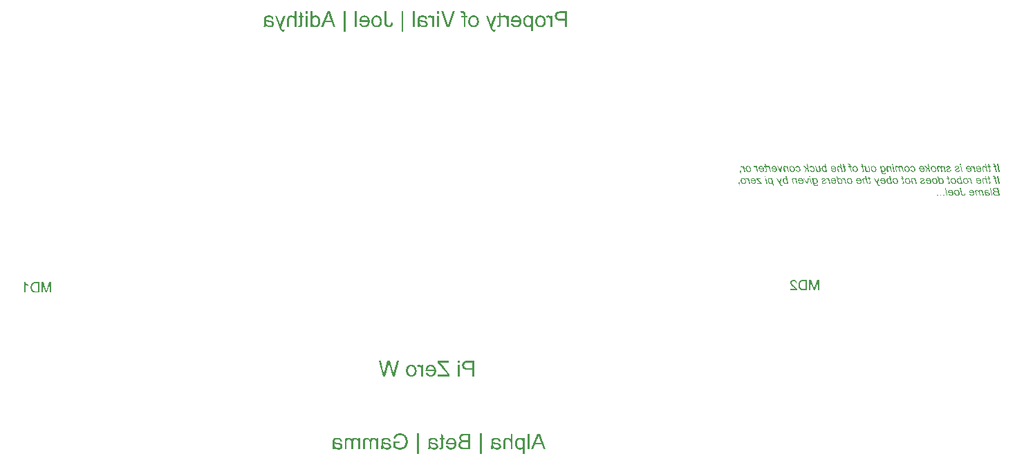
<source format=gbo>
G04*
G04 #@! TF.GenerationSoftware,Altium Limited,Altium Designer,21.2.0 (30)*
G04*
G04 Layer_Color=32896*
%FSLAX25Y25*%
%MOIN*%
G70*
G04*
G04 #@! TF.SameCoordinates,915FADF9-C2CC-4250-813C-173C15824247*
G04*
G04*
G04 #@! TF.FilePolarity,Positive*
G04*
G01*
G75*
G36*
X255808Y-80115D02*
X255334D01*
X255223Y-79580D01*
X255694D01*
X255808Y-80115D01*
D02*
G37*
G36*
X223077D02*
X222604D01*
X222493Y-79580D01*
X222964D01*
X223077Y-80115D01*
D02*
G37*
G36*
X191308Y-83414D02*
X190890D01*
X190782Y-82893D01*
X190760Y-82946D01*
X190735Y-82998D01*
X190710Y-83043D01*
X190682Y-83087D01*
X190654Y-83126D01*
X190629Y-83162D01*
X190602Y-83195D01*
X190577Y-83226D01*
X190555Y-83250D01*
X190533Y-83273D01*
X190510Y-83292D01*
X190494Y-83306D01*
X190480Y-83317D01*
X190469Y-83328D01*
X190463Y-83331D01*
X190461Y-83334D01*
X190422Y-83359D01*
X190380Y-83381D01*
X190341Y-83400D01*
X190300Y-83414D01*
X190219Y-83442D01*
X190147Y-83458D01*
X190114Y-83464D01*
X190084Y-83467D01*
X190056Y-83469D01*
X190031Y-83472D01*
X190012Y-83475D01*
X189987D01*
X189929Y-83472D01*
X189871Y-83467D01*
X189815Y-83455D01*
X189765Y-83444D01*
X189724Y-83433D01*
X189707Y-83428D01*
X189690Y-83422D01*
X189679Y-83419D01*
X189671Y-83417D01*
X189665Y-83414D01*
X189663D01*
X189599Y-83389D01*
X189541Y-83359D01*
X189486Y-83328D01*
X189436Y-83300D01*
X189394Y-83273D01*
X189375Y-83262D01*
X189361Y-83250D01*
X189350Y-83242D01*
X189341Y-83237D01*
X189336Y-83231D01*
X189333D01*
X189275Y-83181D01*
X189217Y-83126D01*
X189164Y-83070D01*
X189117Y-83018D01*
X189078Y-82971D01*
X189062Y-82951D01*
X189048Y-82932D01*
X189037Y-82918D01*
X189028Y-82907D01*
X189026Y-82901D01*
X189023Y-82899D01*
X188968Y-82816D01*
X188918Y-82730D01*
X188876Y-82644D01*
X188837Y-82564D01*
X188823Y-82528D01*
X188810Y-82494D01*
X188796Y-82464D01*
X188787Y-82436D01*
X188779Y-82417D01*
X188774Y-82400D01*
X188768Y-82389D01*
Y-82386D01*
X188735Y-82270D01*
X188710Y-82151D01*
X188690Y-82037D01*
X188685Y-81985D01*
X188679Y-81932D01*
X188674Y-81885D01*
X188671Y-81843D01*
X188668Y-81805D01*
Y-81771D01*
X188666Y-81746D01*
Y-81727D01*
Y-81713D01*
Y-81710D01*
X188668Y-81611D01*
X188677Y-81514D01*
X188688Y-81428D01*
X188704Y-81345D01*
X188724Y-81270D01*
X188746Y-81201D01*
X188768Y-81137D01*
X188793Y-81079D01*
X188818Y-81029D01*
X188840Y-80987D01*
X188862Y-80949D01*
X188882Y-80918D01*
X188895Y-80896D01*
X188909Y-80879D01*
X188918Y-80868D01*
X188920Y-80866D01*
X188970Y-80813D01*
X189020Y-80769D01*
X189073Y-80730D01*
X189125Y-80696D01*
X189178Y-80669D01*
X189231Y-80647D01*
X189280Y-80627D01*
X189330Y-80611D01*
X189377Y-80600D01*
X189419Y-80591D01*
X189455Y-80583D01*
X189488Y-80580D01*
X189516Y-80577D01*
X189535Y-80575D01*
X189552D01*
X189624Y-80577D01*
X189693Y-80589D01*
X189754Y-80602D01*
X189812Y-80616D01*
X189859Y-80633D01*
X189879Y-80641D01*
X189895Y-80647D01*
X189909Y-80652D01*
X189918Y-80658D01*
X189923Y-80660D01*
X189926D01*
X189959Y-80677D01*
X189992Y-80696D01*
X190062Y-80744D01*
X190128Y-80791D01*
X190189Y-80841D01*
X190217Y-80863D01*
X190244Y-80885D01*
X190267Y-80904D01*
X190286Y-80921D01*
X190300Y-80935D01*
X190311Y-80946D01*
X190319Y-80951D01*
X190322Y-80954D01*
X190037Y-79580D01*
X190508D01*
X191308Y-83414D01*
D02*
G37*
G36*
X268688D02*
X268217D01*
X267968Y-82223D01*
X267949Y-82129D01*
X267926Y-82043D01*
X267907Y-81962D01*
X267885Y-81888D01*
X267865Y-81818D01*
X267846Y-81757D01*
X267827Y-81702D01*
X267810Y-81652D01*
X267793Y-81611D01*
X267779Y-81572D01*
X267766Y-81541D01*
X267755Y-81516D01*
X267743Y-81497D01*
X267738Y-81483D01*
X267733Y-81475D01*
Y-81472D01*
X267680Y-81389D01*
X267622Y-81314D01*
X267561Y-81251D01*
X267505Y-81198D01*
X267478Y-81176D01*
X267453Y-81156D01*
X267430Y-81140D01*
X267414Y-81126D01*
X267397Y-81115D01*
X267386Y-81107D01*
X267378Y-81104D01*
X267375Y-81101D01*
X267331Y-81076D01*
X267289Y-81057D01*
X267245Y-81037D01*
X267203Y-81023D01*
X267123Y-80998D01*
X267048Y-80982D01*
X267018Y-80976D01*
X266987Y-80974D01*
X266960Y-80968D01*
X266937D01*
X266921Y-80965D01*
X266896D01*
X266835Y-80968D01*
X266780Y-80979D01*
X266735Y-80993D01*
X266697Y-81010D01*
X266669Y-81026D01*
X266647Y-81040D01*
X266635Y-81051D01*
X266630Y-81054D01*
X266599Y-81087D01*
X266575Y-81126D01*
X266558Y-81162D01*
X266547Y-81198D01*
X266541Y-81228D01*
X266536Y-81253D01*
Y-81270D01*
Y-81273D01*
Y-81275D01*
Y-81295D01*
X266539Y-81322D01*
X266544Y-81353D01*
X266547Y-81386D01*
X266561Y-81461D01*
X266575Y-81541D01*
X266583Y-81577D01*
X266591Y-81613D01*
X266597Y-81647D01*
X266602Y-81677D01*
X266608Y-81702D01*
X266613Y-81719D01*
X266616Y-81730D01*
Y-81735D01*
X266985Y-83414D01*
X266514D01*
X266154Y-81777D01*
X266137Y-81705D01*
X266123Y-81641D01*
X266112Y-81580D01*
X266101Y-81528D01*
X266093Y-81478D01*
X266087Y-81433D01*
X266082Y-81395D01*
X266076Y-81361D01*
X266073Y-81331D01*
X266070Y-81306D01*
X266068Y-81284D01*
X266065Y-81267D01*
Y-81256D01*
Y-81245D01*
Y-81242D01*
Y-81239D01*
X266068Y-81184D01*
X266073Y-81131D01*
X266082Y-81084D01*
X266095Y-81037D01*
X266109Y-80996D01*
X266123Y-80954D01*
X266143Y-80918D01*
X266159Y-80885D01*
X266176Y-80857D01*
X266192Y-80832D01*
X266209Y-80810D01*
X266223Y-80791D01*
X266237Y-80777D01*
X266245Y-80766D01*
X266250Y-80760D01*
X266253Y-80757D01*
X266289Y-80724D01*
X266331Y-80696D01*
X266372Y-80672D01*
X266414Y-80652D01*
X266458Y-80633D01*
X266503Y-80619D01*
X266586Y-80597D01*
X266627Y-80589D01*
X266663Y-80583D01*
X266697Y-80580D01*
X266724Y-80577D01*
X266746Y-80575D01*
X266780D01*
X266868Y-80580D01*
X266951Y-80591D01*
X267032Y-80611D01*
X267068Y-80622D01*
X267101Y-80630D01*
X267131Y-80641D01*
X267159Y-80652D01*
X267184Y-80660D01*
X267203Y-80672D01*
X267220Y-80677D01*
X267231Y-80683D01*
X267239Y-80688D01*
X267242D01*
X267284Y-80710D01*
X267325Y-80735D01*
X267411Y-80791D01*
X267492Y-80852D01*
X267566Y-80913D01*
X267600Y-80940D01*
X267630Y-80968D01*
X267658Y-80990D01*
X267680Y-81012D01*
X267699Y-81029D01*
X267713Y-81043D01*
X267721Y-81051D01*
X267724Y-81054D01*
X267417Y-79580D01*
X267888D01*
X268688Y-83414D01*
D02*
G37*
G36*
X198751D02*
X198280D01*
X198031Y-82223D01*
X198012Y-82129D01*
X197989Y-82043D01*
X197970Y-81962D01*
X197948Y-81888D01*
X197928Y-81818D01*
X197909Y-81757D01*
X197890Y-81702D01*
X197873Y-81652D01*
X197856Y-81611D01*
X197843Y-81572D01*
X197829Y-81541D01*
X197818Y-81516D01*
X197807Y-81497D01*
X197801Y-81483D01*
X197795Y-81475D01*
Y-81472D01*
X197743Y-81389D01*
X197685Y-81314D01*
X197624Y-81251D01*
X197568Y-81198D01*
X197541Y-81176D01*
X197516Y-81156D01*
X197494Y-81140D01*
X197477Y-81126D01*
X197460Y-81115D01*
X197449Y-81107D01*
X197441Y-81104D01*
X197438Y-81101D01*
X197394Y-81076D01*
X197352Y-81057D01*
X197308Y-81037D01*
X197266Y-81023D01*
X197186Y-80998D01*
X197111Y-80982D01*
X197081Y-80976D01*
X197050Y-80974D01*
X197023Y-80968D01*
X197001D01*
X196984Y-80965D01*
X196959D01*
X196898Y-80968D01*
X196843Y-80979D01*
X196798Y-80993D01*
X196759Y-81010D01*
X196732Y-81026D01*
X196710Y-81040D01*
X196699Y-81051D01*
X196693Y-81054D01*
X196663Y-81087D01*
X196638Y-81126D01*
X196621Y-81162D01*
X196610Y-81198D01*
X196604Y-81228D01*
X196599Y-81253D01*
Y-81270D01*
Y-81273D01*
Y-81275D01*
Y-81295D01*
X196602Y-81322D01*
X196607Y-81353D01*
X196610Y-81386D01*
X196624Y-81461D01*
X196638Y-81541D01*
X196646Y-81577D01*
X196654Y-81613D01*
X196660Y-81647D01*
X196665Y-81677D01*
X196671Y-81702D01*
X196676Y-81719D01*
X196679Y-81730D01*
Y-81735D01*
X197048Y-83414D01*
X196577D01*
X196217Y-81777D01*
X196200Y-81705D01*
X196186Y-81641D01*
X196175Y-81580D01*
X196164Y-81528D01*
X196156Y-81478D01*
X196150Y-81433D01*
X196145Y-81395D01*
X196139Y-81361D01*
X196136Y-81331D01*
X196133Y-81306D01*
X196131Y-81284D01*
X196128Y-81267D01*
Y-81256D01*
Y-81245D01*
Y-81242D01*
Y-81239D01*
X196131Y-81184D01*
X196136Y-81131D01*
X196145Y-81084D01*
X196158Y-81037D01*
X196172Y-80996D01*
X196186Y-80954D01*
X196205Y-80918D01*
X196222Y-80885D01*
X196239Y-80857D01*
X196255Y-80832D01*
X196272Y-80810D01*
X196286Y-80791D01*
X196300Y-80777D01*
X196308Y-80766D01*
X196314Y-80760D01*
X196316Y-80757D01*
X196352Y-80724D01*
X196394Y-80696D01*
X196435Y-80672D01*
X196477Y-80652D01*
X196521Y-80633D01*
X196566Y-80619D01*
X196649Y-80597D01*
X196690Y-80589D01*
X196726Y-80583D01*
X196759Y-80580D01*
X196787Y-80577D01*
X196809Y-80575D01*
X196843D01*
X196931Y-80580D01*
X197014Y-80591D01*
X197095Y-80611D01*
X197131Y-80622D01*
X197164Y-80630D01*
X197194Y-80641D01*
X197222Y-80652D01*
X197247Y-80660D01*
X197266Y-80672D01*
X197283Y-80677D01*
X197294Y-80683D01*
X197302Y-80688D01*
X197305D01*
X197347Y-80710D01*
X197388Y-80735D01*
X197474Y-80791D01*
X197555Y-80852D01*
X197629Y-80913D01*
X197662Y-80940D01*
X197693Y-80968D01*
X197721Y-80990D01*
X197743Y-81012D01*
X197762Y-81029D01*
X197776Y-81043D01*
X197784Y-81051D01*
X197787Y-81054D01*
X197480Y-79580D01*
X197951D01*
X198751Y-83414D01*
D02*
G37*
G36*
X218183Y-80577D02*
X218244Y-80583D01*
X218302Y-80594D01*
X218360Y-80605D01*
X218413Y-80622D01*
X218465Y-80638D01*
X218515Y-80658D01*
X218562Y-80674D01*
X218604Y-80694D01*
X218642Y-80713D01*
X218676Y-80730D01*
X218704Y-80746D01*
X218726Y-80757D01*
X218742Y-80769D01*
X218753Y-80774D01*
X218756Y-80777D01*
X218811Y-80816D01*
X218867Y-80860D01*
X218919Y-80904D01*
X218969Y-80954D01*
X219017Y-81004D01*
X219058Y-81051D01*
X219100Y-81101D01*
X219138Y-81148D01*
X219172Y-81192D01*
X219199Y-81234D01*
X219227Y-81273D01*
X219249Y-81306D01*
X219266Y-81331D01*
X219277Y-81353D01*
X219285Y-81364D01*
X219288Y-81370D01*
X219327Y-81444D01*
X219360Y-81519D01*
X219390Y-81594D01*
X219415Y-81669D01*
X219438Y-81741D01*
X219454Y-81813D01*
X219471Y-81882D01*
X219482Y-81946D01*
X219490Y-82004D01*
X219498Y-82059D01*
X219504Y-82106D01*
X219507Y-82148D01*
Y-82181D01*
X219510Y-82206D01*
Y-82223D01*
Y-82228D01*
X219507Y-82331D01*
X219498Y-82428D01*
X219485Y-82519D01*
X219465Y-82605D01*
X219443Y-82683D01*
X219421Y-82755D01*
X219393Y-82821D01*
X219368Y-82879D01*
X219340Y-82932D01*
X219316Y-82979D01*
X219293Y-83018D01*
X219271Y-83048D01*
X219252Y-83073D01*
X219238Y-83093D01*
X219230Y-83104D01*
X219227Y-83106D01*
X219172Y-83162D01*
X219116Y-83209D01*
X219058Y-83248D01*
X218997Y-83284D01*
X218939Y-83314D01*
X218881Y-83339D01*
X218823Y-83359D01*
X218770Y-83375D01*
X218717Y-83389D01*
X218670Y-83397D01*
X218629Y-83406D01*
X218593Y-83408D01*
X218565Y-83411D01*
X218543Y-83414D01*
X218523D01*
X218446Y-83408D01*
X218371Y-83397D01*
X218296Y-83381D01*
X218224Y-83356D01*
X218158Y-83328D01*
X218091Y-83295D01*
X218030Y-83262D01*
X217975Y-83226D01*
X217922Y-83192D01*
X217875Y-83159D01*
X217836Y-83126D01*
X217800Y-83098D01*
X217773Y-83073D01*
X217753Y-83057D01*
X217742Y-83043D01*
X217737Y-83040D01*
X217784Y-83267D01*
X217803Y-83356D01*
X217823Y-83436D01*
X217845Y-83511D01*
X217864Y-83577D01*
X217883Y-83635D01*
X217903Y-83688D01*
X217919Y-83735D01*
X217936Y-83774D01*
X217953Y-83807D01*
X217967Y-83838D01*
X217981Y-83860D01*
X217989Y-83879D01*
X218000Y-83893D01*
X218005Y-83901D01*
X218008Y-83907D01*
X218011Y-83910D01*
X218050Y-83948D01*
X218091Y-83985D01*
X218138Y-84015D01*
X218185Y-84040D01*
X218238Y-84062D01*
X218288Y-84079D01*
X218341Y-84095D01*
X218390Y-84106D01*
X218438Y-84115D01*
X218482Y-84123D01*
X218523Y-84126D01*
X218559Y-84131D01*
X218587D01*
X218609Y-84134D01*
X218629D01*
X218701Y-84131D01*
X218767Y-84126D01*
X218823Y-84115D01*
X218870Y-84104D01*
X218908Y-84095D01*
X218936Y-84084D01*
X218947Y-84082D01*
X218955Y-84079D01*
X218958Y-84076D01*
X218961D01*
X218994Y-84057D01*
X219022Y-84037D01*
X219047Y-84015D01*
X219066Y-83996D01*
X219080Y-83976D01*
X219091Y-83962D01*
X219097Y-83951D01*
X219100Y-83948D01*
X219113Y-83915D01*
X219125Y-83877D01*
X219133Y-83838D01*
X219136Y-83799D01*
X219138Y-83763D01*
X219141Y-83732D01*
Y-83724D01*
Y-83716D01*
Y-83710D01*
Y-83707D01*
X219618Y-83666D01*
X219626Y-83719D01*
X219629Y-83744D01*
Y-83763D01*
X219631Y-83780D01*
Y-83793D01*
Y-83802D01*
Y-83805D01*
X219626Y-83882D01*
X219612Y-83954D01*
X219595Y-84021D01*
X219573Y-84076D01*
X219562Y-84098D01*
X219551Y-84120D01*
X219543Y-84140D01*
X219534Y-84156D01*
X219526Y-84167D01*
X219521Y-84176D01*
X219515Y-84181D01*
Y-84184D01*
X219490Y-84214D01*
X219465Y-84242D01*
X219410Y-84292D01*
X219349Y-84336D01*
X219291Y-84372D01*
X219238Y-84400D01*
X219213Y-84411D01*
X219194Y-84419D01*
X219177Y-84428D01*
X219166Y-84433D01*
X219158Y-84436D01*
X219155D01*
X219061Y-84466D01*
X218961Y-84486D01*
X218864Y-84503D01*
X218817Y-84508D01*
X218773Y-84514D01*
X218734Y-84516D01*
X218695Y-84519D01*
X218662Y-84522D01*
X218631D01*
X218609Y-84525D01*
X218576D01*
X218512Y-84522D01*
X218451Y-84519D01*
X218390Y-84511D01*
X218335Y-84503D01*
X218280Y-84491D01*
X218230Y-84480D01*
X218183Y-84469D01*
X218141Y-84455D01*
X218100Y-84442D01*
X218066Y-84430D01*
X218036Y-84419D01*
X218011Y-84408D01*
X217992Y-84400D01*
X217975Y-84392D01*
X217967Y-84389D01*
X217964Y-84386D01*
X217914Y-84359D01*
X217870Y-84331D01*
X217828Y-84300D01*
X217787Y-84270D01*
X217751Y-84237D01*
X217717Y-84206D01*
X217684Y-84173D01*
X217656Y-84145D01*
X217634Y-84115D01*
X217612Y-84090D01*
X217593Y-84065D01*
X217579Y-84045D01*
X217565Y-84029D01*
X217557Y-84015D01*
X217554Y-84007D01*
X217551Y-84004D01*
X217523Y-83957D01*
X217498Y-83904D01*
X217451Y-83793D01*
X217410Y-83677D01*
X217390Y-83622D01*
X217374Y-83569D01*
X217360Y-83516D01*
X217346Y-83469D01*
X217335Y-83428D01*
X217327Y-83389D01*
X217318Y-83359D01*
X217313Y-83336D01*
X217310Y-83323D01*
Y-83317D01*
X216748Y-80636D01*
X217185D01*
X217280Y-81090D01*
X217307Y-81043D01*
X217338Y-80998D01*
X217368Y-80957D01*
X217402Y-80921D01*
X217468Y-80852D01*
X217537Y-80791D01*
X217606Y-80741D01*
X217676Y-80699D01*
X217745Y-80666D01*
X217811Y-80638D01*
X217875Y-80619D01*
X217933Y-80602D01*
X217986Y-80591D01*
X218033Y-80583D01*
X218069Y-80577D01*
X218097Y-80575D01*
X218122D01*
X218183Y-80577D01*
D02*
G37*
G36*
X246664Y-80580D02*
X246750Y-80591D01*
X246827Y-80611D01*
X246861Y-80622D01*
X246894Y-80630D01*
X246924Y-80641D01*
X246949Y-80652D01*
X246974Y-80660D01*
X246993Y-80672D01*
X247007Y-80677D01*
X247021Y-80683D01*
X247027Y-80688D01*
X247029D01*
X247068Y-80710D01*
X247110Y-80738D01*
X247151Y-80769D01*
X247190Y-80799D01*
X247270Y-80866D01*
X247342Y-80935D01*
X247376Y-80965D01*
X247406Y-80996D01*
X247434Y-81023D01*
X247456Y-81048D01*
X247475Y-81068D01*
X247489Y-81082D01*
X247498Y-81093D01*
X247500Y-81095D01*
X247406Y-80636D01*
X247877D01*
X248456Y-83414D01*
X247985D01*
X247711Y-82104D01*
X247694Y-82026D01*
X247675Y-81954D01*
X247658Y-81885D01*
X247639Y-81824D01*
X247620Y-81766D01*
X247600Y-81710D01*
X247581Y-81663D01*
X247564Y-81619D01*
X247548Y-81580D01*
X247531Y-81547D01*
X247520Y-81519D01*
X247506Y-81494D01*
X247498Y-81478D01*
X247489Y-81464D01*
X247486Y-81455D01*
X247484Y-81453D01*
X247428Y-81372D01*
X247370Y-81300D01*
X247309Y-81239D01*
X247251Y-81187D01*
X247201Y-81148D01*
X247179Y-81131D01*
X247160Y-81118D01*
X247146Y-81109D01*
X247135Y-81101D01*
X247126Y-81098D01*
X247124Y-81095D01*
X247082Y-81073D01*
X247041Y-81051D01*
X246963Y-81021D01*
X246894Y-80996D01*
X246830Y-80982D01*
X246802Y-80976D01*
X246777Y-80971D01*
X246755Y-80968D01*
X246736D01*
X246722Y-80965D01*
X246703D01*
X246653Y-80968D01*
X246608Y-80979D01*
X246572Y-80993D01*
X246539Y-81007D01*
X246514Y-81023D01*
X246495Y-81037D01*
X246484Y-81048D01*
X246481Y-81051D01*
X246453Y-81084D01*
X246431Y-81120D01*
X246417Y-81156D01*
X246406Y-81192D01*
X246401Y-81223D01*
X246395Y-81248D01*
Y-81264D01*
Y-81267D01*
Y-81270D01*
X246398Y-81306D01*
X246401Y-81348D01*
X246409Y-81392D01*
X246414Y-81436D01*
X246423Y-81478D01*
X246431Y-81511D01*
X246434Y-81522D01*
Y-81533D01*
X246437Y-81539D01*
Y-81541D01*
X246827Y-83414D01*
X246356D01*
X246074Y-82068D01*
X246057Y-81990D01*
X246038Y-81918D01*
X246021Y-81849D01*
X246002Y-81788D01*
X245982Y-81730D01*
X245966Y-81677D01*
X245949Y-81630D01*
X245933Y-81589D01*
X245919Y-81550D01*
X245905Y-81519D01*
X245891Y-81492D01*
X245880Y-81469D01*
X245872Y-81453D01*
X245866Y-81439D01*
X245861Y-81433D01*
Y-81431D01*
X245811Y-81356D01*
X245755Y-81289D01*
X245700Y-81234D01*
X245644Y-81184D01*
X245595Y-81145D01*
X245575Y-81131D01*
X245556Y-81118D01*
X245542Y-81109D01*
X245528Y-81101D01*
X245523Y-81098D01*
X245520Y-81095D01*
X245478Y-81073D01*
X245437Y-81051D01*
X245359Y-81021D01*
X245284Y-80996D01*
X245218Y-80982D01*
X245190Y-80976D01*
X245165Y-80971D01*
X245140Y-80968D01*
X245121D01*
X245107Y-80965D01*
X245085D01*
X245029Y-80968D01*
X244982Y-80976D01*
X244941Y-80990D01*
X244905Y-81004D01*
X244880Y-81021D01*
X244861Y-81032D01*
X244847Y-81043D01*
X244844Y-81046D01*
X244813Y-81076D01*
X244791Y-81112D01*
X244777Y-81148D01*
X244766Y-81181D01*
X244761Y-81212D01*
X244755Y-81237D01*
Y-81253D01*
Y-81256D01*
Y-81259D01*
Y-81278D01*
X244758Y-81300D01*
X244764Y-81350D01*
X244772Y-81403D01*
X244780Y-81455D01*
X244789Y-81503D01*
X244794Y-81525D01*
X244797Y-81544D01*
X244800Y-81558D01*
X244802Y-81569D01*
X244805Y-81577D01*
Y-81580D01*
X245187Y-83414D01*
X244717D01*
X244337Y-81627D01*
X244326Y-81575D01*
X244318Y-81525D01*
X244309Y-81478D01*
X244301Y-81436D01*
X244296Y-81397D01*
X244290Y-81364D01*
X244287Y-81331D01*
X244284Y-81303D01*
X244282Y-81281D01*
X244279Y-81259D01*
Y-81242D01*
X244276Y-81228D01*
Y-81217D01*
Y-81209D01*
Y-81206D01*
Y-81203D01*
X244279Y-81148D01*
X244284Y-81098D01*
X244293Y-81048D01*
X244304Y-81004D01*
X244318Y-80962D01*
X244332Y-80926D01*
X244348Y-80890D01*
X244362Y-80860D01*
X244379Y-80832D01*
X244395Y-80807D01*
X244409Y-80788D01*
X244423Y-80771D01*
X244434Y-80757D01*
X244442Y-80749D01*
X244448Y-80744D01*
X244451Y-80741D01*
X244484Y-80710D01*
X244523Y-80685D01*
X244564Y-80663D01*
X244606Y-80644D01*
X244650Y-80627D01*
X244692Y-80616D01*
X244777Y-80594D01*
X244816Y-80589D01*
X244855Y-80583D01*
X244888Y-80580D01*
X244916Y-80577D01*
X244941Y-80575D01*
X245021D01*
X245068Y-80580D01*
X245160Y-80594D01*
X245243Y-80616D01*
X245282Y-80627D01*
X245318Y-80638D01*
X245351Y-80652D01*
X245378Y-80663D01*
X245404Y-80674D01*
X245426Y-80685D01*
X245445Y-80694D01*
X245456Y-80699D01*
X245464Y-80702D01*
X245467Y-80705D01*
X245512Y-80730D01*
X245553Y-80760D01*
X245636Y-80821D01*
X245711Y-80885D01*
X245777Y-80949D01*
X245808Y-80979D01*
X245833Y-81007D01*
X245858Y-81032D01*
X245877Y-81054D01*
X245891Y-81071D01*
X245905Y-81084D01*
X245910Y-81093D01*
X245913Y-81095D01*
X245924Y-81051D01*
X245938Y-81010D01*
X245971Y-80932D01*
X246010Y-80868D01*
X246029Y-80838D01*
X246049Y-80813D01*
X246068Y-80791D01*
X246085Y-80769D01*
X246101Y-80752D01*
X246115Y-80738D01*
X246127Y-80727D01*
X246135Y-80719D01*
X246140Y-80716D01*
X246143Y-80713D01*
X246176Y-80688D01*
X246212Y-80666D01*
X246248Y-80649D01*
X246284Y-80633D01*
X246356Y-80608D01*
X246426Y-80591D01*
X246456Y-80586D01*
X246484Y-80583D01*
X246509Y-80577D01*
X246531D01*
X246550Y-80575D01*
X246575D01*
X246664Y-80580D01*
D02*
G37*
G36*
X226426D02*
X226512Y-80591D01*
X226590Y-80611D01*
X226623Y-80622D01*
X226656Y-80630D01*
X226687Y-80641D01*
X226712Y-80652D01*
X226736Y-80660D01*
X226756Y-80672D01*
X226770Y-80677D01*
X226783Y-80683D01*
X226789Y-80688D01*
X226792D01*
X226831Y-80710D01*
X226872Y-80738D01*
X226914Y-80769D01*
X226953Y-80799D01*
X227033Y-80866D01*
X227105Y-80935D01*
X227138Y-80965D01*
X227169Y-80996D01*
X227196Y-81023D01*
X227218Y-81048D01*
X227238Y-81068D01*
X227252Y-81082D01*
X227260Y-81093D01*
X227263Y-81095D01*
X227169Y-80636D01*
X227640D01*
X228218Y-83414D01*
X227748D01*
X227473Y-82104D01*
X227457Y-82026D01*
X227437Y-81954D01*
X227421Y-81885D01*
X227401Y-81824D01*
X227382Y-81766D01*
X227362Y-81710D01*
X227343Y-81663D01*
X227326Y-81619D01*
X227310Y-81580D01*
X227293Y-81547D01*
X227282Y-81519D01*
X227268Y-81494D01*
X227260Y-81478D01*
X227252Y-81464D01*
X227249Y-81455D01*
X227246Y-81453D01*
X227191Y-81372D01*
X227133Y-81300D01*
X227072Y-81239D01*
X227013Y-81187D01*
X226964Y-81148D01*
X226941Y-81131D01*
X226922Y-81118D01*
X226908Y-81109D01*
X226897Y-81101D01*
X226889Y-81098D01*
X226886Y-81095D01*
X226845Y-81073D01*
X226803Y-81051D01*
X226725Y-81021D01*
X226656Y-80996D01*
X226592Y-80982D01*
X226565Y-80976D01*
X226540Y-80971D01*
X226518Y-80968D01*
X226498D01*
X226484Y-80965D01*
X226465D01*
X226415Y-80968D01*
X226371Y-80979D01*
X226335Y-80993D01*
X226302Y-81007D01*
X226277Y-81023D01*
X226257Y-81037D01*
X226246Y-81048D01*
X226243Y-81051D01*
X226216Y-81084D01*
X226193Y-81120D01*
X226180Y-81156D01*
X226169Y-81192D01*
X226163Y-81223D01*
X226157Y-81248D01*
Y-81264D01*
Y-81267D01*
Y-81270D01*
X226160Y-81306D01*
X226163Y-81348D01*
X226171Y-81392D01*
X226177Y-81436D01*
X226185Y-81478D01*
X226193Y-81511D01*
X226196Y-81522D01*
Y-81533D01*
X226199Y-81539D01*
Y-81541D01*
X226590Y-83414D01*
X226119D01*
X225836Y-82068D01*
X225820Y-81990D01*
X225800Y-81918D01*
X225784Y-81849D01*
X225764Y-81788D01*
X225745Y-81730D01*
X225728Y-81677D01*
X225711Y-81630D01*
X225695Y-81589D01*
X225681Y-81550D01*
X225667Y-81519D01*
X225653Y-81492D01*
X225642Y-81469D01*
X225634Y-81453D01*
X225628Y-81439D01*
X225623Y-81433D01*
Y-81431D01*
X225573Y-81356D01*
X225518Y-81289D01*
X225462Y-81234D01*
X225407Y-81184D01*
X225357Y-81145D01*
X225338Y-81131D01*
X225318Y-81118D01*
X225304Y-81109D01*
X225290Y-81101D01*
X225285Y-81098D01*
X225282Y-81095D01*
X225241Y-81073D01*
X225199Y-81051D01*
X225121Y-81021D01*
X225047Y-80996D01*
X224980Y-80982D01*
X224953Y-80976D01*
X224928Y-80971D01*
X224903Y-80968D01*
X224883D01*
X224869Y-80965D01*
X224847D01*
X224792Y-80968D01*
X224745Y-80976D01*
X224703Y-80990D01*
X224667Y-81004D01*
X224642Y-81021D01*
X224623Y-81032D01*
X224609Y-81043D01*
X224606Y-81046D01*
X224576Y-81076D01*
X224554Y-81112D01*
X224540Y-81148D01*
X224529Y-81181D01*
X224523Y-81212D01*
X224518Y-81237D01*
Y-81253D01*
Y-81256D01*
Y-81259D01*
Y-81278D01*
X224520Y-81300D01*
X224526Y-81350D01*
X224534Y-81403D01*
X224543Y-81455D01*
X224551Y-81503D01*
X224556Y-81525D01*
X224559Y-81544D01*
X224562Y-81558D01*
X224565Y-81569D01*
X224568Y-81577D01*
Y-81580D01*
X224950Y-83414D01*
X224479D01*
X224099Y-81627D01*
X224088Y-81575D01*
X224080Y-81525D01*
X224072Y-81478D01*
X224063Y-81436D01*
X224058Y-81397D01*
X224052Y-81364D01*
X224049Y-81331D01*
X224047Y-81303D01*
X224044Y-81281D01*
X224041Y-81259D01*
Y-81242D01*
X224039Y-81228D01*
Y-81217D01*
Y-81209D01*
Y-81206D01*
Y-81203D01*
X224041Y-81148D01*
X224047Y-81098D01*
X224055Y-81048D01*
X224066Y-81004D01*
X224080Y-80962D01*
X224094Y-80926D01*
X224111Y-80890D01*
X224124Y-80860D01*
X224141Y-80832D01*
X224158Y-80807D01*
X224171Y-80788D01*
X224185Y-80771D01*
X224196Y-80757D01*
X224205Y-80749D01*
X224210Y-80744D01*
X224213Y-80741D01*
X224246Y-80710D01*
X224285Y-80685D01*
X224326Y-80663D01*
X224368Y-80644D01*
X224412Y-80627D01*
X224454Y-80616D01*
X224540Y-80594D01*
X224579Y-80589D01*
X224617Y-80583D01*
X224651Y-80580D01*
X224678Y-80577D01*
X224703Y-80575D01*
X224784D01*
X224831Y-80580D01*
X224922Y-80594D01*
X225005Y-80616D01*
X225044Y-80627D01*
X225080Y-80638D01*
X225113Y-80652D01*
X225141Y-80663D01*
X225166Y-80674D01*
X225188Y-80685D01*
X225207Y-80694D01*
X225219Y-80699D01*
X225227Y-80702D01*
X225230Y-80705D01*
X225274Y-80730D01*
X225315Y-80760D01*
X225398Y-80821D01*
X225473Y-80885D01*
X225540Y-80949D01*
X225570Y-80979D01*
X225595Y-81007D01*
X225620Y-81032D01*
X225640Y-81054D01*
X225653Y-81071D01*
X225667Y-81084D01*
X225673Y-81093D01*
X225676Y-81095D01*
X225687Y-81051D01*
X225700Y-81010D01*
X225734Y-80932D01*
X225773Y-80868D01*
X225792Y-80838D01*
X225811Y-80813D01*
X225831Y-80791D01*
X225847Y-80769D01*
X225864Y-80752D01*
X225878Y-80738D01*
X225889Y-80727D01*
X225897Y-80719D01*
X225903Y-80716D01*
X225905Y-80713D01*
X225939Y-80688D01*
X225975Y-80666D01*
X226011Y-80649D01*
X226047Y-80633D01*
X226119Y-80608D01*
X226188Y-80591D01*
X226219Y-80586D01*
X226246Y-80583D01*
X226271Y-80577D01*
X226293D01*
X226313Y-80575D01*
X226338D01*
X226426Y-80580D01*
D02*
G37*
G36*
X241013Y-83414D02*
X240542D01*
X240348Y-82483D01*
X239775Y-81987D01*
X239218Y-83414D01*
X238700D01*
X239415Y-81672D01*
X238229Y-80636D01*
X238855D01*
X240237Y-81960D01*
X239742Y-79580D01*
X240215D01*
X241013Y-83414D01*
D02*
G37*
G36*
X182674D02*
X182203D01*
X182009Y-82483D01*
X181436Y-81987D01*
X180879Y-83414D01*
X180361D01*
X181076Y-81672D01*
X179890Y-80636D01*
X180516D01*
X181898Y-81960D01*
X181403Y-79580D01*
X181876D01*
X182674Y-83414D01*
D02*
G37*
G36*
X169179D02*
X168652D01*
X167065Y-80636D01*
X167564D01*
X168492Y-82306D01*
X168567Y-82444D01*
X168603Y-82511D01*
X168636Y-82572D01*
X168666Y-82633D01*
X168694Y-82688D01*
X168719Y-82741D01*
X168744Y-82788D01*
X168766Y-82832D01*
X168782Y-82871D01*
X168799Y-82904D01*
X168813Y-82932D01*
X168824Y-82954D01*
X168832Y-82971D01*
X168835Y-82982D01*
X168838Y-82985D01*
X168849Y-82882D01*
X168860Y-82785D01*
X168868Y-82699D01*
X168877Y-82616D01*
X168885Y-82541D01*
X168893Y-82475D01*
X168902Y-82414D01*
X168907Y-82361D01*
X168915Y-82314D01*
X168918Y-82275D01*
X168924Y-82239D01*
X168927Y-82212D01*
X168932Y-82192D01*
Y-82176D01*
X168935Y-82167D01*
Y-82165D01*
X169173Y-80636D01*
X169633D01*
X169179Y-83414D01*
D02*
G37*
G36*
X269433Y-79954D02*
X269574Y-80636D01*
X269949D01*
X270023Y-81001D01*
X269649D01*
X269987Y-82616D01*
X269998Y-82674D01*
X270009Y-82730D01*
X270021Y-82777D01*
X270026Y-82821D01*
X270034Y-82860D01*
X270040Y-82893D01*
X270045Y-82924D01*
X270048Y-82951D01*
X270051Y-82973D01*
X270054Y-82990D01*
Y-83007D01*
X270057Y-83018D01*
Y-83026D01*
Y-83032D01*
Y-83037D01*
X270054Y-83070D01*
X270051Y-83101D01*
X270037Y-83159D01*
X270018Y-83209D01*
X269993Y-83248D01*
X269971Y-83281D01*
X269951Y-83303D01*
X269937Y-83317D01*
X269932Y-83323D01*
X269899Y-83347D01*
X269863Y-83367D01*
X269827Y-83386D01*
X269791Y-83403D01*
X269716Y-83428D01*
X269644Y-83444D01*
X269611Y-83450D01*
X269577Y-83453D01*
X269550Y-83455D01*
X269527Y-83458D01*
X269508Y-83461D01*
X269480D01*
X269419Y-83458D01*
X269361Y-83453D01*
X269306Y-83447D01*
X269256Y-83439D01*
X269212Y-83430D01*
X269195Y-83428D01*
X269178Y-83422D01*
X269167Y-83419D01*
X269159D01*
X269153Y-83417D01*
X269151D01*
X269073Y-83032D01*
X269120Y-83043D01*
X269167Y-83048D01*
X269214Y-83054D01*
X269259Y-83059D01*
X269298D01*
X269325Y-83062D01*
X269353D01*
X269392Y-83059D01*
X269422Y-83054D01*
X269450Y-83048D01*
X269472Y-83040D01*
X269489Y-83032D01*
X269502Y-83023D01*
X269508Y-83021D01*
X269511Y-83018D01*
X269527Y-82998D01*
X269538Y-82979D01*
X269547Y-82957D01*
X269552Y-82938D01*
X269555Y-82918D01*
X269558Y-82904D01*
Y-82893D01*
Y-82890D01*
Y-82876D01*
X269555Y-82857D01*
X269552Y-82835D01*
X269550Y-82810D01*
X269538Y-82755D01*
X269527Y-82694D01*
X269516Y-82635D01*
X269511Y-82608D01*
X269505Y-82586D01*
X269502Y-82566D01*
X269500Y-82552D01*
X269497Y-82541D01*
Y-82539D01*
X269176Y-81001D01*
X268713D01*
X268636Y-80636D01*
X269101D01*
X268890Y-79627D01*
X269433Y-79954D01*
D02*
G37*
G36*
X208424D02*
X208565Y-80636D01*
X208939D01*
X209014Y-81001D01*
X208640D01*
X208978Y-82616D01*
X208989Y-82674D01*
X209000Y-82730D01*
X209011Y-82777D01*
X209017Y-82821D01*
X209025Y-82860D01*
X209031Y-82893D01*
X209036Y-82924D01*
X209039Y-82951D01*
X209042Y-82973D01*
X209045Y-82990D01*
Y-83007D01*
X209047Y-83018D01*
Y-83026D01*
Y-83032D01*
Y-83037D01*
X209045Y-83070D01*
X209042Y-83101D01*
X209028Y-83159D01*
X209008Y-83209D01*
X208983Y-83248D01*
X208961Y-83281D01*
X208942Y-83303D01*
X208928Y-83317D01*
X208923Y-83323D01*
X208889Y-83347D01*
X208853Y-83367D01*
X208817Y-83386D01*
X208781Y-83403D01*
X208706Y-83428D01*
X208634Y-83444D01*
X208601Y-83450D01*
X208568Y-83453D01*
X208540Y-83455D01*
X208518Y-83458D01*
X208499Y-83461D01*
X208471D01*
X208410Y-83458D01*
X208352Y-83453D01*
X208297Y-83447D01*
X208247Y-83439D01*
X208202Y-83430D01*
X208186Y-83428D01*
X208169Y-83422D01*
X208158Y-83419D01*
X208150D01*
X208144Y-83417D01*
X208141D01*
X208064Y-83032D01*
X208111Y-83043D01*
X208158Y-83048D01*
X208205Y-83054D01*
X208249Y-83059D01*
X208288D01*
X208316Y-83062D01*
X208344D01*
X208382Y-83059D01*
X208413Y-83054D01*
X208441Y-83048D01*
X208463Y-83040D01*
X208479Y-83032D01*
X208493Y-83023D01*
X208499Y-83021D01*
X208502Y-83018D01*
X208518Y-82998D01*
X208529Y-82979D01*
X208538Y-82957D01*
X208543Y-82938D01*
X208546Y-82918D01*
X208549Y-82904D01*
Y-82893D01*
Y-82890D01*
Y-82876D01*
X208546Y-82857D01*
X208543Y-82835D01*
X208540Y-82810D01*
X208529Y-82755D01*
X208518Y-82694D01*
X208507Y-82635D01*
X208502Y-82608D01*
X208496Y-82586D01*
X208493Y-82566D01*
X208490Y-82552D01*
X208488Y-82541D01*
Y-82539D01*
X208166Y-81001D01*
X207704D01*
X207626Y-80636D01*
X208092D01*
X207881Y-79627D01*
X208424Y-79954D01*
D02*
G37*
G36*
X199496D02*
X199637Y-80636D01*
X200011D01*
X200086Y-81001D01*
X199712D01*
X200050Y-82616D01*
X200061Y-82674D01*
X200072Y-82730D01*
X200083Y-82777D01*
X200089Y-82821D01*
X200097Y-82860D01*
X200103Y-82893D01*
X200108Y-82924D01*
X200111Y-82951D01*
X200114Y-82973D01*
X200117Y-82990D01*
Y-83007D01*
X200119Y-83018D01*
Y-83026D01*
Y-83032D01*
Y-83037D01*
X200117Y-83070D01*
X200114Y-83101D01*
X200100Y-83159D01*
X200081Y-83209D01*
X200056Y-83248D01*
X200034Y-83281D01*
X200014Y-83303D01*
X200000Y-83317D01*
X199995Y-83323D01*
X199962Y-83347D01*
X199926Y-83367D01*
X199890Y-83386D01*
X199854Y-83403D01*
X199779Y-83428D01*
X199707Y-83444D01*
X199674Y-83450D01*
X199640Y-83453D01*
X199613Y-83455D01*
X199591Y-83458D01*
X199571Y-83461D01*
X199543D01*
X199482Y-83458D01*
X199424Y-83453D01*
X199369Y-83447D01*
X199319Y-83439D01*
X199275Y-83430D01*
X199258Y-83428D01*
X199241Y-83422D01*
X199230Y-83419D01*
X199222D01*
X199216Y-83417D01*
X199214D01*
X199136Y-83032D01*
X199183Y-83043D01*
X199230Y-83048D01*
X199277Y-83054D01*
X199322Y-83059D01*
X199361D01*
X199388Y-83062D01*
X199416D01*
X199455Y-83059D01*
X199485Y-83054D01*
X199513Y-83048D01*
X199535Y-83040D01*
X199552Y-83032D01*
X199565Y-83023D01*
X199571Y-83021D01*
X199574Y-83018D01*
X199591Y-82998D01*
X199601Y-82979D01*
X199610Y-82957D01*
X199615Y-82938D01*
X199618Y-82918D01*
X199621Y-82904D01*
Y-82893D01*
Y-82890D01*
Y-82876D01*
X199618Y-82857D01*
X199615Y-82835D01*
X199613Y-82810D01*
X199601Y-82755D01*
X199591Y-82694D01*
X199579Y-82635D01*
X199574Y-82608D01*
X199568Y-82586D01*
X199565Y-82566D01*
X199563Y-82552D01*
X199560Y-82541D01*
Y-82539D01*
X199239Y-81001D01*
X198776D01*
X198698Y-80636D01*
X199164D01*
X198953Y-79627D01*
X199496Y-79954D01*
D02*
G37*
G36*
X264209Y-80577D02*
X264281Y-80583D01*
X264350Y-80594D01*
X264414Y-80608D01*
X264478Y-80622D01*
X264539Y-80641D01*
X264594Y-80658D01*
X264647Y-80677D01*
X264694Y-80696D01*
X264735Y-80716D01*
X264774Y-80735D01*
X264805Y-80749D01*
X264829Y-80763D01*
X264846Y-80774D01*
X264860Y-80780D01*
X264863Y-80782D01*
X264924Y-80824D01*
X264982Y-80868D01*
X265037Y-80918D01*
X265090Y-80971D01*
X265137Y-81023D01*
X265181Y-81076D01*
X265223Y-81129D01*
X265262Y-81178D01*
X265295Y-81228D01*
X265325Y-81273D01*
X265350Y-81314D01*
X265370Y-81350D01*
X265386Y-81378D01*
X265397Y-81400D01*
X265406Y-81414D01*
X265408Y-81419D01*
X265444Y-81500D01*
X265478Y-81580D01*
X265505Y-81660D01*
X265528Y-81738D01*
X265550Y-81813D01*
X265566Y-81885D01*
X265580Y-81954D01*
X265591Y-82021D01*
X265599Y-82079D01*
X265605Y-82134D01*
X265611Y-82181D01*
X265613Y-82223D01*
Y-82256D01*
X265616Y-82281D01*
Y-82295D01*
Y-82300D01*
X265613Y-82364D01*
X265611Y-82425D01*
X265605Y-82486D01*
X265594Y-82544D01*
X265586Y-82597D01*
X265575Y-82649D01*
X265561Y-82696D01*
X265550Y-82741D01*
X265536Y-82780D01*
X265525Y-82816D01*
X265514Y-82846D01*
X265503Y-82874D01*
X265494Y-82893D01*
X265489Y-82907D01*
X265486Y-82918D01*
X265483Y-82921D01*
X265456Y-82971D01*
X265428Y-83018D01*
X265397Y-83059D01*
X265364Y-83101D01*
X265331Y-83137D01*
X265300Y-83170D01*
X265267Y-83201D01*
X265237Y-83228D01*
X265206Y-83253D01*
X265178Y-83275D01*
X265154Y-83292D01*
X265131Y-83306D01*
X265115Y-83320D01*
X265101Y-83328D01*
X265093Y-83331D01*
X265090Y-83334D01*
X265040Y-83359D01*
X264993Y-83381D01*
X264943Y-83400D01*
X264893Y-83414D01*
X264799Y-83442D01*
X264752Y-83450D01*
X264710Y-83458D01*
X264672Y-83464D01*
X264636Y-83467D01*
X264605Y-83469D01*
X264577Y-83472D01*
X264555Y-83475D01*
X264525D01*
X264433Y-83472D01*
X264345Y-83461D01*
X264262Y-83447D01*
X264181Y-83428D01*
X264106Y-83403D01*
X264037Y-83378D01*
X263974Y-83350D01*
X263913Y-83323D01*
X263860Y-83295D01*
X263813Y-83267D01*
X263771Y-83239D01*
X263738Y-83217D01*
X263710Y-83198D01*
X263691Y-83184D01*
X263677Y-83173D01*
X263674Y-83170D01*
X263611Y-83112D01*
X263552Y-83054D01*
X263500Y-82996D01*
X263453Y-82938D01*
X263411Y-82882D01*
X263372Y-82829D01*
X263339Y-82777D01*
X263312Y-82730D01*
X263287Y-82685D01*
X263267Y-82644D01*
X263251Y-82608D01*
X263240Y-82577D01*
X263228Y-82552D01*
X263223Y-82536D01*
X263217Y-82522D01*
Y-82519D01*
X263677Y-82472D01*
X263702Y-82528D01*
X263730Y-82577D01*
X263760Y-82624D01*
X263788Y-82669D01*
X263818Y-82710D01*
X263849Y-82749D01*
X263879Y-82782D01*
X263910Y-82813D01*
X263935Y-82841D01*
X263963Y-82863D01*
X263985Y-82882D01*
X264004Y-82899D01*
X264021Y-82912D01*
X264032Y-82921D01*
X264040Y-82926D01*
X264043Y-82929D01*
X264087Y-82957D01*
X264131Y-82982D01*
X264173Y-83001D01*
X264217Y-83021D01*
X264259Y-83034D01*
X264298Y-83048D01*
X264370Y-83068D01*
X264403Y-83073D01*
X264433Y-83079D01*
X264458Y-83082D01*
X264480Y-83084D01*
X264497Y-83087D01*
X264522D01*
X264569Y-83084D01*
X264613Y-83079D01*
X264658Y-83068D01*
X264699Y-83057D01*
X264774Y-83023D01*
X264807Y-83004D01*
X264838Y-82985D01*
X264865Y-82968D01*
X264888Y-82948D01*
X264910Y-82932D01*
X264926Y-82915D01*
X264940Y-82904D01*
X264951Y-82893D01*
X264957Y-82888D01*
X264960Y-82885D01*
X264990Y-82843D01*
X265018Y-82799D01*
X265043Y-82755D01*
X265062Y-82705D01*
X265079Y-82655D01*
X265093Y-82605D01*
X265115Y-82511D01*
X265123Y-82467D01*
X265129Y-82422D01*
X265131Y-82386D01*
X265134Y-82353D01*
X265137Y-82325D01*
Y-82306D01*
Y-82295D01*
Y-82289D01*
X265134Y-82239D01*
Y-82214D01*
X265131Y-82192D01*
X265129Y-82173D01*
Y-82156D01*
X265126Y-82145D01*
Y-82143D01*
X263084D01*
X263071Y-82062D01*
X263062Y-81987D01*
X263054Y-81918D01*
X263051Y-81854D01*
X263048Y-81827D01*
Y-81802D01*
X263046Y-81780D01*
Y-81763D01*
Y-81746D01*
Y-81735D01*
Y-81730D01*
Y-81727D01*
X263048Y-81630D01*
X263059Y-81536D01*
X263073Y-81450D01*
X263093Y-81370D01*
X263115Y-81295D01*
X263140Y-81226D01*
X263168Y-81162D01*
X263195Y-81107D01*
X263223Y-81054D01*
X263251Y-81010D01*
X263276Y-80974D01*
X263298Y-80940D01*
X263317Y-80915D01*
X263331Y-80899D01*
X263342Y-80888D01*
X263345Y-80885D01*
X263403Y-80830D01*
X263464Y-80782D01*
X263528Y-80741D01*
X263594Y-80705D01*
X263661Y-80674D01*
X263724Y-80649D01*
X263791Y-80630D01*
X263852Y-80613D01*
X263910Y-80600D01*
X263965Y-80591D01*
X264012Y-80583D01*
X264054Y-80580D01*
X264090Y-80577D01*
X264115Y-80575D01*
X264137D01*
X264209Y-80577D01*
D02*
G37*
G36*
X259447D02*
X259519Y-80583D01*
X259589Y-80594D01*
X259652Y-80608D01*
X259716Y-80622D01*
X259777Y-80641D01*
X259832Y-80658D01*
X259885Y-80677D01*
X259932Y-80696D01*
X259974Y-80716D01*
X260013Y-80735D01*
X260043Y-80749D01*
X260068Y-80763D01*
X260085Y-80774D01*
X260098Y-80780D01*
X260101Y-80782D01*
X260162Y-80824D01*
X260220Y-80868D01*
X260276Y-80918D01*
X260328Y-80971D01*
X260375Y-81023D01*
X260420Y-81076D01*
X260461Y-81129D01*
X260500Y-81178D01*
X260533Y-81228D01*
X260564Y-81273D01*
X260589Y-81314D01*
X260608Y-81350D01*
X260625Y-81378D01*
X260636Y-81400D01*
X260644Y-81414D01*
X260647Y-81419D01*
X260683Y-81500D01*
X260716Y-81580D01*
X260744Y-81660D01*
X260766Y-81738D01*
X260788Y-81813D01*
X260805Y-81885D01*
X260819Y-81954D01*
X260830Y-82021D01*
X260838Y-82079D01*
X260843Y-82134D01*
X260849Y-82181D01*
X260852Y-82223D01*
Y-82256D01*
X260855Y-82281D01*
Y-82295D01*
Y-82300D01*
X260852Y-82364D01*
X260849Y-82425D01*
X260843Y-82486D01*
X260832Y-82544D01*
X260824Y-82597D01*
X260813Y-82649D01*
X260799Y-82696D01*
X260788Y-82741D01*
X260774Y-82780D01*
X260763Y-82816D01*
X260752Y-82846D01*
X260741Y-82874D01*
X260733Y-82893D01*
X260727Y-82907D01*
X260724Y-82918D01*
X260722Y-82921D01*
X260694Y-82971D01*
X260666Y-83018D01*
X260636Y-83059D01*
X260602Y-83101D01*
X260569Y-83137D01*
X260539Y-83170D01*
X260506Y-83201D01*
X260475Y-83228D01*
X260445Y-83253D01*
X260417Y-83275D01*
X260392Y-83292D01*
X260370Y-83306D01*
X260353Y-83320D01*
X260339Y-83328D01*
X260331Y-83331D01*
X260328Y-83334D01*
X260278Y-83359D01*
X260231Y-83381D01*
X260181Y-83400D01*
X260132Y-83414D01*
X260037Y-83442D01*
X259990Y-83450D01*
X259949Y-83458D01*
X259910Y-83464D01*
X259874Y-83467D01*
X259843Y-83469D01*
X259816Y-83472D01*
X259794Y-83475D01*
X259763D01*
X259672Y-83472D01*
X259583Y-83461D01*
X259500Y-83447D01*
X259420Y-83428D01*
X259345Y-83403D01*
X259276Y-83378D01*
X259212Y-83350D01*
X259151Y-83323D01*
X259098Y-83295D01*
X259051Y-83267D01*
X259010Y-83239D01*
X258977Y-83217D01*
X258949Y-83198D01*
X258929Y-83184D01*
X258915Y-83173D01*
X258913Y-83170D01*
X258849Y-83112D01*
X258791Y-83054D01*
X258738Y-82996D01*
X258691Y-82938D01*
X258650Y-82882D01*
X258611Y-82829D01*
X258578Y-82777D01*
X258550Y-82730D01*
X258525Y-82685D01*
X258506Y-82644D01*
X258489Y-82608D01*
X258478Y-82577D01*
X258467Y-82552D01*
X258461Y-82536D01*
X258456Y-82522D01*
Y-82519D01*
X258915Y-82472D01*
X258941Y-82528D01*
X258968Y-82577D01*
X258999Y-82624D01*
X259026Y-82669D01*
X259057Y-82710D01*
X259087Y-82749D01*
X259118Y-82782D01*
X259148Y-82813D01*
X259173Y-82841D01*
X259201Y-82863D01*
X259223Y-82882D01*
X259242Y-82899D01*
X259259Y-82912D01*
X259270Y-82921D01*
X259278Y-82926D01*
X259281Y-82929D01*
X259326Y-82957D01*
X259370Y-82982D01*
X259411Y-83001D01*
X259456Y-83021D01*
X259497Y-83034D01*
X259536Y-83048D01*
X259608Y-83068D01*
X259641Y-83073D01*
X259672Y-83079D01*
X259697Y-83082D01*
X259719Y-83084D01*
X259735Y-83087D01*
X259760D01*
X259807Y-83084D01*
X259852Y-83079D01*
X259896Y-83068D01*
X259938Y-83057D01*
X260013Y-83023D01*
X260046Y-83004D01*
X260076Y-82985D01*
X260104Y-82968D01*
X260126Y-82948D01*
X260148Y-82932D01*
X260165Y-82915D01*
X260179Y-82904D01*
X260190Y-82893D01*
X260195Y-82888D01*
X260198Y-82885D01*
X260228Y-82843D01*
X260256Y-82799D01*
X260281Y-82755D01*
X260300Y-82705D01*
X260317Y-82655D01*
X260331Y-82605D01*
X260353Y-82511D01*
X260362Y-82467D01*
X260367Y-82422D01*
X260370Y-82386D01*
X260373Y-82353D01*
X260375Y-82325D01*
Y-82306D01*
Y-82295D01*
Y-82289D01*
X260373Y-82239D01*
Y-82214D01*
X260370Y-82192D01*
X260367Y-82173D01*
Y-82156D01*
X260364Y-82145D01*
Y-82143D01*
X258323D01*
X258309Y-82062D01*
X258301Y-81987D01*
X258292Y-81918D01*
X258290Y-81854D01*
X258287Y-81827D01*
Y-81802D01*
X258284Y-81780D01*
Y-81763D01*
Y-81746D01*
Y-81735D01*
Y-81730D01*
Y-81727D01*
X258287Y-81630D01*
X258298Y-81536D01*
X258312Y-81450D01*
X258331Y-81370D01*
X258353Y-81295D01*
X258378Y-81226D01*
X258406Y-81162D01*
X258434Y-81107D01*
X258461Y-81054D01*
X258489Y-81010D01*
X258514Y-80974D01*
X258536Y-80940D01*
X258555Y-80915D01*
X258569Y-80899D01*
X258580Y-80888D01*
X258583Y-80885D01*
X258641Y-80830D01*
X258702Y-80782D01*
X258766Y-80741D01*
X258832Y-80705D01*
X258899Y-80674D01*
X258963Y-80649D01*
X259029Y-80630D01*
X259090Y-80613D01*
X259148Y-80600D01*
X259204Y-80591D01*
X259251Y-80583D01*
X259292Y-80580D01*
X259328Y-80577D01*
X259353Y-80575D01*
X259375D01*
X259447Y-80577D01*
D02*
G37*
G36*
X236833D02*
X236905Y-80583D01*
X236974Y-80594D01*
X237038Y-80608D01*
X237102Y-80622D01*
X237163Y-80641D01*
X237218Y-80658D01*
X237271Y-80677D01*
X237318Y-80696D01*
X237359Y-80716D01*
X237398Y-80735D01*
X237429Y-80749D01*
X237454Y-80763D01*
X237470Y-80774D01*
X237484Y-80780D01*
X237487Y-80782D01*
X237548Y-80824D01*
X237606Y-80868D01*
X237661Y-80918D01*
X237714Y-80971D01*
X237761Y-81023D01*
X237805Y-81076D01*
X237847Y-81129D01*
X237886Y-81178D01*
X237919Y-81228D01*
X237949Y-81273D01*
X237974Y-81314D01*
X237994Y-81350D01*
X238010Y-81378D01*
X238021Y-81400D01*
X238030Y-81414D01*
X238033Y-81419D01*
X238069Y-81500D01*
X238102Y-81580D01*
X238129Y-81660D01*
X238152Y-81738D01*
X238174Y-81813D01*
X238190Y-81885D01*
X238204Y-81954D01*
X238215Y-82021D01*
X238224Y-82079D01*
X238229Y-82134D01*
X238235Y-82181D01*
X238238Y-82223D01*
Y-82256D01*
X238240Y-82281D01*
Y-82295D01*
Y-82300D01*
X238238Y-82364D01*
X238235Y-82425D01*
X238229Y-82486D01*
X238218Y-82544D01*
X238210Y-82597D01*
X238199Y-82649D01*
X238185Y-82696D01*
X238174Y-82741D01*
X238160Y-82780D01*
X238149Y-82816D01*
X238138Y-82846D01*
X238127Y-82874D01*
X238118Y-82893D01*
X238113Y-82907D01*
X238110Y-82918D01*
X238107Y-82921D01*
X238080Y-82971D01*
X238052Y-83018D01*
X238021Y-83059D01*
X237988Y-83101D01*
X237955Y-83137D01*
X237925Y-83170D01*
X237891Y-83201D01*
X237861Y-83228D01*
X237830Y-83253D01*
X237803Y-83275D01*
X237778Y-83292D01*
X237755Y-83306D01*
X237739Y-83320D01*
X237725Y-83328D01*
X237717Y-83331D01*
X237714Y-83334D01*
X237664Y-83359D01*
X237617Y-83381D01*
X237567Y-83400D01*
X237517Y-83414D01*
X237423Y-83442D01*
X237376Y-83450D01*
X237334Y-83458D01*
X237296Y-83464D01*
X237260Y-83467D01*
X237229Y-83469D01*
X237201Y-83472D01*
X237179Y-83475D01*
X237149D01*
X237057Y-83472D01*
X236969Y-83461D01*
X236886Y-83447D01*
X236805Y-83428D01*
X236731Y-83403D01*
X236661Y-83378D01*
X236598Y-83350D01*
X236537Y-83323D01*
X236484Y-83295D01*
X236437Y-83267D01*
X236395Y-83239D01*
X236362Y-83217D01*
X236334Y-83198D01*
X236315Y-83184D01*
X236301Y-83173D01*
X236298Y-83170D01*
X236235Y-83112D01*
X236177Y-83054D01*
X236124Y-82996D01*
X236077Y-82938D01*
X236035Y-82882D01*
X235997Y-82829D01*
X235963Y-82777D01*
X235936Y-82730D01*
X235911Y-82685D01*
X235891Y-82644D01*
X235875Y-82608D01*
X235864Y-82577D01*
X235853Y-82552D01*
X235847Y-82536D01*
X235841Y-82522D01*
Y-82519D01*
X236301Y-82472D01*
X236326Y-82528D01*
X236354Y-82577D01*
X236384Y-82624D01*
X236412Y-82669D01*
X236442Y-82710D01*
X236473Y-82749D01*
X236504Y-82782D01*
X236534Y-82813D01*
X236559Y-82841D01*
X236587Y-82863D01*
X236609Y-82882D01*
X236628Y-82899D01*
X236645Y-82912D01*
X236656Y-82921D01*
X236664Y-82926D01*
X236667Y-82929D01*
X236711Y-82957D01*
X236755Y-82982D01*
X236797Y-83001D01*
X236841Y-83021D01*
X236883Y-83034D01*
X236922Y-83048D01*
X236994Y-83068D01*
X237027Y-83073D01*
X237057Y-83079D01*
X237082Y-83082D01*
X237105Y-83084D01*
X237121Y-83087D01*
X237146D01*
X237193Y-83084D01*
X237238Y-83079D01*
X237282Y-83068D01*
X237323Y-83057D01*
X237398Y-83023D01*
X237431Y-83004D01*
X237462Y-82985D01*
X237490Y-82968D01*
X237512Y-82948D01*
X237534Y-82932D01*
X237550Y-82915D01*
X237564Y-82904D01*
X237576Y-82893D01*
X237581Y-82888D01*
X237584Y-82885D01*
X237614Y-82843D01*
X237642Y-82799D01*
X237667Y-82755D01*
X237686Y-82705D01*
X237703Y-82655D01*
X237717Y-82605D01*
X237739Y-82511D01*
X237747Y-82467D01*
X237753Y-82422D01*
X237755Y-82386D01*
X237758Y-82353D01*
X237761Y-82325D01*
Y-82306D01*
Y-82295D01*
Y-82289D01*
X237758Y-82239D01*
Y-82214D01*
X237755Y-82192D01*
X237753Y-82173D01*
Y-82156D01*
X237750Y-82145D01*
Y-82143D01*
X235708D01*
X235695Y-82062D01*
X235686Y-81987D01*
X235678Y-81918D01*
X235675Y-81854D01*
X235672Y-81827D01*
Y-81802D01*
X235670Y-81780D01*
Y-81763D01*
Y-81746D01*
Y-81735D01*
Y-81730D01*
Y-81727D01*
X235672Y-81630D01*
X235684Y-81536D01*
X235697Y-81450D01*
X235717Y-81370D01*
X235739Y-81295D01*
X235764Y-81226D01*
X235792Y-81162D01*
X235819Y-81107D01*
X235847Y-81054D01*
X235875Y-81010D01*
X235900Y-80974D01*
X235922Y-80940D01*
X235941Y-80915D01*
X235955Y-80899D01*
X235966Y-80888D01*
X235969Y-80885D01*
X236027Y-80830D01*
X236088Y-80782D01*
X236152Y-80741D01*
X236218Y-80705D01*
X236285Y-80674D01*
X236348Y-80649D01*
X236415Y-80630D01*
X236476Y-80613D01*
X236534Y-80600D01*
X236589Y-80591D01*
X236636Y-80583D01*
X236678Y-80580D01*
X236714Y-80577D01*
X236739Y-80575D01*
X236761D01*
X236833Y-80577D01*
D02*
G37*
G36*
X211895Y-82242D02*
X211911Y-82320D01*
X211928Y-82392D01*
X211939Y-82455D01*
X211950Y-82516D01*
X211961Y-82572D01*
X211967Y-82619D01*
X211975Y-82663D01*
X211981Y-82702D01*
X211983Y-82735D01*
X211986Y-82766D01*
X211989Y-82791D01*
Y-82810D01*
X211992Y-82824D01*
Y-82835D01*
Y-82841D01*
Y-82843D01*
X211989Y-82893D01*
X211983Y-82938D01*
X211972Y-82985D01*
X211961Y-83026D01*
X211947Y-83065D01*
X211931Y-83101D01*
X211911Y-83137D01*
X211892Y-83167D01*
X211875Y-83195D01*
X211856Y-83220D01*
X211839Y-83242D01*
X211825Y-83259D01*
X211814Y-83273D01*
X211803Y-83284D01*
X211798Y-83289D01*
X211795Y-83292D01*
X211756Y-83325D01*
X211718Y-83353D01*
X211673Y-83378D01*
X211632Y-83397D01*
X211587Y-83417D01*
X211546Y-83430D01*
X211463Y-83453D01*
X211424Y-83458D01*
X211388Y-83464D01*
X211357Y-83469D01*
X211330Y-83472D01*
X211308Y-83475D01*
X211277D01*
X211227Y-83472D01*
X211180Y-83469D01*
X211130Y-83461D01*
X211083Y-83450D01*
X210989Y-83422D01*
X210898Y-83386D01*
X210809Y-83345D01*
X210723Y-83298D01*
X210643Y-83245D01*
X210571Y-83192D01*
X210502Y-83142D01*
X210440Y-83090D01*
X210385Y-83043D01*
X210341Y-83001D01*
X210305Y-82965D01*
X210277Y-82938D01*
X210269Y-82926D01*
X210261Y-82918D01*
X210256Y-82916D01*
X210255Y-82912D01*
Y-82915D01*
X210256Y-82916D01*
X210357Y-83414D01*
X209923D01*
X209305Y-80636D01*
X209778D01*
X210044Y-81843D01*
X210058Y-81907D01*
X210072Y-81968D01*
X210086Y-82023D01*
X210097Y-82073D01*
X210111Y-82120D01*
X210122Y-82159D01*
X210133Y-82198D01*
X210141Y-82228D01*
X210150Y-82256D01*
X210158Y-82281D01*
X210163Y-82300D01*
X210169Y-82317D01*
X210175Y-82328D01*
X210177Y-82339D01*
X210180Y-82342D01*
Y-82345D01*
X210216Y-82425D01*
X210252Y-82500D01*
X210291Y-82566D01*
X210327Y-82622D01*
X210344Y-82647D01*
X210357Y-82669D01*
X210371Y-82688D01*
X210385Y-82702D01*
X210393Y-82716D01*
X210402Y-82724D01*
X210404Y-82730D01*
X210407Y-82732D01*
X210460Y-82791D01*
X210518Y-82843D01*
X210574Y-82888D01*
X210626Y-82924D01*
X210670Y-82954D01*
X210690Y-82965D01*
X210706Y-82976D01*
X210720Y-82982D01*
X210731Y-82987D01*
X210737Y-82993D01*
X210740D01*
X210812Y-83023D01*
X210881Y-83048D01*
X210947Y-83065D01*
X211008Y-83076D01*
X211033Y-83079D01*
X211058Y-83082D01*
X211080Y-83084D01*
X211097D01*
X211114Y-83087D01*
X211133D01*
X211199Y-83084D01*
X211258Y-83073D01*
X211305Y-83062D01*
X211346Y-83046D01*
X211377Y-83032D01*
X211399Y-83018D01*
X211413Y-83009D01*
X211418Y-83007D01*
X211452Y-82973D01*
X211474Y-82938D01*
X211490Y-82901D01*
X211504Y-82865D01*
X211510Y-82832D01*
X211512Y-82807D01*
X211515Y-82788D01*
Y-82785D01*
Y-82782D01*
X211512Y-82732D01*
X211507Y-82674D01*
X211499Y-82616D01*
X211490Y-82561D01*
X211482Y-82511D01*
X211476Y-82489D01*
X211474Y-82469D01*
X211471Y-82455D01*
X211468Y-82444D01*
X211465Y-82436D01*
Y-82433D01*
X211061Y-80636D01*
X211532D01*
X211895Y-82242D01*
D02*
G37*
G36*
X194272Y-80577D02*
X194344Y-80583D01*
X194413Y-80594D01*
X194477Y-80608D01*
X194541Y-80622D01*
X194602Y-80641D01*
X194657Y-80658D01*
X194710Y-80677D01*
X194757Y-80696D01*
X194798Y-80716D01*
X194837Y-80735D01*
X194868Y-80749D01*
X194893Y-80763D01*
X194909Y-80774D01*
X194923Y-80780D01*
X194926Y-80782D01*
X194987Y-80824D01*
X195045Y-80868D01*
X195100Y-80918D01*
X195153Y-80971D01*
X195200Y-81023D01*
X195244Y-81076D01*
X195286Y-81129D01*
X195325Y-81178D01*
X195358Y-81228D01*
X195388Y-81273D01*
X195413Y-81314D01*
X195433Y-81350D01*
X195449Y-81378D01*
X195460Y-81400D01*
X195469Y-81414D01*
X195472Y-81419D01*
X195508Y-81500D01*
X195541Y-81580D01*
X195568Y-81660D01*
X195591Y-81738D01*
X195613Y-81813D01*
X195629Y-81885D01*
X195643Y-81954D01*
X195654Y-82021D01*
X195663Y-82079D01*
X195668Y-82134D01*
X195674Y-82181D01*
X195676Y-82223D01*
Y-82256D01*
X195679Y-82281D01*
Y-82295D01*
Y-82300D01*
X195676Y-82364D01*
X195674Y-82425D01*
X195668Y-82486D01*
X195657Y-82544D01*
X195649Y-82597D01*
X195638Y-82649D01*
X195624Y-82696D01*
X195613Y-82741D01*
X195599Y-82780D01*
X195588Y-82816D01*
X195577Y-82846D01*
X195566Y-82874D01*
X195557Y-82893D01*
X195552Y-82907D01*
X195549Y-82918D01*
X195546Y-82921D01*
X195519Y-82971D01*
X195491Y-83018D01*
X195460Y-83059D01*
X195427Y-83101D01*
X195394Y-83137D01*
X195363Y-83170D01*
X195330Y-83201D01*
X195300Y-83228D01*
X195269Y-83253D01*
X195242Y-83275D01*
X195217Y-83292D01*
X195194Y-83306D01*
X195178Y-83320D01*
X195164Y-83328D01*
X195156Y-83331D01*
X195153Y-83334D01*
X195103Y-83359D01*
X195056Y-83381D01*
X195006Y-83400D01*
X194956Y-83414D01*
X194862Y-83442D01*
X194815Y-83450D01*
X194773Y-83458D01*
X194735Y-83464D01*
X194699Y-83467D01*
X194668Y-83469D01*
X194641Y-83472D01*
X194618Y-83475D01*
X194588D01*
X194496Y-83472D01*
X194408Y-83461D01*
X194325Y-83447D01*
X194244Y-83428D01*
X194170Y-83403D01*
X194100Y-83378D01*
X194037Y-83350D01*
X193976Y-83323D01*
X193923Y-83295D01*
X193876Y-83267D01*
X193834Y-83239D01*
X193801Y-83217D01*
X193773Y-83198D01*
X193754Y-83184D01*
X193740Y-83173D01*
X193737Y-83170D01*
X193674Y-83112D01*
X193616Y-83054D01*
X193563Y-82996D01*
X193516Y-82938D01*
X193474Y-82882D01*
X193436Y-82829D01*
X193402Y-82777D01*
X193375Y-82730D01*
X193350Y-82685D01*
X193330Y-82644D01*
X193314Y-82608D01*
X193303Y-82577D01*
X193291Y-82552D01*
X193286Y-82536D01*
X193280Y-82522D01*
Y-82519D01*
X193740Y-82472D01*
X193765Y-82528D01*
X193793Y-82577D01*
X193823Y-82624D01*
X193851Y-82669D01*
X193881Y-82710D01*
X193912Y-82749D01*
X193942Y-82782D01*
X193973Y-82813D01*
X193998Y-82841D01*
X194026Y-82863D01*
X194048Y-82882D01*
X194067Y-82899D01*
X194084Y-82912D01*
X194095Y-82921D01*
X194103Y-82926D01*
X194106Y-82929D01*
X194150Y-82957D01*
X194194Y-82982D01*
X194236Y-83001D01*
X194280Y-83021D01*
X194322Y-83034D01*
X194361Y-83048D01*
X194433Y-83068D01*
X194466Y-83073D01*
X194496Y-83079D01*
X194521Y-83082D01*
X194544Y-83084D01*
X194560Y-83087D01*
X194585D01*
X194632Y-83084D01*
X194676Y-83079D01*
X194721Y-83068D01*
X194762Y-83057D01*
X194837Y-83023D01*
X194870Y-83004D01*
X194901Y-82985D01*
X194929Y-82968D01*
X194951Y-82948D01*
X194973Y-82932D01*
X194990Y-82915D01*
X195003Y-82904D01*
X195014Y-82893D01*
X195020Y-82888D01*
X195023Y-82885D01*
X195053Y-82843D01*
X195081Y-82799D01*
X195106Y-82755D01*
X195125Y-82705D01*
X195142Y-82655D01*
X195156Y-82605D01*
X195178Y-82511D01*
X195186Y-82467D01*
X195192Y-82422D01*
X195194Y-82386D01*
X195197Y-82353D01*
X195200Y-82325D01*
Y-82306D01*
Y-82295D01*
Y-82289D01*
X195197Y-82239D01*
Y-82214D01*
X195194Y-82192D01*
X195192Y-82173D01*
Y-82156D01*
X195189Y-82145D01*
Y-82143D01*
X193147D01*
X193134Y-82062D01*
X193125Y-81987D01*
X193117Y-81918D01*
X193114Y-81854D01*
X193111Y-81827D01*
Y-81802D01*
X193109Y-81780D01*
Y-81763D01*
Y-81746D01*
Y-81735D01*
Y-81730D01*
Y-81727D01*
X193111Y-81630D01*
X193122Y-81536D01*
X193136Y-81450D01*
X193156Y-81370D01*
X193178Y-81295D01*
X193203Y-81226D01*
X193230Y-81162D01*
X193258Y-81107D01*
X193286Y-81054D01*
X193314Y-81010D01*
X193339Y-80974D01*
X193361Y-80940D01*
X193380Y-80915D01*
X193394Y-80899D01*
X193405Y-80888D01*
X193408Y-80885D01*
X193466Y-80830D01*
X193527Y-80782D01*
X193591Y-80741D01*
X193657Y-80705D01*
X193724Y-80674D01*
X193787Y-80649D01*
X193854Y-80630D01*
X193915Y-80613D01*
X193973Y-80600D01*
X194028Y-80591D01*
X194075Y-80583D01*
X194117Y-80580D01*
X194153Y-80577D01*
X194178Y-80575D01*
X194200D01*
X194272Y-80577D01*
D02*
G37*
G36*
X188081Y-82242D02*
X188098Y-82320D01*
X188114Y-82392D01*
X188125Y-82455D01*
X188136Y-82516D01*
X188148Y-82572D01*
X188153Y-82619D01*
X188161Y-82663D01*
X188167Y-82702D01*
X188170Y-82735D01*
X188172Y-82766D01*
X188175Y-82791D01*
Y-82810D01*
X188178Y-82824D01*
Y-82835D01*
Y-82841D01*
Y-82843D01*
X188175Y-82893D01*
X188170Y-82938D01*
X188159Y-82985D01*
X188148Y-83026D01*
X188134Y-83065D01*
X188117Y-83101D01*
X188098Y-83137D01*
X188078Y-83167D01*
X188062Y-83195D01*
X188042Y-83220D01*
X188026Y-83242D01*
X188012Y-83259D01*
X188001Y-83273D01*
X187990Y-83284D01*
X187984Y-83289D01*
X187981Y-83292D01*
X187943Y-83325D01*
X187904Y-83353D01*
X187859Y-83378D01*
X187818Y-83397D01*
X187774Y-83417D01*
X187732Y-83430D01*
X187649Y-83453D01*
X187610Y-83458D01*
X187574Y-83464D01*
X187544Y-83469D01*
X187516Y-83472D01*
X187494Y-83475D01*
X187463D01*
X187414Y-83472D01*
X187366Y-83469D01*
X187317Y-83461D01*
X187269Y-83450D01*
X187175Y-83422D01*
X187084Y-83386D01*
X186995Y-83345D01*
X186909Y-83298D01*
X186829Y-83245D01*
X186757Y-83192D01*
X186688Y-83142D01*
X186627Y-83090D01*
X186572Y-83043D01*
X186527Y-83001D01*
X186491Y-82965D01*
X186463Y-82938D01*
X186455Y-82926D01*
X186447Y-82918D01*
X186442Y-82916D01*
X186441Y-82912D01*
Y-82915D01*
X186442Y-82916D01*
X186544Y-83414D01*
X186109D01*
X185491Y-80636D01*
X185965D01*
X186231Y-81843D01*
X186245Y-81907D01*
X186258Y-81968D01*
X186272Y-82023D01*
X186283Y-82073D01*
X186297Y-82120D01*
X186308Y-82159D01*
X186319Y-82198D01*
X186328Y-82228D01*
X186336Y-82256D01*
X186344Y-82281D01*
X186350Y-82300D01*
X186355Y-82317D01*
X186361Y-82328D01*
X186364Y-82339D01*
X186366Y-82342D01*
Y-82345D01*
X186402Y-82425D01*
X186439Y-82500D01*
X186477Y-82566D01*
X186513Y-82622D01*
X186530Y-82647D01*
X186544Y-82669D01*
X186558Y-82688D01*
X186572Y-82702D01*
X186580Y-82716D01*
X186588Y-82724D01*
X186591Y-82730D01*
X186594Y-82732D01*
X186646Y-82791D01*
X186704Y-82843D01*
X186760Y-82888D01*
X186812Y-82924D01*
X186857Y-82954D01*
X186876Y-82965D01*
X186893Y-82976D01*
X186907Y-82982D01*
X186918Y-82987D01*
X186923Y-82993D01*
X186926D01*
X186998Y-83023D01*
X187067Y-83048D01*
X187134Y-83065D01*
X187195Y-83076D01*
X187220Y-83079D01*
X187245Y-83082D01*
X187267Y-83084D01*
X187283D01*
X187300Y-83087D01*
X187319D01*
X187386Y-83084D01*
X187444Y-83073D01*
X187491Y-83062D01*
X187533Y-83046D01*
X187563Y-83032D01*
X187585Y-83018D01*
X187599Y-83009D01*
X187605Y-83007D01*
X187638Y-82973D01*
X187660Y-82938D01*
X187677Y-82901D01*
X187690Y-82865D01*
X187696Y-82832D01*
X187699Y-82807D01*
X187702Y-82788D01*
Y-82785D01*
Y-82782D01*
X187699Y-82732D01*
X187693Y-82674D01*
X187685Y-82616D01*
X187677Y-82561D01*
X187668Y-82511D01*
X187663Y-82489D01*
X187660Y-82469D01*
X187657Y-82455D01*
X187654Y-82444D01*
X187652Y-82436D01*
Y-82433D01*
X187247Y-80636D01*
X187718D01*
X188081Y-82242D01*
D02*
G37*
G36*
X165694Y-80577D02*
X165766Y-80583D01*
X165835Y-80594D01*
X165899Y-80608D01*
X165963Y-80622D01*
X166024Y-80641D01*
X166079Y-80658D01*
X166132Y-80677D01*
X166179Y-80696D01*
X166220Y-80716D01*
X166259Y-80735D01*
X166289Y-80749D01*
X166314Y-80763D01*
X166331Y-80774D01*
X166345Y-80780D01*
X166348Y-80782D01*
X166409Y-80824D01*
X166467Y-80868D01*
X166522Y-80918D01*
X166575Y-80971D01*
X166622Y-81023D01*
X166666Y-81076D01*
X166708Y-81129D01*
X166747Y-81178D01*
X166780Y-81228D01*
X166810Y-81273D01*
X166835Y-81314D01*
X166855Y-81350D01*
X166871Y-81378D01*
X166882Y-81400D01*
X166891Y-81414D01*
X166893Y-81419D01*
X166929Y-81500D01*
X166963Y-81580D01*
X166990Y-81660D01*
X167013Y-81738D01*
X167035Y-81813D01*
X167051Y-81885D01*
X167065Y-81954D01*
X167076Y-82021D01*
X167085Y-82079D01*
X167090Y-82134D01*
X167096Y-82181D01*
X167098Y-82223D01*
Y-82256D01*
X167101Y-82281D01*
Y-82295D01*
Y-82300D01*
X167098Y-82364D01*
X167096Y-82425D01*
X167090Y-82486D01*
X167079Y-82544D01*
X167071Y-82597D01*
X167060Y-82649D01*
X167046Y-82696D01*
X167035Y-82741D01*
X167021Y-82780D01*
X167010Y-82816D01*
X166999Y-82846D01*
X166988Y-82874D01*
X166979Y-82893D01*
X166974Y-82907D01*
X166971Y-82918D01*
X166968Y-82921D01*
X166940Y-82971D01*
X166913Y-83018D01*
X166882Y-83059D01*
X166849Y-83101D01*
X166816Y-83137D01*
X166785Y-83170D01*
X166752Y-83201D01*
X166722Y-83228D01*
X166691Y-83253D01*
X166664Y-83275D01*
X166639Y-83292D01*
X166616Y-83306D01*
X166600Y-83320D01*
X166586Y-83328D01*
X166578Y-83331D01*
X166575Y-83334D01*
X166525Y-83359D01*
X166478Y-83381D01*
X166428Y-83400D01*
X166378Y-83414D01*
X166284Y-83442D01*
X166237Y-83450D01*
X166195Y-83458D01*
X166156Y-83464D01*
X166121Y-83467D01*
X166090Y-83469D01*
X166062Y-83472D01*
X166040Y-83475D01*
X166010D01*
X165918Y-83472D01*
X165830Y-83461D01*
X165747Y-83447D01*
X165666Y-83428D01*
X165592Y-83403D01*
X165522Y-83378D01*
X165459Y-83350D01*
X165398Y-83323D01*
X165345Y-83295D01*
X165298Y-83267D01*
X165256Y-83239D01*
X165223Y-83217D01*
X165195Y-83198D01*
X165176Y-83184D01*
X165162Y-83173D01*
X165159Y-83170D01*
X165096Y-83112D01*
X165038Y-83054D01*
X164985Y-82996D01*
X164938Y-82938D01*
X164896Y-82882D01*
X164857Y-82829D01*
X164824Y-82777D01*
X164796Y-82730D01*
X164772Y-82685D01*
X164752Y-82644D01*
X164735Y-82608D01*
X164725Y-82577D01*
X164713Y-82552D01*
X164708Y-82536D01*
X164702Y-82522D01*
Y-82519D01*
X165162Y-82472D01*
X165187Y-82528D01*
X165215Y-82577D01*
X165245Y-82624D01*
X165273Y-82669D01*
X165303Y-82710D01*
X165334Y-82749D01*
X165364Y-82782D01*
X165395Y-82813D01*
X165420Y-82841D01*
X165447Y-82863D01*
X165470Y-82882D01*
X165489Y-82899D01*
X165506Y-82912D01*
X165517Y-82921D01*
X165525Y-82926D01*
X165528Y-82929D01*
X165572Y-82957D01*
X165616Y-82982D01*
X165658Y-83001D01*
X165702Y-83021D01*
X165744Y-83034D01*
X165783Y-83048D01*
X165855Y-83068D01*
X165888Y-83073D01*
X165918Y-83079D01*
X165943Y-83082D01*
X165965Y-83084D01*
X165982Y-83087D01*
X166007D01*
X166054Y-83084D01*
X166098Y-83079D01*
X166143Y-83068D01*
X166184Y-83057D01*
X166259Y-83023D01*
X166292Y-83004D01*
X166323Y-82985D01*
X166350Y-82968D01*
X166373Y-82948D01*
X166395Y-82932D01*
X166411Y-82915D01*
X166425Y-82904D01*
X166436Y-82893D01*
X166442Y-82888D01*
X166445Y-82885D01*
X166475Y-82843D01*
X166503Y-82799D01*
X166528Y-82755D01*
X166547Y-82705D01*
X166564Y-82655D01*
X166578Y-82605D01*
X166600Y-82511D01*
X166608Y-82467D01*
X166614Y-82422D01*
X166616Y-82386D01*
X166619Y-82353D01*
X166622Y-82325D01*
Y-82306D01*
Y-82295D01*
Y-82289D01*
X166619Y-82239D01*
Y-82214D01*
X166616Y-82192D01*
X166614Y-82173D01*
Y-82156D01*
X166611Y-82145D01*
Y-82143D01*
X164569D01*
X164556Y-82062D01*
X164547Y-81987D01*
X164539Y-81918D01*
X164536Y-81854D01*
X164533Y-81827D01*
Y-81802D01*
X164531Y-81780D01*
Y-81763D01*
Y-81746D01*
Y-81735D01*
Y-81730D01*
Y-81727D01*
X164533Y-81630D01*
X164544Y-81536D01*
X164558Y-81450D01*
X164578Y-81370D01*
X164600Y-81295D01*
X164625Y-81226D01*
X164652Y-81162D01*
X164680Y-81107D01*
X164708Y-81054D01*
X164735Y-81010D01*
X164760Y-80974D01*
X164783Y-80940D01*
X164802Y-80915D01*
X164816Y-80899D01*
X164827Y-80888D01*
X164830Y-80885D01*
X164888Y-80830D01*
X164949Y-80782D01*
X165013Y-80741D01*
X165079Y-80705D01*
X165146Y-80674D01*
X165209Y-80649D01*
X165276Y-80630D01*
X165337Y-80613D01*
X165395Y-80600D01*
X165450Y-80591D01*
X165497Y-80583D01*
X165539Y-80580D01*
X165575Y-80577D01*
X165600Y-80575D01*
X165622D01*
X165694Y-80577D01*
D02*
G37*
G36*
X159445D02*
X159517Y-80583D01*
X159586Y-80594D01*
X159650Y-80608D01*
X159713Y-80622D01*
X159774Y-80641D01*
X159830Y-80658D01*
X159882Y-80677D01*
X159930Y-80696D01*
X159971Y-80716D01*
X160010Y-80735D01*
X160040Y-80749D01*
X160065Y-80763D01*
X160082Y-80774D01*
X160096Y-80780D01*
X160099Y-80782D01*
X160160Y-80824D01*
X160218Y-80868D01*
X160273Y-80918D01*
X160326Y-80971D01*
X160373Y-81023D01*
X160417Y-81076D01*
X160459Y-81129D01*
X160497Y-81178D01*
X160531Y-81228D01*
X160561Y-81273D01*
X160586Y-81314D01*
X160606Y-81350D01*
X160622Y-81378D01*
X160633Y-81400D01*
X160642Y-81414D01*
X160644Y-81419D01*
X160680Y-81500D01*
X160714Y-81580D01*
X160741Y-81660D01*
X160763Y-81738D01*
X160785Y-81813D01*
X160802Y-81885D01*
X160816Y-81954D01*
X160827Y-82021D01*
X160835Y-82079D01*
X160841Y-82134D01*
X160846Y-82181D01*
X160849Y-82223D01*
Y-82256D01*
X160852Y-82281D01*
Y-82295D01*
Y-82300D01*
X160849Y-82364D01*
X160846Y-82425D01*
X160841Y-82486D01*
X160830Y-82544D01*
X160821Y-82597D01*
X160810Y-82649D01*
X160797Y-82696D01*
X160785Y-82741D01*
X160772Y-82780D01*
X160761Y-82816D01*
X160749Y-82846D01*
X160738Y-82874D01*
X160730Y-82893D01*
X160725Y-82907D01*
X160722Y-82918D01*
X160719Y-82921D01*
X160691Y-82971D01*
X160664Y-83018D01*
X160633Y-83059D01*
X160600Y-83101D01*
X160567Y-83137D01*
X160536Y-83170D01*
X160503Y-83201D01*
X160473Y-83228D01*
X160442Y-83253D01*
X160414Y-83275D01*
X160389Y-83292D01*
X160367Y-83306D01*
X160351Y-83320D01*
X160337Y-83328D01*
X160328Y-83331D01*
X160326Y-83334D01*
X160276Y-83359D01*
X160229Y-83381D01*
X160179Y-83400D01*
X160129Y-83414D01*
X160035Y-83442D01*
X159988Y-83450D01*
X159946Y-83458D01*
X159907Y-83464D01*
X159871Y-83467D01*
X159841Y-83469D01*
X159813Y-83472D01*
X159791Y-83475D01*
X159761D01*
X159669Y-83472D01*
X159581Y-83461D01*
X159497Y-83447D01*
X159417Y-83428D01*
X159342Y-83403D01*
X159273Y-83378D01*
X159209Y-83350D01*
X159149Y-83323D01*
X159096Y-83295D01*
X159049Y-83267D01*
X159007Y-83239D01*
X158974Y-83217D01*
X158946Y-83198D01*
X158927Y-83184D01*
X158913Y-83173D01*
X158910Y-83170D01*
X158846Y-83112D01*
X158788Y-83054D01*
X158736Y-82996D01*
X158689Y-82938D01*
X158647Y-82882D01*
X158608Y-82829D01*
X158575Y-82777D01*
X158547Y-82730D01*
X158522Y-82685D01*
X158503Y-82644D01*
X158486Y-82608D01*
X158475Y-82577D01*
X158464Y-82552D01*
X158459Y-82536D01*
X158453Y-82522D01*
Y-82519D01*
X158913Y-82472D01*
X158938Y-82528D01*
X158966Y-82577D01*
X158996Y-82624D01*
X159024Y-82669D01*
X159054Y-82710D01*
X159085Y-82749D01*
X159115Y-82782D01*
X159146Y-82813D01*
X159171Y-82841D01*
X159198Y-82863D01*
X159221Y-82882D01*
X159240Y-82899D01*
X159256Y-82912D01*
X159268Y-82921D01*
X159276Y-82926D01*
X159279Y-82929D01*
X159323Y-82957D01*
X159367Y-82982D01*
X159409Y-83001D01*
X159453Y-83021D01*
X159495Y-83034D01*
X159534Y-83048D01*
X159606Y-83068D01*
X159639Y-83073D01*
X159669Y-83079D01*
X159694Y-83082D01*
X159716Y-83084D01*
X159733Y-83087D01*
X159758D01*
X159805Y-83084D01*
X159849Y-83079D01*
X159894Y-83068D01*
X159935Y-83057D01*
X160010Y-83023D01*
X160043Y-83004D01*
X160074Y-82985D01*
X160101Y-82968D01*
X160124Y-82948D01*
X160146Y-82932D01*
X160162Y-82915D01*
X160176Y-82904D01*
X160187Y-82893D01*
X160193Y-82888D01*
X160196Y-82885D01*
X160226Y-82843D01*
X160254Y-82799D01*
X160279Y-82755D01*
X160298Y-82705D01*
X160315Y-82655D01*
X160328Y-82605D01*
X160351Y-82511D01*
X160359Y-82467D01*
X160364Y-82422D01*
X160367Y-82386D01*
X160370Y-82353D01*
X160373Y-82325D01*
Y-82306D01*
Y-82295D01*
Y-82289D01*
X160370Y-82239D01*
Y-82214D01*
X160367Y-82192D01*
X160364Y-82173D01*
Y-82156D01*
X160362Y-82145D01*
Y-82143D01*
X158320D01*
X158306Y-82062D01*
X158298Y-81987D01*
X158290Y-81918D01*
X158287Y-81854D01*
X158284Y-81827D01*
Y-81802D01*
X158281Y-81780D01*
Y-81763D01*
Y-81746D01*
Y-81735D01*
Y-81730D01*
Y-81727D01*
X158284Y-81630D01*
X158295Y-81536D01*
X158309Y-81450D01*
X158328Y-81370D01*
X158351Y-81295D01*
X158376Y-81226D01*
X158403Y-81162D01*
X158431Y-81107D01*
X158459Y-81054D01*
X158486Y-81010D01*
X158511Y-80974D01*
X158534Y-80940D01*
X158553Y-80915D01*
X158567Y-80899D01*
X158578Y-80888D01*
X158581Y-80885D01*
X158639Y-80830D01*
X158700Y-80782D01*
X158763Y-80741D01*
X158830Y-80705D01*
X158896Y-80674D01*
X158960Y-80649D01*
X159027Y-80630D01*
X159088Y-80613D01*
X159146Y-80600D01*
X159201Y-80591D01*
X159248Y-80583D01*
X159290Y-80580D01*
X159326Y-80577D01*
X159351Y-80575D01*
X159373D01*
X159445Y-80577D01*
D02*
G37*
G36*
X232368D02*
X232445Y-80586D01*
X232517Y-80597D01*
X232590Y-80611D01*
X232656Y-80627D01*
X232720Y-80647D01*
X232778Y-80669D01*
X232833Y-80688D01*
X232883Y-80710D01*
X232925Y-80733D01*
X232963Y-80752D01*
X232997Y-80769D01*
X233022Y-80782D01*
X233038Y-80793D01*
X233052Y-80802D01*
X233055Y-80805D01*
X233116Y-80849D01*
X233174Y-80899D01*
X233227Y-80951D01*
X233276Y-81007D01*
X233324Y-81062D01*
X233365Y-81118D01*
X233404Y-81170D01*
X233437Y-81226D01*
X233468Y-81275D01*
X233495Y-81322D01*
X233517Y-81364D01*
X233537Y-81400D01*
X233551Y-81431D01*
X233562Y-81453D01*
X233567Y-81467D01*
X233570Y-81472D01*
X233600Y-81555D01*
X233628Y-81636D01*
X233653Y-81716D01*
X233675Y-81796D01*
X233692Y-81874D01*
X233706Y-81949D01*
X233717Y-82018D01*
X233728Y-82084D01*
X233736Y-82145D01*
X233742Y-82198D01*
X233745Y-82248D01*
X233747Y-82289D01*
X233750Y-82323D01*
Y-82347D01*
Y-82361D01*
Y-82367D01*
X233747Y-82461D01*
X233739Y-82552D01*
X233725Y-82635D01*
X233706Y-82716D01*
X233686Y-82788D01*
X233662Y-82854D01*
X233636Y-82915D01*
X233609Y-82971D01*
X233584Y-83021D01*
X233559Y-83062D01*
X233534Y-83101D01*
X233515Y-83129D01*
X233495Y-83153D01*
X233481Y-83170D01*
X233473Y-83181D01*
X233470Y-83184D01*
X233415Y-83234D01*
X233357Y-83281D01*
X233299Y-83320D01*
X233238Y-83353D01*
X233174Y-83381D01*
X233113Y-83403D01*
X233055Y-83422D01*
X232997Y-83439D01*
X232944Y-83450D01*
X232894Y-83458D01*
X232850Y-83467D01*
X232811Y-83469D01*
X232781Y-83472D01*
X232756Y-83475D01*
X232736D01*
X232659Y-83472D01*
X232584Y-83464D01*
X232512Y-83453D01*
X232443Y-83436D01*
X232379Y-83417D01*
X232315Y-83394D01*
X232260Y-83372D01*
X232207Y-83347D01*
X232160Y-83325D01*
X232116Y-83303D01*
X232080Y-83281D01*
X232049Y-83262D01*
X232024Y-83245D01*
X232005Y-83234D01*
X231994Y-83226D01*
X231991Y-83223D01*
X231930Y-83173D01*
X231875Y-83118D01*
X231822Y-83057D01*
X231772Y-82996D01*
X231728Y-82932D01*
X231684Y-82868D01*
X231648Y-82805D01*
X231612Y-82741D01*
X231581Y-82683D01*
X231556Y-82627D01*
X231534Y-82577D01*
X231515Y-82536D01*
X231501Y-82500D01*
X231490Y-82472D01*
X231484Y-82455D01*
X231482Y-82453D01*
Y-82450D01*
X231958Y-82400D01*
X231983Y-82467D01*
X232008Y-82528D01*
X232033Y-82583D01*
X232060Y-82635D01*
X232088Y-82683D01*
X232116Y-82727D01*
X232143Y-82766D01*
X232168Y-82802D01*
X232193Y-82832D01*
X232218Y-82860D01*
X232238Y-82882D01*
X232254Y-82901D01*
X232271Y-82915D01*
X232282Y-82926D01*
X232288Y-82932D01*
X232290Y-82935D01*
X232329Y-82965D01*
X232371Y-82993D01*
X232409Y-83015D01*
X232448Y-83034D01*
X232484Y-83051D01*
X232520Y-83068D01*
X232587Y-83087D01*
X232617Y-83095D01*
X232645Y-83101D01*
X232670Y-83104D01*
X232689Y-83106D01*
X232706Y-83109D01*
X232728D01*
X232769Y-83106D01*
X232811Y-83101D01*
X232850Y-83093D01*
X232886Y-83082D01*
X232952Y-83054D01*
X233008Y-83021D01*
X233033Y-83004D01*
X233055Y-82987D01*
X233071Y-82973D01*
X233088Y-82960D01*
X233099Y-82948D01*
X233107Y-82940D01*
X233113Y-82935D01*
X233116Y-82932D01*
X233143Y-82896D01*
X233166Y-82857D01*
X233188Y-82816D01*
X233204Y-82774D01*
X233232Y-82685D01*
X233252Y-82600D01*
X233257Y-82558D01*
X233263Y-82522D01*
X233265Y-82489D01*
X233268Y-82458D01*
X233271Y-82433D01*
Y-82417D01*
Y-82403D01*
Y-82400D01*
X233265Y-82273D01*
X233252Y-82148D01*
X233243Y-82087D01*
X233235Y-82029D01*
X233224Y-81973D01*
X233213Y-81921D01*
X233202Y-81874D01*
X233190Y-81829D01*
X233182Y-81791D01*
X233174Y-81757D01*
X233166Y-81732D01*
X233160Y-81713D01*
X233155Y-81699D01*
Y-81696D01*
X233132Y-81630D01*
X233107Y-81566D01*
X233080Y-81508D01*
X233052Y-81455D01*
X233027Y-81406D01*
X232999Y-81361D01*
X232972Y-81320D01*
X232947Y-81284D01*
X232922Y-81253D01*
X232900Y-81226D01*
X232880Y-81201D01*
X232861Y-81181D01*
X232847Y-81167D01*
X232836Y-81156D01*
X232831Y-81151D01*
X232828Y-81148D01*
X232786Y-81115D01*
X232745Y-81087D01*
X232703Y-81062D01*
X232662Y-81043D01*
X232620Y-81023D01*
X232578Y-81010D01*
X232501Y-80987D01*
X232465Y-80979D01*
X232434Y-80974D01*
X232404Y-80971D01*
X232379Y-80968D01*
X232360Y-80965D01*
X232332D01*
X232288Y-80968D01*
X232243Y-80971D01*
X232166Y-80987D01*
X232099Y-81012D01*
X232069Y-81026D01*
X232041Y-81040D01*
X232016Y-81054D01*
X231997Y-81068D01*
X231977Y-81079D01*
X231963Y-81093D01*
X231952Y-81101D01*
X231941Y-81109D01*
X231939Y-81112D01*
X231936Y-81115D01*
X231908Y-81145D01*
X231886Y-81176D01*
X231864Y-81209D01*
X231847Y-81242D01*
X231819Y-81312D01*
X231800Y-81375D01*
X231795Y-81406D01*
X231789Y-81433D01*
X231786Y-81461D01*
X231783Y-81480D01*
X231781Y-81500D01*
Y-81514D01*
Y-81522D01*
Y-81525D01*
X231315Y-81494D01*
X231318Y-81419D01*
X231326Y-81348D01*
X231340Y-81278D01*
X231357Y-81217D01*
X231376Y-81156D01*
X231398Y-81104D01*
X231423Y-81051D01*
X231445Y-81007D01*
X231470Y-80965D01*
X231495Y-80932D01*
X231518Y-80901D01*
X231537Y-80877D01*
X231554Y-80854D01*
X231567Y-80841D01*
X231576Y-80832D01*
X231578Y-80830D01*
X231628Y-80785D01*
X231684Y-80746D01*
X231739Y-80710D01*
X231800Y-80683D01*
X231858Y-80658D01*
X231916Y-80636D01*
X231975Y-80619D01*
X232030Y-80605D01*
X232083Y-80597D01*
X232132Y-80589D01*
X232177Y-80583D01*
X232213Y-80577D01*
X232243D01*
X232268Y-80575D01*
X232288D01*
X232368Y-80577D01*
D02*
G37*
G36*
X183851D02*
X183929Y-80586D01*
X184001Y-80597D01*
X184073Y-80611D01*
X184139Y-80627D01*
X184203Y-80647D01*
X184261Y-80669D01*
X184317Y-80688D01*
X184367Y-80710D01*
X184408Y-80733D01*
X184447Y-80752D01*
X184480Y-80769D01*
X184505Y-80782D01*
X184522Y-80793D01*
X184536Y-80802D01*
X184538Y-80805D01*
X184599Y-80849D01*
X184657Y-80899D01*
X184710Y-80951D01*
X184760Y-81007D01*
X184807Y-81062D01*
X184848Y-81118D01*
X184887Y-81170D01*
X184921Y-81226D01*
X184951Y-81275D01*
X184979Y-81322D01*
X185001Y-81364D01*
X185020Y-81400D01*
X185034Y-81431D01*
X185045Y-81453D01*
X185051Y-81467D01*
X185054Y-81472D01*
X185084Y-81555D01*
X185112Y-81636D01*
X185137Y-81716D01*
X185159Y-81796D01*
X185175Y-81874D01*
X185189Y-81949D01*
X185200Y-82018D01*
X185211Y-82084D01*
X185220Y-82145D01*
X185225Y-82198D01*
X185228Y-82248D01*
X185231Y-82289D01*
X185233Y-82323D01*
Y-82347D01*
Y-82361D01*
Y-82367D01*
X185231Y-82461D01*
X185222Y-82552D01*
X185209Y-82635D01*
X185189Y-82716D01*
X185170Y-82788D01*
X185145Y-82854D01*
X185120Y-82915D01*
X185092Y-82971D01*
X185067Y-83021D01*
X185042Y-83062D01*
X185018Y-83101D01*
X184998Y-83129D01*
X184979Y-83153D01*
X184965Y-83170D01*
X184957Y-83181D01*
X184954Y-83184D01*
X184898Y-83234D01*
X184840Y-83281D01*
X184782Y-83320D01*
X184721Y-83353D01*
X184657Y-83381D01*
X184596Y-83403D01*
X184538Y-83422D01*
X184480Y-83439D01*
X184427Y-83450D01*
X184378Y-83458D01*
X184333Y-83467D01*
X184294Y-83469D01*
X184264Y-83472D01*
X184239Y-83475D01*
X184220D01*
X184142Y-83472D01*
X184067Y-83464D01*
X183995Y-83453D01*
X183926Y-83436D01*
X183862Y-83417D01*
X183799Y-83394D01*
X183743Y-83372D01*
X183691Y-83347D01*
X183644Y-83325D01*
X183599Y-83303D01*
X183563Y-83281D01*
X183533Y-83262D01*
X183508Y-83245D01*
X183488Y-83234D01*
X183477Y-83226D01*
X183475Y-83223D01*
X183414Y-83173D01*
X183358Y-83118D01*
X183306Y-83057D01*
X183256Y-82996D01*
X183211Y-82932D01*
X183167Y-82868D01*
X183131Y-82805D01*
X183095Y-82741D01*
X183065Y-82683D01*
X183040Y-82627D01*
X183018Y-82577D01*
X182998Y-82536D01*
X182984Y-82500D01*
X182973Y-82472D01*
X182968Y-82455D01*
X182965Y-82453D01*
Y-82450D01*
X183441Y-82400D01*
X183466Y-82467D01*
X183491Y-82528D01*
X183516Y-82583D01*
X183544Y-82635D01*
X183572Y-82683D01*
X183599Y-82727D01*
X183627Y-82766D01*
X183652Y-82802D01*
X183677Y-82832D01*
X183702Y-82860D01*
X183721Y-82882D01*
X183738Y-82901D01*
X183754Y-82915D01*
X183765Y-82926D01*
X183771Y-82932D01*
X183774Y-82935D01*
X183812Y-82965D01*
X183854Y-82993D01*
X183893Y-83015D01*
X183932Y-83034D01*
X183968Y-83051D01*
X184004Y-83068D01*
X184070Y-83087D01*
X184101Y-83095D01*
X184128Y-83101D01*
X184153Y-83104D01*
X184173Y-83106D01*
X184189Y-83109D01*
X184211D01*
X184253Y-83106D01*
X184294Y-83101D01*
X184333Y-83093D01*
X184369Y-83082D01*
X184436Y-83054D01*
X184491Y-83021D01*
X184516Y-83004D01*
X184538Y-82987D01*
X184555Y-82973D01*
X184572Y-82960D01*
X184583Y-82948D01*
X184591Y-82940D01*
X184596Y-82935D01*
X184599Y-82932D01*
X184627Y-82896D01*
X184649Y-82857D01*
X184671Y-82816D01*
X184688Y-82774D01*
X184716Y-82685D01*
X184735Y-82600D01*
X184740Y-82558D01*
X184746Y-82522D01*
X184749Y-82489D01*
X184752Y-82458D01*
X184754Y-82433D01*
Y-82417D01*
Y-82403D01*
Y-82400D01*
X184749Y-82273D01*
X184735Y-82148D01*
X184727Y-82087D01*
X184718Y-82029D01*
X184707Y-81973D01*
X184696Y-81921D01*
X184685Y-81874D01*
X184674Y-81829D01*
X184666Y-81791D01*
X184657Y-81757D01*
X184649Y-81732D01*
X184643Y-81713D01*
X184638Y-81699D01*
Y-81696D01*
X184616Y-81630D01*
X184591Y-81566D01*
X184563Y-81508D01*
X184536Y-81455D01*
X184511Y-81406D01*
X184483Y-81361D01*
X184455Y-81320D01*
X184430Y-81284D01*
X184405Y-81253D01*
X184383Y-81226D01*
X184364Y-81201D01*
X184344Y-81181D01*
X184330Y-81167D01*
X184319Y-81156D01*
X184314Y-81151D01*
X184311Y-81148D01*
X184270Y-81115D01*
X184228Y-81087D01*
X184186Y-81062D01*
X184145Y-81043D01*
X184103Y-81023D01*
X184062Y-81010D01*
X183984Y-80987D01*
X183948Y-80979D01*
X183918Y-80974D01*
X183887Y-80971D01*
X183862Y-80968D01*
X183843Y-80965D01*
X183815D01*
X183771Y-80968D01*
X183727Y-80971D01*
X183649Y-80987D01*
X183583Y-81012D01*
X183552Y-81026D01*
X183525Y-81040D01*
X183500Y-81054D01*
X183480Y-81068D01*
X183461Y-81079D01*
X183447Y-81093D01*
X183436Y-81101D01*
X183425Y-81109D01*
X183422Y-81112D01*
X183419Y-81115D01*
X183391Y-81145D01*
X183369Y-81176D01*
X183347Y-81209D01*
X183331Y-81242D01*
X183303Y-81312D01*
X183283Y-81375D01*
X183278Y-81406D01*
X183272Y-81433D01*
X183270Y-81461D01*
X183267Y-81480D01*
X183264Y-81500D01*
Y-81514D01*
Y-81522D01*
Y-81525D01*
X182799Y-81494D01*
X182801Y-81419D01*
X182810Y-81348D01*
X182824Y-81278D01*
X182840Y-81217D01*
X182860Y-81156D01*
X182882Y-81104D01*
X182907Y-81051D01*
X182929Y-81007D01*
X182954Y-80965D01*
X182979Y-80932D01*
X183001Y-80901D01*
X183020Y-80877D01*
X183037Y-80854D01*
X183051Y-80841D01*
X183059Y-80832D01*
X183062Y-80830D01*
X183112Y-80785D01*
X183167Y-80746D01*
X183222Y-80710D01*
X183283Y-80683D01*
X183342Y-80658D01*
X183400Y-80636D01*
X183458Y-80619D01*
X183513Y-80605D01*
X183566Y-80597D01*
X183616Y-80589D01*
X183660Y-80583D01*
X183696Y-80577D01*
X183727D01*
X183752Y-80575D01*
X183771D01*
X183851Y-80577D01*
D02*
G37*
G36*
X177007D02*
X177084Y-80586D01*
X177156Y-80597D01*
X177228Y-80611D01*
X177295Y-80627D01*
X177358Y-80647D01*
X177417Y-80669D01*
X177472Y-80688D01*
X177522Y-80710D01*
X177563Y-80733D01*
X177602Y-80752D01*
X177635Y-80769D01*
X177660Y-80782D01*
X177677Y-80793D01*
X177691Y-80802D01*
X177694Y-80805D01*
X177754Y-80849D01*
X177813Y-80899D01*
X177865Y-80951D01*
X177915Y-81007D01*
X177962Y-81062D01*
X178004Y-81118D01*
X178043Y-81170D01*
X178076Y-81226D01*
X178106Y-81275D01*
X178134Y-81322D01*
X178156Y-81364D01*
X178176Y-81400D01*
X178189Y-81431D01*
X178200Y-81453D01*
X178206Y-81467D01*
X178209Y-81472D01*
X178239Y-81555D01*
X178267Y-81636D01*
X178292Y-81716D01*
X178314Y-81796D01*
X178331Y-81874D01*
X178345Y-81949D01*
X178356Y-82018D01*
X178367Y-82084D01*
X178375Y-82145D01*
X178381Y-82198D01*
X178383Y-82248D01*
X178386Y-82289D01*
X178389Y-82323D01*
Y-82347D01*
Y-82361D01*
Y-82367D01*
X178386Y-82461D01*
X178378Y-82552D01*
X178364Y-82635D01*
X178345Y-82716D01*
X178325Y-82788D01*
X178300Y-82854D01*
X178275Y-82915D01*
X178248Y-82971D01*
X178223Y-83021D01*
X178198Y-83062D01*
X178173Y-83101D01*
X178153Y-83129D01*
X178134Y-83153D01*
X178120Y-83170D01*
X178112Y-83181D01*
X178109Y-83184D01*
X178054Y-83234D01*
X177996Y-83281D01*
X177937Y-83320D01*
X177876Y-83353D01*
X177813Y-83381D01*
X177752Y-83403D01*
X177694Y-83422D01*
X177635Y-83439D01*
X177583Y-83450D01*
X177533Y-83458D01*
X177489Y-83467D01*
X177450Y-83469D01*
X177419Y-83472D01*
X177394Y-83475D01*
X177375D01*
X177297Y-83472D01*
X177223Y-83464D01*
X177151Y-83453D01*
X177081Y-83436D01*
X177018Y-83417D01*
X176954Y-83394D01*
X176899Y-83372D01*
X176846Y-83347D01*
X176799Y-83325D01*
X176755Y-83303D01*
X176719Y-83281D01*
X176688Y-83262D01*
X176663Y-83245D01*
X176644Y-83234D01*
X176633Y-83226D01*
X176630Y-83223D01*
X176569Y-83173D01*
X176514Y-83118D01*
X176461Y-83057D01*
X176411Y-82996D01*
X176367Y-82932D01*
X176322Y-82868D01*
X176286Y-82805D01*
X176250Y-82741D01*
X176220Y-82683D01*
X176195Y-82627D01*
X176173Y-82577D01*
X176154Y-82536D01*
X176140Y-82500D01*
X176128Y-82472D01*
X176123Y-82455D01*
X176120Y-82453D01*
Y-82450D01*
X176597Y-82400D01*
X176622Y-82467D01*
X176646Y-82528D01*
X176672Y-82583D01*
X176699Y-82635D01*
X176727Y-82683D01*
X176755Y-82727D01*
X176782Y-82766D01*
X176807Y-82802D01*
X176832Y-82832D01*
X176857Y-82860D01*
X176876Y-82882D01*
X176893Y-82901D01*
X176910Y-82915D01*
X176921Y-82926D01*
X176926Y-82932D01*
X176929Y-82935D01*
X176968Y-82965D01*
X177009Y-82993D01*
X177048Y-83015D01*
X177087Y-83034D01*
X177123Y-83051D01*
X177159Y-83068D01*
X177225Y-83087D01*
X177256Y-83095D01*
X177284Y-83101D01*
X177309Y-83104D01*
X177328Y-83106D01*
X177345Y-83109D01*
X177367D01*
X177408Y-83106D01*
X177450Y-83101D01*
X177489Y-83093D01*
X177525Y-83082D01*
X177591Y-83054D01*
X177647Y-83021D01*
X177671Y-83004D01*
X177694Y-82987D01*
X177710Y-82973D01*
X177727Y-82960D01*
X177738Y-82948D01*
X177746Y-82940D01*
X177752Y-82935D01*
X177754Y-82932D01*
X177782Y-82896D01*
X177804Y-82857D01*
X177827Y-82816D01*
X177843Y-82774D01*
X177871Y-82685D01*
X177890Y-82600D01*
X177896Y-82558D01*
X177901Y-82522D01*
X177904Y-82489D01*
X177907Y-82458D01*
X177910Y-82433D01*
Y-82417D01*
Y-82403D01*
Y-82400D01*
X177904Y-82273D01*
X177890Y-82148D01*
X177882Y-82087D01*
X177874Y-82029D01*
X177863Y-81973D01*
X177851Y-81921D01*
X177840Y-81874D01*
X177829Y-81829D01*
X177821Y-81791D01*
X177813Y-81757D01*
X177804Y-81732D01*
X177799Y-81713D01*
X177793Y-81699D01*
Y-81696D01*
X177771Y-81630D01*
X177746Y-81566D01*
X177718Y-81508D01*
X177691Y-81455D01*
X177666Y-81406D01*
X177638Y-81361D01*
X177611Y-81320D01*
X177586Y-81284D01*
X177561Y-81253D01*
X177539Y-81226D01*
X177519Y-81201D01*
X177500Y-81181D01*
X177486Y-81167D01*
X177475Y-81156D01*
X177469Y-81151D01*
X177466Y-81148D01*
X177425Y-81115D01*
X177383Y-81087D01*
X177342Y-81062D01*
X177300Y-81043D01*
X177259Y-81023D01*
X177217Y-81010D01*
X177140Y-80987D01*
X177104Y-80979D01*
X177073Y-80974D01*
X177043Y-80971D01*
X177018Y-80968D01*
X176998Y-80965D01*
X176971D01*
X176926Y-80968D01*
X176882Y-80971D01*
X176804Y-80987D01*
X176738Y-81012D01*
X176707Y-81026D01*
X176680Y-81040D01*
X176655Y-81054D01*
X176636Y-81068D01*
X176616Y-81079D01*
X176602Y-81093D01*
X176591Y-81101D01*
X176580Y-81109D01*
X176577Y-81112D01*
X176575Y-81115D01*
X176547Y-81145D01*
X176525Y-81176D01*
X176503Y-81209D01*
X176486Y-81242D01*
X176458Y-81312D01*
X176439Y-81375D01*
X176433Y-81406D01*
X176428Y-81433D01*
X176425Y-81461D01*
X176422Y-81480D01*
X176419Y-81500D01*
Y-81514D01*
Y-81522D01*
Y-81525D01*
X175954Y-81494D01*
X175957Y-81419D01*
X175965Y-81348D01*
X175979Y-81278D01*
X175996Y-81217D01*
X176015Y-81156D01*
X176037Y-81104D01*
X176062Y-81051D01*
X176084Y-81007D01*
X176109Y-80965D01*
X176134Y-80932D01*
X176156Y-80901D01*
X176176Y-80877D01*
X176192Y-80854D01*
X176206Y-80841D01*
X176214Y-80832D01*
X176217Y-80830D01*
X176267Y-80785D01*
X176322Y-80746D01*
X176378Y-80710D01*
X176439Y-80683D01*
X176497Y-80658D01*
X176555Y-80636D01*
X176613Y-80619D01*
X176669Y-80605D01*
X176721Y-80597D01*
X176771Y-80589D01*
X176815Y-80583D01*
X176851Y-80577D01*
X176882D01*
X176907Y-80575D01*
X176926D01*
X177007Y-80577D01*
D02*
G37*
G36*
X274508Y-83414D02*
X274001D01*
X273200Y-79580D01*
X273707D01*
X274508Y-83414D01*
D02*
G37*
G36*
X271768Y-79519D02*
X271813Y-79525D01*
X271851Y-79530D01*
X271887Y-79536D01*
X271921Y-79544D01*
X271951Y-79553D01*
X271979Y-79558D01*
X272004Y-79566D01*
X272026Y-79575D01*
X272045Y-79583D01*
X272059Y-79589D01*
X272070Y-79594D01*
X272079Y-79600D01*
X272084Y-79602D01*
X272087D01*
X272140Y-79636D01*
X272184Y-79672D01*
X272220Y-79708D01*
X272250Y-79744D01*
X272275Y-79771D01*
X272289Y-79796D01*
X272300Y-79813D01*
X272303Y-79816D01*
Y-79818D01*
X272314Y-79843D01*
X272328Y-79874D01*
X272350Y-79940D01*
X272372Y-80010D01*
X272392Y-80079D01*
X272403Y-80112D01*
X272408Y-80142D01*
X272416Y-80170D01*
X272422Y-80195D01*
X272428Y-80215D01*
X272430Y-80228D01*
X272433Y-80239D01*
Y-80242D01*
X272514Y-80636D01*
X272935D01*
X273009Y-81001D01*
X272591D01*
X273103Y-83414D01*
X272633D01*
X272120Y-81001D01*
X271585D01*
X271511Y-80636D01*
X272040D01*
X271979Y-80339D01*
X271968Y-80292D01*
X271959Y-80251D01*
X271948Y-80215D01*
X271937Y-80178D01*
X271926Y-80148D01*
X271915Y-80123D01*
X271907Y-80098D01*
X271896Y-80079D01*
X271887Y-80062D01*
X271879Y-80048D01*
X271865Y-80026D01*
X271857Y-80015D01*
X271854Y-80012D01*
X271824Y-79990D01*
X271791Y-79974D01*
X271755Y-79960D01*
X271721Y-79951D01*
X271691Y-79946D01*
X271666Y-79943D01*
X271644D01*
X271580Y-79946D01*
X271511Y-79954D01*
X271444Y-79962D01*
X271380Y-79974D01*
X271350Y-79982D01*
X271325Y-79987D01*
X271300Y-79993D01*
X271278Y-79996D01*
X271261Y-80001D01*
X271250Y-80004D01*
X271242Y-80007D01*
X271239D01*
X271153Y-79594D01*
X271217Y-79580D01*
X271275Y-79569D01*
X271328Y-79558D01*
X271380Y-79550D01*
X271428Y-79541D01*
X271469Y-79536D01*
X271508Y-79530D01*
X271544Y-79525D01*
X271574Y-79522D01*
X271602Y-79519D01*
X271624D01*
X271644Y-79517D01*
X271677D01*
X271768Y-79519D01*
D02*
G37*
G36*
X261048Y-80577D02*
X261090Y-80580D01*
X261165Y-80600D01*
X261237Y-80625D01*
X261298Y-80652D01*
X261325Y-80666D01*
X261350Y-80680D01*
X261372Y-80694D01*
X261392Y-80705D01*
X261408Y-80716D01*
X261420Y-80724D01*
X261425Y-80727D01*
X261428Y-80730D01*
X261467Y-80760D01*
X261506Y-80793D01*
X261580Y-80868D01*
X261652Y-80949D01*
X261716Y-81026D01*
X261747Y-81062D01*
X261771Y-81095D01*
X261794Y-81126D01*
X261813Y-81154D01*
X261830Y-81176D01*
X261841Y-81192D01*
X261849Y-81203D01*
X261852Y-81206D01*
X261730Y-80636D01*
X262151D01*
X262733Y-83414D01*
X262284D01*
X262051Y-82303D01*
X262021Y-82173D01*
X261990Y-82054D01*
X261957Y-81943D01*
X261921Y-81843D01*
X261888Y-81752D01*
X261852Y-81672D01*
X261819Y-81599D01*
X261785Y-81533D01*
X261755Y-81478D01*
X261727Y-81431D01*
X261702Y-81392D01*
X261680Y-81361D01*
X261661Y-81336D01*
X261647Y-81320D01*
X261638Y-81309D01*
X261636Y-81306D01*
X261586Y-81256D01*
X261539Y-81214D01*
X261492Y-81176D01*
X261444Y-81145D01*
X261400Y-81118D01*
X261359Y-81095D01*
X261317Y-81076D01*
X261281Y-81062D01*
X261248Y-81048D01*
X261215Y-81040D01*
X261190Y-81034D01*
X261168Y-81032D01*
X261148Y-81029D01*
X261134Y-81026D01*
X261123D01*
X261071Y-81029D01*
X261021Y-81040D01*
X260974Y-81054D01*
X260935Y-81071D01*
X260902Y-81090D01*
X260877Y-81104D01*
X260860Y-81115D01*
X260855Y-81118D01*
X260661Y-80677D01*
X260735Y-80644D01*
X260802Y-80619D01*
X260863Y-80600D01*
X260913Y-80589D01*
X260954Y-80580D01*
X260971Y-80577D01*
X260985D01*
X260996Y-80575D01*
X261010D01*
X261048Y-80577D01*
D02*
G37*
G36*
X256495Y-83414D02*
X256024D01*
X255442Y-80636D01*
X255916D01*
X256495Y-83414D01*
D02*
G37*
G36*
X223764D02*
X223293D01*
X222712Y-80636D01*
X223185D01*
X223764Y-83414D01*
D02*
G37*
G36*
X220676Y-80577D02*
X220723Y-80580D01*
X220817Y-80594D01*
X220900Y-80616D01*
X220942Y-80627D01*
X220978Y-80641D01*
X221011Y-80652D01*
X221041Y-80666D01*
X221066Y-80677D01*
X221091Y-80685D01*
X221108Y-80696D01*
X221122Y-80702D01*
X221130Y-80705D01*
X221133Y-80708D01*
X221180Y-80733D01*
X221227Y-80763D01*
X221318Y-80827D01*
X221410Y-80896D01*
X221451Y-80929D01*
X221490Y-80962D01*
X221526Y-80996D01*
X221559Y-81023D01*
X221590Y-81051D01*
X221615Y-81073D01*
X221634Y-81093D01*
X221648Y-81107D01*
X221659Y-81118D01*
X221662Y-81120D01*
X221562Y-80636D01*
X221991D01*
X222570Y-83414D01*
X222099D01*
X221834Y-82123D01*
X221806Y-82010D01*
X221775Y-81902D01*
X221745Y-81805D01*
X221709Y-81716D01*
X221676Y-81636D01*
X221640Y-81561D01*
X221604Y-81494D01*
X221570Y-81439D01*
X221537Y-81386D01*
X221507Y-81345D01*
X221482Y-81309D01*
X221457Y-81278D01*
X221437Y-81256D01*
X221424Y-81239D01*
X221412Y-81231D01*
X221410Y-81228D01*
X221354Y-81181D01*
X221299Y-81142D01*
X221241Y-81107D01*
X221183Y-81076D01*
X221127Y-81051D01*
X221075Y-81029D01*
X221022Y-81012D01*
X220972Y-80998D01*
X220925Y-80987D01*
X220883Y-80979D01*
X220845Y-80974D01*
X220811Y-80968D01*
X220786D01*
X220767Y-80965D01*
X220750D01*
X220684Y-80968D01*
X220629Y-80979D01*
X220579Y-80993D01*
X220540Y-81010D01*
X220510Y-81026D01*
X220485Y-81040D01*
X220474Y-81051D01*
X220468Y-81054D01*
X220435Y-81087D01*
X220412Y-81126D01*
X220396Y-81162D01*
X220382Y-81198D01*
X220376Y-81231D01*
X220374Y-81256D01*
X220371Y-81273D01*
Y-81275D01*
Y-81278D01*
Y-81303D01*
X220374Y-81328D01*
X220379Y-81389D01*
X220390Y-81453D01*
X220399Y-81514D01*
X220410Y-81569D01*
X220415Y-81594D01*
X220421Y-81616D01*
X220424Y-81633D01*
X220426Y-81647D01*
X220429Y-81655D01*
Y-81658D01*
X220817Y-83414D01*
X220346D01*
X219972Y-81738D01*
X219958Y-81677D01*
X219947Y-81622D01*
X219939Y-81569D01*
X219931Y-81522D01*
X219922Y-81478D01*
X219917Y-81439D01*
X219914Y-81403D01*
X219908Y-81370D01*
X219906Y-81342D01*
X219903Y-81320D01*
Y-81298D01*
X219900Y-81281D01*
Y-81270D01*
Y-81262D01*
Y-81256D01*
Y-81253D01*
X219903Y-81198D01*
X219908Y-81142D01*
X219917Y-81093D01*
X219931Y-81046D01*
X219944Y-81001D01*
X219961Y-80960D01*
X219978Y-80924D01*
X219997Y-80890D01*
X220014Y-80860D01*
X220033Y-80835D01*
X220050Y-80813D01*
X220063Y-80793D01*
X220077Y-80780D01*
X220086Y-80769D01*
X220091Y-80763D01*
X220094Y-80760D01*
X220133Y-80727D01*
X220171Y-80699D01*
X220216Y-80674D01*
X220260Y-80652D01*
X220304Y-80636D01*
X220349Y-80619D01*
X220435Y-80597D01*
X220474Y-80591D01*
X220510Y-80586D01*
X220543Y-80580D01*
X220573Y-80577D01*
X220595Y-80575D01*
X220629D01*
X220676Y-80577D01*
D02*
G37*
G36*
X201831Y-79519D02*
X201876Y-79525D01*
X201915Y-79530D01*
X201951Y-79536D01*
X201984Y-79544D01*
X202014Y-79553D01*
X202042Y-79558D01*
X202067Y-79566D01*
X202089Y-79575D01*
X202108Y-79583D01*
X202122Y-79589D01*
X202133Y-79594D01*
X202142Y-79600D01*
X202147Y-79602D01*
X202150D01*
X202203Y-79636D01*
X202247Y-79672D01*
X202283Y-79708D01*
X202313Y-79744D01*
X202338Y-79771D01*
X202352Y-79796D01*
X202363Y-79813D01*
X202366Y-79816D01*
Y-79818D01*
X202377Y-79843D01*
X202391Y-79874D01*
X202413Y-79940D01*
X202435Y-80010D01*
X202455Y-80079D01*
X202466Y-80112D01*
X202471Y-80142D01*
X202480Y-80170D01*
X202485Y-80195D01*
X202491Y-80215D01*
X202493Y-80228D01*
X202496Y-80239D01*
Y-80242D01*
X202576Y-80636D01*
X202998D01*
X203072Y-81001D01*
X202654D01*
X203167Y-83414D01*
X202696D01*
X202183Y-81001D01*
X201649D01*
X201574Y-80636D01*
X202103D01*
X202042Y-80339D01*
X202031Y-80292D01*
X202023Y-80251D01*
X202011Y-80215D01*
X202000Y-80178D01*
X201989Y-80148D01*
X201978Y-80123D01*
X201970Y-80098D01*
X201959Y-80079D01*
X201951Y-80062D01*
X201942Y-80048D01*
X201928Y-80026D01*
X201920Y-80015D01*
X201917Y-80012D01*
X201887Y-79990D01*
X201853Y-79974D01*
X201817Y-79960D01*
X201784Y-79951D01*
X201754Y-79946D01*
X201729Y-79943D01*
X201707D01*
X201643Y-79946D01*
X201574Y-79954D01*
X201507Y-79962D01*
X201444Y-79974D01*
X201413Y-79982D01*
X201388Y-79987D01*
X201363Y-79993D01*
X201341Y-79996D01*
X201325Y-80001D01*
X201313Y-80004D01*
X201305Y-80007D01*
X201302D01*
X201216Y-79594D01*
X201280Y-79580D01*
X201338Y-79569D01*
X201391Y-79558D01*
X201444Y-79550D01*
X201491Y-79541D01*
X201532Y-79536D01*
X201571Y-79530D01*
X201607Y-79525D01*
X201638Y-79522D01*
X201665Y-79519D01*
X201687D01*
X201707Y-79517D01*
X201740D01*
X201831Y-79519D01*
D02*
G37*
G36*
X170963Y-80577D02*
X171010Y-80580D01*
X171104Y-80594D01*
X171187Y-80616D01*
X171228Y-80627D01*
X171264Y-80641D01*
X171298Y-80652D01*
X171328Y-80666D01*
X171353Y-80677D01*
X171378Y-80685D01*
X171395Y-80696D01*
X171408Y-80702D01*
X171417Y-80705D01*
X171420Y-80708D01*
X171467Y-80733D01*
X171514Y-80763D01*
X171605Y-80827D01*
X171697Y-80896D01*
X171738Y-80929D01*
X171777Y-80962D01*
X171813Y-80996D01*
X171846Y-81023D01*
X171877Y-81051D01*
X171902Y-81073D01*
X171921Y-81093D01*
X171935Y-81107D01*
X171946Y-81118D01*
X171949Y-81120D01*
X171849Y-80636D01*
X172278D01*
X172857Y-83414D01*
X172386D01*
X172120Y-82123D01*
X172093Y-82010D01*
X172062Y-81902D01*
X172032Y-81805D01*
X171996Y-81716D01*
X171962Y-81636D01*
X171926Y-81561D01*
X171890Y-81494D01*
X171857Y-81439D01*
X171824Y-81386D01*
X171793Y-81345D01*
X171769Y-81309D01*
X171744Y-81278D01*
X171724Y-81256D01*
X171710Y-81239D01*
X171699Y-81231D01*
X171697Y-81228D01*
X171641Y-81181D01*
X171586Y-81142D01*
X171528Y-81107D01*
X171469Y-81076D01*
X171414Y-81051D01*
X171361Y-81029D01*
X171309Y-81012D01*
X171259Y-80998D01*
X171212Y-80987D01*
X171170Y-80979D01*
X171132Y-80974D01*
X171098Y-80968D01*
X171073D01*
X171054Y-80965D01*
X171037D01*
X170971Y-80968D01*
X170915Y-80979D01*
X170866Y-80993D01*
X170827Y-81010D01*
X170796Y-81026D01*
X170771Y-81040D01*
X170760Y-81051D01*
X170755Y-81054D01*
X170721Y-81087D01*
X170699Y-81126D01*
X170683Y-81162D01*
X170669Y-81198D01*
X170663Y-81231D01*
X170661Y-81256D01*
X170658Y-81273D01*
Y-81275D01*
Y-81278D01*
Y-81303D01*
X170661Y-81328D01*
X170666Y-81389D01*
X170677Y-81453D01*
X170686Y-81514D01*
X170697Y-81569D01*
X170702Y-81594D01*
X170708Y-81616D01*
X170710Y-81633D01*
X170713Y-81647D01*
X170716Y-81655D01*
Y-81658D01*
X171104Y-83414D01*
X170633D01*
X170259Y-81738D01*
X170245Y-81677D01*
X170234Y-81622D01*
X170226Y-81569D01*
X170217Y-81522D01*
X170209Y-81478D01*
X170203Y-81439D01*
X170201Y-81403D01*
X170195Y-81370D01*
X170192Y-81342D01*
X170190Y-81320D01*
Y-81298D01*
X170187Y-81281D01*
Y-81270D01*
Y-81262D01*
Y-81256D01*
Y-81253D01*
X170190Y-81198D01*
X170195Y-81142D01*
X170203Y-81093D01*
X170217Y-81046D01*
X170231Y-81001D01*
X170248Y-80960D01*
X170264Y-80924D01*
X170284Y-80890D01*
X170300Y-80860D01*
X170320Y-80835D01*
X170336Y-80813D01*
X170350Y-80793D01*
X170364Y-80780D01*
X170372Y-80769D01*
X170378Y-80763D01*
X170381Y-80760D01*
X170420Y-80727D01*
X170458Y-80699D01*
X170503Y-80674D01*
X170547Y-80652D01*
X170591Y-80636D01*
X170636Y-80619D01*
X170721Y-80597D01*
X170760Y-80591D01*
X170796Y-80586D01*
X170829Y-80580D01*
X170860Y-80577D01*
X170882Y-80575D01*
X170915D01*
X170963Y-80577D01*
D02*
G37*
G36*
X161691Y-79954D02*
X161833Y-80636D01*
X162206D01*
X162209Y-80649D01*
X162220Y-80644D01*
X162287Y-80619D01*
X162348Y-80600D01*
X162398Y-80589D01*
X162439Y-80580D01*
X162456Y-80577D01*
X162470D01*
X162481Y-80575D01*
X162495D01*
X162533Y-80577D01*
X162575Y-80580D01*
X162650Y-80600D01*
X162722Y-80625D01*
X162783Y-80652D01*
X162810Y-80666D01*
X162835Y-80680D01*
X162857Y-80694D01*
X162877Y-80705D01*
X162893Y-80716D01*
X162905Y-80724D01*
X162910Y-80727D01*
X162913Y-80730D01*
X162952Y-80760D01*
X162990Y-80793D01*
X163065Y-80868D01*
X163137Y-80949D01*
X163201Y-81026D01*
X163231Y-81062D01*
X163256Y-81095D01*
X163278Y-81126D01*
X163298Y-81154D01*
X163314Y-81176D01*
X163326Y-81192D01*
X163334Y-81203D01*
X163337Y-81206D01*
X163215Y-80636D01*
X163636D01*
X164218Y-83414D01*
X163769D01*
X163536Y-82303D01*
X163506Y-82173D01*
X163475Y-82054D01*
X163442Y-81943D01*
X163406Y-81843D01*
X163373Y-81752D01*
X163337Y-81672D01*
X163303Y-81599D01*
X163270Y-81533D01*
X163240Y-81478D01*
X163212Y-81431D01*
X163187Y-81392D01*
X163165Y-81361D01*
X163146Y-81336D01*
X163132Y-81320D01*
X163123Y-81309D01*
X163121Y-81306D01*
X163071Y-81256D01*
X163024Y-81214D01*
X162977Y-81176D01*
X162929Y-81145D01*
X162885Y-81118D01*
X162844Y-81095D01*
X162802Y-81076D01*
X162766Y-81062D01*
X162733Y-81048D01*
X162700Y-81040D01*
X162675Y-81034D01*
X162653Y-81032D01*
X162633Y-81029D01*
X162619Y-81026D01*
X162608D01*
X162556Y-81029D01*
X162506Y-81040D01*
X162459Y-81054D01*
X162420Y-81071D01*
X162387Y-81090D01*
X162362Y-81104D01*
X162345Y-81115D01*
X162339Y-81118D01*
X162275Y-80972D01*
X162281Y-81001D01*
X161907D01*
X162245Y-82616D01*
X162256Y-82674D01*
X162267Y-82730D01*
X162278Y-82777D01*
X162284Y-82821D01*
X162292Y-82860D01*
X162298Y-82893D01*
X162303Y-82924D01*
X162306Y-82951D01*
X162309Y-82973D01*
X162312Y-82990D01*
Y-83007D01*
X162315Y-83018D01*
Y-83026D01*
Y-83032D01*
Y-83037D01*
X162312Y-83070D01*
X162309Y-83101D01*
X162295Y-83159D01*
X162276Y-83209D01*
X162251Y-83248D01*
X162229Y-83281D01*
X162209Y-83303D01*
X162196Y-83317D01*
X162190Y-83323D01*
X162157Y-83347D01*
X162121Y-83367D01*
X162085Y-83386D01*
X162049Y-83403D01*
X161974Y-83428D01*
X161902Y-83444D01*
X161869Y-83450D01*
X161835Y-83453D01*
X161808Y-83455D01*
X161785Y-83458D01*
X161766Y-83461D01*
X161738D01*
X161678Y-83458D01*
X161619Y-83453D01*
X161564Y-83447D01*
X161514Y-83439D01*
X161470Y-83430D01*
X161453Y-83428D01*
X161436Y-83422D01*
X161425Y-83419D01*
X161417D01*
X161411Y-83417D01*
X161409D01*
X161331Y-83032D01*
X161378Y-83043D01*
X161425Y-83048D01*
X161472Y-83054D01*
X161517Y-83059D01*
X161556D01*
X161583Y-83062D01*
X161611D01*
X161650Y-83059D01*
X161680Y-83054D01*
X161708Y-83048D01*
X161730Y-83040D01*
X161747Y-83032D01*
X161761Y-83023D01*
X161766Y-83021D01*
X161769Y-83018D01*
X161785Y-82998D01*
X161797Y-82979D01*
X161805Y-82957D01*
X161810Y-82938D01*
X161813Y-82918D01*
X161816Y-82904D01*
Y-82893D01*
Y-82890D01*
Y-82876D01*
X161813Y-82857D01*
X161810Y-82835D01*
X161808Y-82810D01*
X161797Y-82755D01*
X161785Y-82694D01*
X161774Y-82635D01*
X161769Y-82608D01*
X161763Y-82586D01*
X161761Y-82566D01*
X161758Y-82552D01*
X161755Y-82541D01*
Y-82539D01*
X161434Y-81001D01*
X160971D01*
X160894Y-80636D01*
X161359D01*
X161148Y-79627D01*
X161691Y-79954D01*
D02*
G37*
G36*
X156284Y-80577D02*
X156326Y-80580D01*
X156401Y-80600D01*
X156473Y-80625D01*
X156534Y-80652D01*
X156561Y-80666D01*
X156586Y-80680D01*
X156608Y-80694D01*
X156628Y-80705D01*
X156644Y-80716D01*
X156655Y-80724D01*
X156661Y-80727D01*
X156664Y-80730D01*
X156702Y-80760D01*
X156741Y-80793D01*
X156816Y-80868D01*
X156888Y-80949D01*
X156952Y-81026D01*
X156982Y-81062D01*
X157007Y-81095D01*
X157029Y-81126D01*
X157049Y-81154D01*
X157065Y-81176D01*
X157077Y-81192D01*
X157085Y-81203D01*
X157088Y-81206D01*
X156966Y-80636D01*
X157387D01*
X157968Y-83414D01*
X157520D01*
X157287Y-82303D01*
X157256Y-82173D01*
X157226Y-82054D01*
X157193Y-81943D01*
X157157Y-81843D01*
X157124Y-81752D01*
X157088Y-81672D01*
X157054Y-81599D01*
X157021Y-81533D01*
X156991Y-81478D01*
X156963Y-81431D01*
X156938Y-81392D01*
X156916Y-81361D01*
X156896Y-81336D01*
X156883Y-81320D01*
X156874Y-81309D01*
X156871Y-81306D01*
X156822Y-81256D01*
X156775Y-81214D01*
X156728Y-81176D01*
X156680Y-81145D01*
X156636Y-81118D01*
X156595Y-81095D01*
X156553Y-81076D01*
X156517Y-81062D01*
X156484Y-81048D01*
X156450Y-81040D01*
X156425Y-81034D01*
X156403Y-81032D01*
X156384Y-81029D01*
X156370Y-81026D01*
X156359D01*
X156306Y-81029D01*
X156257Y-81040D01*
X156210Y-81054D01*
X156171Y-81071D01*
X156138Y-81090D01*
X156113Y-81104D01*
X156096Y-81115D01*
X156090Y-81118D01*
X155896Y-80677D01*
X155971Y-80644D01*
X156038Y-80619D01*
X156099Y-80600D01*
X156149Y-80589D01*
X156190Y-80580D01*
X156207Y-80577D01*
X156221D01*
X156232Y-80575D01*
X156246D01*
X156284Y-80577D01*
D02*
G37*
G36*
X150035D02*
X150077Y-80580D01*
X150152Y-80600D01*
X150224Y-80625D01*
X150284Y-80652D01*
X150312Y-80666D01*
X150337Y-80680D01*
X150359Y-80694D01*
X150379Y-80705D01*
X150395Y-80716D01*
X150406Y-80724D01*
X150412Y-80727D01*
X150415Y-80730D01*
X150453Y-80760D01*
X150492Y-80793D01*
X150567Y-80868D01*
X150639Y-80949D01*
X150703Y-81026D01*
X150733Y-81062D01*
X150758Y-81095D01*
X150780Y-81126D01*
X150800Y-81154D01*
X150816Y-81176D01*
X150827Y-81192D01*
X150836Y-81203D01*
X150838Y-81206D01*
X150717Y-80636D01*
X151138D01*
X151719Y-83414D01*
X151271D01*
X151038Y-82303D01*
X151007Y-82173D01*
X150977Y-82054D01*
X150944Y-81943D01*
X150908Y-81843D01*
X150874Y-81752D01*
X150838Y-81672D01*
X150805Y-81599D01*
X150772Y-81533D01*
X150742Y-81478D01*
X150714Y-81431D01*
X150689Y-81392D01*
X150667Y-81361D01*
X150647Y-81336D01*
X150634Y-81320D01*
X150625Y-81309D01*
X150622Y-81306D01*
X150573Y-81256D01*
X150525Y-81214D01*
X150478Y-81176D01*
X150431Y-81145D01*
X150387Y-81118D01*
X150345Y-81095D01*
X150304Y-81076D01*
X150268Y-81062D01*
X150235Y-81048D01*
X150201Y-81040D01*
X150176Y-81034D01*
X150154Y-81032D01*
X150135Y-81029D01*
X150121Y-81026D01*
X150110D01*
X150057Y-81029D01*
X150007Y-81040D01*
X149960Y-81054D01*
X149922Y-81071D01*
X149888Y-81090D01*
X149863Y-81104D01*
X149847Y-81115D01*
X149841Y-81118D01*
X149647Y-80677D01*
X149722Y-80644D01*
X149789Y-80619D01*
X149850Y-80600D01*
X149899Y-80589D01*
X149941Y-80580D01*
X149958Y-80577D01*
X149971D01*
X149983Y-80575D01*
X149996D01*
X150035Y-80577D01*
D02*
G37*
G36*
X253957D02*
X254038Y-80586D01*
X254112Y-80597D01*
X254184Y-80611D01*
X254251Y-80630D01*
X254309Y-80649D01*
X254364Y-80672D01*
X254414Y-80691D01*
X254456Y-80713D01*
X254495Y-80735D01*
X254528Y-80755D01*
X254556Y-80774D01*
X254575Y-80788D01*
X254592Y-80799D01*
X254600Y-80807D01*
X254603Y-80810D01*
X254650Y-80854D01*
X254689Y-80901D01*
X254725Y-80949D01*
X254752Y-80998D01*
X254777Y-81046D01*
X254799Y-81093D01*
X254816Y-81137D01*
X254830Y-81181D01*
X254841Y-81220D01*
X254849Y-81259D01*
X254855Y-81292D01*
X254857Y-81320D01*
X254860Y-81342D01*
X254863Y-81361D01*
Y-81372D01*
Y-81375D01*
X254860Y-81444D01*
X254849Y-81508D01*
X254835Y-81564D01*
X254819Y-81613D01*
X254802Y-81655D01*
X254794Y-81672D01*
X254788Y-81685D01*
X254783Y-81696D01*
X254777Y-81705D01*
X254774Y-81708D01*
Y-81710D01*
X254738Y-81763D01*
X254697Y-81810D01*
X254653Y-81854D01*
X254608Y-81890D01*
X254572Y-81921D01*
X254539Y-81943D01*
X254528Y-81951D01*
X254520Y-81957D01*
X254514Y-81962D01*
X254511D01*
X254489Y-81976D01*
X254461Y-81990D01*
X254428Y-82007D01*
X254392Y-82023D01*
X254315Y-82062D01*
X254232Y-82098D01*
X254193Y-82115D01*
X254157Y-82131D01*
X254121Y-82148D01*
X254093Y-82162D01*
X254068Y-82170D01*
X254049Y-82178D01*
X254035Y-82184D01*
X254032Y-82187D01*
X253965Y-82217D01*
X253905Y-82245D01*
X253849Y-82273D01*
X253799Y-82298D01*
X253758Y-82320D01*
X253719Y-82342D01*
X253686Y-82364D01*
X253655Y-82384D01*
X253633Y-82400D01*
X253611Y-82414D01*
X253594Y-82428D01*
X253583Y-82439D01*
X253572Y-82447D01*
X253567Y-82453D01*
X253561Y-82458D01*
X253531Y-82500D01*
X253506Y-82541D01*
X253489Y-82580D01*
X253478Y-82616D01*
X253472Y-82647D01*
X253467Y-82669D01*
Y-82685D01*
Y-82688D01*
Y-82691D01*
X253470Y-82721D01*
X253472Y-82752D01*
X253481Y-82780D01*
X253492Y-82807D01*
X253517Y-82857D01*
X253544Y-82901D01*
X253575Y-82938D01*
X253600Y-82962D01*
X253611Y-82971D01*
X253619Y-82979D01*
X253622Y-82982D01*
X253625Y-82985D01*
X253655Y-83007D01*
X253689Y-83026D01*
X253763Y-83057D01*
X253841Y-83079D01*
X253916Y-83093D01*
X253952Y-83098D01*
X253985Y-83104D01*
X254015Y-83106D01*
X254040D01*
X254063Y-83109D01*
X254093D01*
X254173Y-83106D01*
X254248Y-83095D01*
X254315Y-83082D01*
X254373Y-83065D01*
X254398Y-83057D01*
X254420Y-83048D01*
X254439Y-83040D01*
X254456Y-83034D01*
X254470Y-83029D01*
X254478Y-83023D01*
X254484Y-83021D01*
X254486D01*
X254544Y-82985D01*
X254592Y-82946D01*
X254633Y-82907D01*
X254664Y-82868D01*
X254689Y-82835D01*
X254702Y-82810D01*
X254708Y-82799D01*
X254714Y-82791D01*
X254716Y-82788D01*
Y-82785D01*
X254736Y-82730D01*
X254752Y-82669D01*
X254763Y-82611D01*
X254769Y-82555D01*
X254774Y-82508D01*
Y-82489D01*
X254777Y-82469D01*
Y-82455D01*
Y-82444D01*
Y-82439D01*
Y-82436D01*
X255254Y-82464D01*
Y-82561D01*
X255245Y-82652D01*
X255231Y-82735D01*
X255212Y-82813D01*
X255190Y-82882D01*
X255162Y-82946D01*
X255135Y-83001D01*
X255104Y-83054D01*
X255073Y-83098D01*
X255043Y-83137D01*
X255015Y-83167D01*
X254991Y-83192D01*
X254968Y-83214D01*
X254952Y-83228D01*
X254941Y-83237D01*
X254938Y-83239D01*
X254874Y-83281D01*
X254805Y-83317D01*
X254736Y-83347D01*
X254666Y-83375D01*
X254597Y-83397D01*
X254531Y-83417D01*
X254464Y-83433D01*
X254400Y-83444D01*
X254342Y-83455D01*
X254287Y-83461D01*
X254240Y-83467D01*
X254198Y-83472D01*
X254165D01*
X254140Y-83475D01*
X254118D01*
X253991Y-83469D01*
X253929Y-83464D01*
X253874Y-83455D01*
X253819Y-83447D01*
X253769Y-83439D01*
X253722Y-83428D01*
X253680Y-83417D01*
X253642Y-83406D01*
X253606Y-83394D01*
X253578Y-83386D01*
X253553Y-83378D01*
X253531Y-83370D01*
X253517Y-83364D01*
X253508Y-83359D01*
X253506D01*
X253459Y-83336D01*
X253414Y-83311D01*
X253373Y-83284D01*
X253334Y-83259D01*
X253301Y-83231D01*
X253268Y-83206D01*
X253240Y-83178D01*
X253215Y-83153D01*
X253193Y-83131D01*
X253171Y-83109D01*
X253157Y-83090D01*
X253143Y-83073D01*
X253132Y-83059D01*
X253123Y-83048D01*
X253121Y-83043D01*
X253118Y-83040D01*
X253096Y-83001D01*
X253076Y-82965D01*
X253043Y-82893D01*
X253021Y-82824D01*
X253007Y-82763D01*
X253002Y-82735D01*
X252996Y-82710D01*
X252993Y-82688D01*
Y-82671D01*
X252991Y-82655D01*
Y-82644D01*
Y-82638D01*
Y-82635D01*
X252993Y-82577D01*
X252999Y-82525D01*
X253013Y-82472D01*
X253027Y-82422D01*
X253043Y-82375D01*
X253063Y-82331D01*
X253082Y-82292D01*
X253104Y-82253D01*
X253126Y-82220D01*
X253146Y-82192D01*
X253165Y-82167D01*
X253182Y-82145D01*
X253196Y-82129D01*
X253207Y-82117D01*
X253215Y-82109D01*
X253218Y-82106D01*
X253248Y-82079D01*
X253287Y-82051D01*
X253334Y-82021D01*
X253384Y-81990D01*
X253439Y-81960D01*
X253497Y-81929D01*
X253614Y-81871D01*
X253669Y-81843D01*
X253722Y-81816D01*
X253772Y-81793D01*
X253816Y-81774D01*
X253852Y-81757D01*
X253877Y-81746D01*
X253888Y-81741D01*
X253896Y-81738D01*
X253899Y-81735D01*
X253902D01*
X253960Y-81710D01*
X254013Y-81685D01*
X254060Y-81663D01*
X254101Y-81644D01*
X254137Y-81625D01*
X254170Y-81608D01*
X254201Y-81591D01*
X254223Y-81577D01*
X254245Y-81566D01*
X254262Y-81555D01*
X254276Y-81547D01*
X254287Y-81541D01*
X254295Y-81536D01*
X254301Y-81530D01*
X254304Y-81528D01*
X254342Y-81489D01*
X254370Y-81450D01*
X254392Y-81411D01*
X254406Y-81375D01*
X254414Y-81345D01*
X254417Y-81320D01*
X254420Y-81303D01*
Y-81300D01*
Y-81298D01*
X254417Y-81273D01*
X254414Y-81251D01*
X254398Y-81203D01*
X254378Y-81162D01*
X254353Y-81126D01*
X254328Y-81095D01*
X254306Y-81073D01*
X254292Y-81059D01*
X254290Y-81054D01*
X254287D01*
X254232Y-81015D01*
X254170Y-80987D01*
X254107Y-80968D01*
X254046Y-80954D01*
X253991Y-80946D01*
X253965Y-80943D01*
X253946D01*
X253929Y-80940D01*
X253905D01*
X253849Y-80943D01*
X253797Y-80946D01*
X253749Y-80954D01*
X253705Y-80962D01*
X253661Y-80974D01*
X253625Y-80987D01*
X253589Y-81001D01*
X253558Y-81012D01*
X253531Y-81026D01*
X253506Y-81040D01*
X253484Y-81054D01*
X253467Y-81065D01*
X253453Y-81073D01*
X253445Y-81082D01*
X253439Y-81084D01*
X253436Y-81087D01*
X253406Y-81115D01*
X253381Y-81145D01*
X253356Y-81178D01*
X253337Y-81212D01*
X253320Y-81245D01*
X253306Y-81278D01*
X253284Y-81339D01*
X253268Y-81397D01*
X253265Y-81419D01*
X253262Y-81442D01*
X253259Y-81458D01*
X253256Y-81472D01*
Y-81480D01*
Y-81483D01*
X252791Y-81453D01*
X252797Y-81381D01*
X252808Y-81312D01*
X252821Y-81248D01*
X252841Y-81187D01*
X252863Y-81131D01*
X252885Y-81079D01*
X252913Y-81032D01*
X252938Y-80987D01*
X252963Y-80949D01*
X252988Y-80915D01*
X253013Y-80885D01*
X253032Y-80863D01*
X253051Y-80843D01*
X253065Y-80830D01*
X253074Y-80821D01*
X253076Y-80818D01*
X253129Y-80774D01*
X253187Y-80738D01*
X253251Y-80705D01*
X253315Y-80677D01*
X253381Y-80655D01*
X253448Y-80633D01*
X253511Y-80619D01*
X253575Y-80605D01*
X253636Y-80594D01*
X253691Y-80589D01*
X253741Y-80583D01*
X253785Y-80577D01*
X253821D01*
X253849Y-80575D01*
X253871D01*
X253957Y-80577D01*
D02*
G37*
G36*
X249791D02*
X249871Y-80586D01*
X249946Y-80597D01*
X250018Y-80611D01*
X250085Y-80630D01*
X250143Y-80649D01*
X250198Y-80672D01*
X250248Y-80691D01*
X250290Y-80713D01*
X250328Y-80735D01*
X250362Y-80755D01*
X250390Y-80774D01*
X250409Y-80788D01*
X250426Y-80799D01*
X250434Y-80807D01*
X250437Y-80810D01*
X250484Y-80854D01*
X250522Y-80901D01*
X250558Y-80949D01*
X250586Y-80998D01*
X250611Y-81046D01*
X250633Y-81093D01*
X250650Y-81137D01*
X250664Y-81181D01*
X250675Y-81220D01*
X250683Y-81259D01*
X250689Y-81292D01*
X250691Y-81320D01*
X250694Y-81342D01*
X250697Y-81361D01*
Y-81372D01*
Y-81375D01*
X250694Y-81444D01*
X250683Y-81508D01*
X250669Y-81564D01*
X250653Y-81613D01*
X250636Y-81655D01*
X250628Y-81672D01*
X250622Y-81685D01*
X250617Y-81696D01*
X250611Y-81705D01*
X250608Y-81708D01*
Y-81710D01*
X250572Y-81763D01*
X250531Y-81810D01*
X250486Y-81854D01*
X250442Y-81890D01*
X250406Y-81921D01*
X250373Y-81943D01*
X250362Y-81951D01*
X250354Y-81957D01*
X250348Y-81962D01*
X250345D01*
X250323Y-81976D01*
X250295Y-81990D01*
X250262Y-82007D01*
X250226Y-82023D01*
X250149Y-82062D01*
X250065Y-82098D01*
X250027Y-82115D01*
X249991Y-82131D01*
X249955Y-82148D01*
X249927Y-82162D01*
X249902Y-82170D01*
X249883Y-82178D01*
X249869Y-82184D01*
X249866Y-82187D01*
X249799Y-82217D01*
X249739Y-82245D01*
X249683Y-82273D01*
X249633Y-82298D01*
X249592Y-82320D01*
X249553Y-82342D01*
X249520Y-82364D01*
X249489Y-82384D01*
X249467Y-82400D01*
X249445Y-82414D01*
X249428Y-82428D01*
X249417Y-82439D01*
X249406Y-82447D01*
X249401Y-82453D01*
X249395Y-82458D01*
X249365Y-82500D01*
X249340Y-82541D01*
X249323Y-82580D01*
X249312Y-82616D01*
X249306Y-82647D01*
X249301Y-82669D01*
Y-82685D01*
Y-82688D01*
Y-82691D01*
X249304Y-82721D01*
X249306Y-82752D01*
X249315Y-82780D01*
X249326Y-82807D01*
X249351Y-82857D01*
X249378Y-82901D01*
X249409Y-82938D01*
X249434Y-82962D01*
X249445Y-82971D01*
X249453Y-82979D01*
X249456Y-82982D01*
X249459Y-82985D01*
X249489Y-83007D01*
X249522Y-83026D01*
X249597Y-83057D01*
X249675Y-83079D01*
X249750Y-83093D01*
X249786Y-83098D01*
X249819Y-83104D01*
X249849Y-83106D01*
X249874D01*
X249896Y-83109D01*
X249927D01*
X250007Y-83106D01*
X250082Y-83095D01*
X250149Y-83082D01*
X250207Y-83065D01*
X250232Y-83057D01*
X250254Y-83048D01*
X250273Y-83040D01*
X250290Y-83034D01*
X250304Y-83029D01*
X250312Y-83023D01*
X250318Y-83021D01*
X250320D01*
X250378Y-82985D01*
X250426Y-82946D01*
X250467Y-82907D01*
X250498Y-82868D01*
X250522Y-82835D01*
X250536Y-82810D01*
X250542Y-82799D01*
X250547Y-82791D01*
X250550Y-82788D01*
Y-82785D01*
X250570Y-82730D01*
X250586Y-82669D01*
X250597Y-82611D01*
X250603Y-82555D01*
X250608Y-82508D01*
Y-82489D01*
X250611Y-82469D01*
Y-82455D01*
Y-82444D01*
Y-82439D01*
Y-82436D01*
X251087Y-82464D01*
Y-82561D01*
X251079Y-82652D01*
X251065Y-82735D01*
X251046Y-82813D01*
X251024Y-82882D01*
X250996Y-82946D01*
X250968Y-83001D01*
X250938Y-83054D01*
X250907Y-83098D01*
X250877Y-83137D01*
X250849Y-83167D01*
X250824Y-83192D01*
X250802Y-83214D01*
X250786Y-83228D01*
X250775Y-83237D01*
X250772Y-83239D01*
X250708Y-83281D01*
X250639Y-83317D01*
X250570Y-83347D01*
X250500Y-83375D01*
X250431Y-83397D01*
X250365Y-83417D01*
X250298Y-83433D01*
X250234Y-83444D01*
X250176Y-83455D01*
X250121Y-83461D01*
X250074Y-83467D01*
X250032Y-83472D01*
X249999D01*
X249974Y-83475D01*
X249952D01*
X249824Y-83469D01*
X249763Y-83464D01*
X249708Y-83455D01*
X249653Y-83447D01*
X249603Y-83439D01*
X249556Y-83428D01*
X249514Y-83417D01*
X249475Y-83406D01*
X249439Y-83394D01*
X249412Y-83386D01*
X249387Y-83378D01*
X249365Y-83370D01*
X249351Y-83364D01*
X249342Y-83359D01*
X249340D01*
X249293Y-83336D01*
X249248Y-83311D01*
X249207Y-83284D01*
X249168Y-83259D01*
X249135Y-83231D01*
X249101Y-83206D01*
X249074Y-83178D01*
X249049Y-83153D01*
X249027Y-83131D01*
X249005Y-83109D01*
X248991Y-83090D01*
X248977Y-83073D01*
X248966Y-83059D01*
X248957Y-83048D01*
X248955Y-83043D01*
X248952Y-83040D01*
X248930Y-83001D01*
X248910Y-82965D01*
X248877Y-82893D01*
X248855Y-82824D01*
X248841Y-82763D01*
X248835Y-82735D01*
X248830Y-82710D01*
X248827Y-82688D01*
Y-82671D01*
X248824Y-82655D01*
Y-82644D01*
Y-82638D01*
Y-82635D01*
X248827Y-82577D01*
X248833Y-82525D01*
X248847Y-82472D01*
X248860Y-82422D01*
X248877Y-82375D01*
X248897Y-82331D01*
X248916Y-82292D01*
X248938Y-82253D01*
X248960Y-82220D01*
X248980Y-82192D01*
X248999Y-82167D01*
X249016Y-82145D01*
X249029Y-82129D01*
X249041Y-82117D01*
X249049Y-82109D01*
X249052Y-82106D01*
X249082Y-82079D01*
X249121Y-82051D01*
X249168Y-82021D01*
X249218Y-81990D01*
X249273Y-81960D01*
X249331Y-81929D01*
X249448Y-81871D01*
X249503Y-81843D01*
X249556Y-81816D01*
X249606Y-81793D01*
X249650Y-81774D01*
X249686Y-81757D01*
X249711Y-81746D01*
X249722Y-81741D01*
X249730Y-81738D01*
X249733Y-81735D01*
X249736D01*
X249794Y-81710D01*
X249847Y-81685D01*
X249894Y-81663D01*
X249935Y-81644D01*
X249971Y-81625D01*
X250004Y-81608D01*
X250035Y-81591D01*
X250057Y-81577D01*
X250079Y-81566D01*
X250096Y-81555D01*
X250110Y-81547D01*
X250121Y-81541D01*
X250129Y-81536D01*
X250135Y-81530D01*
X250137Y-81528D01*
X250176Y-81489D01*
X250204Y-81450D01*
X250226Y-81411D01*
X250240Y-81375D01*
X250248Y-81345D01*
X250251Y-81320D01*
X250254Y-81303D01*
Y-81300D01*
Y-81298D01*
X250251Y-81273D01*
X250248Y-81251D01*
X250232Y-81203D01*
X250212Y-81162D01*
X250187Y-81126D01*
X250162Y-81095D01*
X250140Y-81073D01*
X250126Y-81059D01*
X250124Y-81054D01*
X250121D01*
X250065Y-81015D01*
X250004Y-80987D01*
X249941Y-80968D01*
X249880Y-80954D01*
X249824Y-80946D01*
X249799Y-80943D01*
X249780D01*
X249763Y-80940D01*
X249739D01*
X249683Y-80943D01*
X249630Y-80946D01*
X249583Y-80954D01*
X249539Y-80962D01*
X249495Y-80974D01*
X249459Y-80987D01*
X249423Y-81001D01*
X249392Y-81012D01*
X249365Y-81026D01*
X249340Y-81040D01*
X249318Y-81054D01*
X249301Y-81065D01*
X249287Y-81073D01*
X249279Y-81082D01*
X249273Y-81084D01*
X249270Y-81087D01*
X249240Y-81115D01*
X249215Y-81145D01*
X249190Y-81178D01*
X249171Y-81212D01*
X249154Y-81245D01*
X249140Y-81278D01*
X249118Y-81339D01*
X249101Y-81397D01*
X249099Y-81419D01*
X249096Y-81442D01*
X249093Y-81458D01*
X249090Y-81472D01*
Y-81480D01*
Y-81483D01*
X248625Y-81453D01*
X248630Y-81381D01*
X248642Y-81312D01*
X248656Y-81248D01*
X248675Y-81187D01*
X248697Y-81131D01*
X248719Y-81079D01*
X248747Y-81032D01*
X248772Y-80987D01*
X248797Y-80949D01*
X248822Y-80915D01*
X248847Y-80885D01*
X248866Y-80863D01*
X248885Y-80843D01*
X248899Y-80830D01*
X248907Y-80821D01*
X248910Y-80818D01*
X248963Y-80774D01*
X249021Y-80738D01*
X249085Y-80705D01*
X249149Y-80677D01*
X249215Y-80655D01*
X249282Y-80633D01*
X249345Y-80619D01*
X249409Y-80605D01*
X249470Y-80594D01*
X249525Y-80589D01*
X249575Y-80583D01*
X249619Y-80577D01*
X249655D01*
X249683Y-80575D01*
X249705D01*
X249791Y-80577D01*
D02*
G37*
G36*
X242517Y-80580D02*
X242628Y-80594D01*
X242733Y-80616D01*
X242833Y-80644D01*
X242924Y-80677D01*
X243010Y-80713D01*
X243088Y-80755D01*
X243160Y-80793D01*
X243221Y-80835D01*
X243279Y-80877D01*
X243326Y-80913D01*
X243365Y-80946D01*
X243395Y-80974D01*
X243417Y-80996D01*
X243431Y-81010D01*
X243437Y-81015D01*
X243481Y-81065D01*
X243520Y-81118D01*
X243595Y-81226D01*
X243658Y-81336D01*
X243711Y-81450D01*
X243758Y-81564D01*
X243797Y-81674D01*
X243827Y-81782D01*
X243852Y-81888D01*
X243874Y-81985D01*
X243888Y-82076D01*
X243899Y-82156D01*
X243902Y-82192D01*
X243905Y-82226D01*
X243908Y-82256D01*
X243910Y-82284D01*
Y-82306D01*
X243913Y-82325D01*
Y-82342D01*
Y-82353D01*
Y-82358D01*
Y-82361D01*
X243910Y-82422D01*
X243908Y-82483D01*
X243899Y-82539D01*
X243891Y-82594D01*
X243880Y-82644D01*
X243869Y-82694D01*
X243858Y-82738D01*
X243844Y-82780D01*
X243830Y-82816D01*
X243819Y-82852D01*
X243808Y-82879D01*
X243797Y-82904D01*
X243789Y-82924D01*
X243780Y-82938D01*
X243777Y-82946D01*
X243775Y-82948D01*
X243747Y-82996D01*
X243717Y-83037D01*
X243686Y-83079D01*
X243653Y-83115D01*
X243620Y-83151D01*
X243584Y-83184D01*
X243550Y-83212D01*
X243520Y-83239D01*
X243489Y-83262D01*
X243462Y-83281D01*
X243437Y-83300D01*
X243415Y-83314D01*
X243395Y-83325D01*
X243381Y-83334D01*
X243373Y-83336D01*
X243370Y-83339D01*
X243320Y-83364D01*
X243268Y-83383D01*
X243218Y-83403D01*
X243165Y-83417D01*
X243066Y-83442D01*
X243019Y-83450D01*
X242974Y-83458D01*
X242935Y-83464D01*
X242897Y-83467D01*
X242863Y-83469D01*
X242836Y-83472D01*
X242811Y-83475D01*
X242780D01*
X242705Y-83472D01*
X242634Y-83467D01*
X242564Y-83455D01*
X242495Y-83442D01*
X242431Y-83425D01*
X242368Y-83406D01*
X242309Y-83386D01*
X242254Y-83364D01*
X242204Y-83345D01*
X242160Y-83325D01*
X242121Y-83306D01*
X242088Y-83289D01*
X242063Y-83275D01*
X242043Y-83264D01*
X242030Y-83259D01*
X242027Y-83256D01*
X241960Y-83212D01*
X241899Y-83167D01*
X241844Y-83118D01*
X241789Y-83065D01*
X241741Y-83012D01*
X241694Y-82960D01*
X241653Y-82910D01*
X241617Y-82860D01*
X241584Y-82813D01*
X241556Y-82768D01*
X241531Y-82730D01*
X241512Y-82694D01*
X241495Y-82666D01*
X241484Y-82644D01*
X241478Y-82633D01*
X241476Y-82627D01*
X241442Y-82550D01*
X241412Y-82469D01*
X241387Y-82392D01*
X241362Y-82314D01*
X241345Y-82237D01*
X241329Y-82165D01*
X241315Y-82093D01*
X241307Y-82026D01*
X241298Y-81965D01*
X241293Y-81910D01*
X241287Y-81860D01*
X241284Y-81816D01*
X241282Y-81782D01*
Y-81757D01*
Y-81741D01*
Y-81735D01*
X241284Y-81638D01*
X241296Y-81547D01*
X241309Y-81461D01*
X241329Y-81378D01*
X241354Y-81303D01*
X241379Y-81234D01*
X241406Y-81170D01*
X241434Y-81112D01*
X241464Y-81062D01*
X241492Y-81018D01*
X241517Y-80979D01*
X241542Y-80949D01*
X241562Y-80924D01*
X241575Y-80904D01*
X241586Y-80893D01*
X241589Y-80890D01*
X241650Y-80835D01*
X241711Y-80785D01*
X241778Y-80744D01*
X241847Y-80708D01*
X241913Y-80677D01*
X241980Y-80652D01*
X242046Y-80630D01*
X242110Y-80613D01*
X242171Y-80602D01*
X242226Y-80591D01*
X242273Y-80583D01*
X242318Y-80580D01*
X242351Y-80577D01*
X242379Y-80575D01*
X242401D01*
X242517Y-80580D01*
D02*
G37*
G36*
X229717D02*
X229828Y-80594D01*
X229933Y-80616D01*
X230033Y-80644D01*
X230124Y-80677D01*
X230210Y-80713D01*
X230288Y-80755D01*
X230360Y-80793D01*
X230421Y-80835D01*
X230479Y-80877D01*
X230526Y-80913D01*
X230565Y-80946D01*
X230595Y-80974D01*
X230617Y-80996D01*
X230631Y-81010D01*
X230637Y-81015D01*
X230681Y-81065D01*
X230720Y-81118D01*
X230795Y-81226D01*
X230858Y-81336D01*
X230911Y-81450D01*
X230958Y-81564D01*
X230997Y-81674D01*
X231027Y-81782D01*
X231052Y-81888D01*
X231074Y-81985D01*
X231088Y-82076D01*
X231099Y-82156D01*
X231102Y-82192D01*
X231105Y-82226D01*
X231107Y-82256D01*
X231110Y-82284D01*
Y-82306D01*
X231113Y-82325D01*
Y-82342D01*
Y-82353D01*
Y-82358D01*
Y-82361D01*
X231110Y-82422D01*
X231107Y-82483D01*
X231099Y-82539D01*
X231091Y-82594D01*
X231080Y-82644D01*
X231069Y-82694D01*
X231058Y-82738D01*
X231044Y-82780D01*
X231030Y-82816D01*
X231019Y-82852D01*
X231008Y-82879D01*
X230997Y-82904D01*
X230988Y-82924D01*
X230980Y-82938D01*
X230977Y-82946D01*
X230975Y-82948D01*
X230947Y-82996D01*
X230916Y-83037D01*
X230886Y-83079D01*
X230853Y-83115D01*
X230819Y-83151D01*
X230783Y-83184D01*
X230750Y-83212D01*
X230720Y-83239D01*
X230689Y-83262D01*
X230662Y-83281D01*
X230637Y-83300D01*
X230614Y-83314D01*
X230595Y-83325D01*
X230581Y-83334D01*
X230573Y-83336D01*
X230570Y-83339D01*
X230520Y-83364D01*
X230468Y-83383D01*
X230418Y-83403D01*
X230365Y-83417D01*
X230265Y-83442D01*
X230218Y-83450D01*
X230174Y-83458D01*
X230135Y-83464D01*
X230097Y-83467D01*
X230063Y-83469D01*
X230035Y-83472D01*
X230011Y-83475D01*
X229980D01*
X229905Y-83472D01*
X229833Y-83467D01*
X229764Y-83455D01*
X229695Y-83442D01*
X229631Y-83425D01*
X229567Y-83406D01*
X229509Y-83386D01*
X229454Y-83364D01*
X229404Y-83345D01*
X229360Y-83325D01*
X229321Y-83306D01*
X229288Y-83289D01*
X229263Y-83275D01*
X229243Y-83264D01*
X229229Y-83259D01*
X229227Y-83256D01*
X229160Y-83212D01*
X229099Y-83167D01*
X229044Y-83118D01*
X228989Y-83065D01*
X228941Y-83012D01*
X228894Y-82960D01*
X228853Y-82910D01*
X228817Y-82860D01*
X228783Y-82813D01*
X228756Y-82768D01*
X228731Y-82730D01*
X228712Y-82694D01*
X228695Y-82666D01*
X228684Y-82644D01*
X228678Y-82633D01*
X228676Y-82627D01*
X228642Y-82550D01*
X228612Y-82469D01*
X228587Y-82392D01*
X228562Y-82314D01*
X228545Y-82237D01*
X228529Y-82165D01*
X228515Y-82093D01*
X228506Y-82026D01*
X228498Y-81965D01*
X228493Y-81910D01*
X228487Y-81860D01*
X228484Y-81816D01*
X228482Y-81782D01*
Y-81757D01*
Y-81741D01*
Y-81735D01*
X228484Y-81638D01*
X228495Y-81547D01*
X228509Y-81461D01*
X228529Y-81378D01*
X228554Y-81303D01*
X228578Y-81234D01*
X228606Y-81170D01*
X228634Y-81112D01*
X228664Y-81062D01*
X228692Y-81018D01*
X228717Y-80979D01*
X228742Y-80949D01*
X228761Y-80924D01*
X228775Y-80904D01*
X228786Y-80893D01*
X228789Y-80890D01*
X228850Y-80835D01*
X228911Y-80785D01*
X228977Y-80744D01*
X229047Y-80708D01*
X229113Y-80677D01*
X229180Y-80652D01*
X229246Y-80630D01*
X229310Y-80613D01*
X229371Y-80602D01*
X229426Y-80591D01*
X229473Y-80583D01*
X229518Y-80580D01*
X229551Y-80577D01*
X229578Y-80575D01*
X229601D01*
X229717Y-80580D01*
D02*
G37*
G36*
X213648D02*
X213759Y-80594D01*
X213864Y-80616D01*
X213964Y-80644D01*
X214055Y-80677D01*
X214141Y-80713D01*
X214219Y-80755D01*
X214291Y-80793D01*
X214352Y-80835D01*
X214410Y-80877D01*
X214457Y-80913D01*
X214496Y-80946D01*
X214526Y-80974D01*
X214548Y-80996D01*
X214562Y-81010D01*
X214568Y-81015D01*
X214612Y-81065D01*
X214651Y-81118D01*
X214726Y-81226D01*
X214789Y-81336D01*
X214842Y-81450D01*
X214889Y-81564D01*
X214928Y-81674D01*
X214958Y-81782D01*
X214983Y-81888D01*
X215005Y-81985D01*
X215019Y-82076D01*
X215030Y-82156D01*
X215033Y-82192D01*
X215036Y-82226D01*
X215039Y-82256D01*
X215041Y-82284D01*
Y-82306D01*
X215044Y-82325D01*
Y-82342D01*
Y-82353D01*
Y-82358D01*
Y-82361D01*
X215041Y-82422D01*
X215039Y-82483D01*
X215030Y-82539D01*
X215022Y-82594D01*
X215011Y-82644D01*
X215000Y-82694D01*
X214989Y-82738D01*
X214975Y-82780D01*
X214961Y-82816D01*
X214950Y-82852D01*
X214939Y-82879D01*
X214928Y-82904D01*
X214920Y-82924D01*
X214911Y-82938D01*
X214909Y-82946D01*
X214906Y-82948D01*
X214878Y-82996D01*
X214848Y-83037D01*
X214817Y-83079D01*
X214784Y-83115D01*
X214751Y-83151D01*
X214715Y-83184D01*
X214681Y-83212D01*
X214651Y-83239D01*
X214620Y-83262D01*
X214593Y-83281D01*
X214568Y-83300D01*
X214546Y-83314D01*
X214526Y-83325D01*
X214512Y-83334D01*
X214504Y-83336D01*
X214501Y-83339D01*
X214452Y-83364D01*
X214399Y-83383D01*
X214349Y-83403D01*
X214296Y-83417D01*
X214197Y-83442D01*
X214150Y-83450D01*
X214105Y-83458D01*
X214067Y-83464D01*
X214028Y-83467D01*
X213995Y-83469D01*
X213967Y-83472D01*
X213942Y-83475D01*
X213911D01*
X213837Y-83472D01*
X213765Y-83467D01*
X213695Y-83455D01*
X213626Y-83442D01*
X213562Y-83425D01*
X213499Y-83406D01*
X213440Y-83386D01*
X213385Y-83364D01*
X213335Y-83345D01*
X213291Y-83325D01*
X213252Y-83306D01*
X213219Y-83289D01*
X213194Y-83275D01*
X213175Y-83264D01*
X213161Y-83259D01*
X213158Y-83256D01*
X213091Y-83212D01*
X213031Y-83167D01*
X212975Y-83118D01*
X212920Y-83065D01*
X212873Y-83012D01*
X212825Y-82960D01*
X212784Y-82910D01*
X212748Y-82860D01*
X212715Y-82813D01*
X212687Y-82768D01*
X212662Y-82730D01*
X212643Y-82694D01*
X212626Y-82666D01*
X212615Y-82644D01*
X212610Y-82633D01*
X212607Y-82627D01*
X212573Y-82550D01*
X212543Y-82469D01*
X212518Y-82392D01*
X212493Y-82314D01*
X212476Y-82237D01*
X212460Y-82165D01*
X212446Y-82093D01*
X212438Y-82026D01*
X212429Y-81965D01*
X212424Y-81910D01*
X212418Y-81860D01*
X212416Y-81816D01*
X212413Y-81782D01*
Y-81757D01*
Y-81741D01*
Y-81735D01*
X212416Y-81638D01*
X212427Y-81547D01*
X212440Y-81461D01*
X212460Y-81378D01*
X212485Y-81303D01*
X212510Y-81234D01*
X212537Y-81170D01*
X212565Y-81112D01*
X212596Y-81062D01*
X212623Y-81018D01*
X212648Y-80979D01*
X212673Y-80949D01*
X212692Y-80924D01*
X212706Y-80904D01*
X212718Y-80893D01*
X212720Y-80890D01*
X212781Y-80835D01*
X212842Y-80785D01*
X212909Y-80744D01*
X212978Y-80708D01*
X213044Y-80677D01*
X213111Y-80652D01*
X213177Y-80630D01*
X213241Y-80613D01*
X213302Y-80602D01*
X213357Y-80591D01*
X213404Y-80583D01*
X213449Y-80580D01*
X213482Y-80577D01*
X213510Y-80575D01*
X213532D01*
X213648Y-80580D01*
D02*
G37*
G36*
X204718D02*
X204829Y-80594D01*
X204934Y-80616D01*
X205033Y-80644D01*
X205125Y-80677D01*
X205211Y-80713D01*
X205288Y-80755D01*
X205360Y-80793D01*
X205421Y-80835D01*
X205480Y-80877D01*
X205527Y-80913D01*
X205565Y-80946D01*
X205596Y-80974D01*
X205618Y-80996D01*
X205632Y-81010D01*
X205637Y-81015D01*
X205682Y-81065D01*
X205720Y-81118D01*
X205795Y-81226D01*
X205859Y-81336D01*
X205912Y-81450D01*
X205959Y-81564D01*
X205997Y-81674D01*
X206028Y-81782D01*
X206053Y-81888D01*
X206075Y-81985D01*
X206089Y-82076D01*
X206100Y-82156D01*
X206103Y-82192D01*
X206105Y-82226D01*
X206108Y-82256D01*
X206111Y-82284D01*
Y-82306D01*
X206114Y-82325D01*
Y-82342D01*
Y-82353D01*
Y-82358D01*
Y-82361D01*
X206111Y-82422D01*
X206108Y-82483D01*
X206100Y-82539D01*
X206092Y-82594D01*
X206081Y-82644D01*
X206069Y-82694D01*
X206058Y-82738D01*
X206045Y-82780D01*
X206031Y-82816D01*
X206020Y-82852D01*
X206009Y-82879D01*
X205997Y-82904D01*
X205989Y-82924D01*
X205981Y-82938D01*
X205978Y-82946D01*
X205975Y-82948D01*
X205948Y-82996D01*
X205917Y-83037D01*
X205887Y-83079D01*
X205853Y-83115D01*
X205820Y-83151D01*
X205784Y-83184D01*
X205751Y-83212D01*
X205720Y-83239D01*
X205690Y-83262D01*
X205662Y-83281D01*
X205637Y-83300D01*
X205615Y-83314D01*
X205596Y-83325D01*
X205582Y-83334D01*
X205574Y-83336D01*
X205571Y-83339D01*
X205521Y-83364D01*
X205468Y-83383D01*
X205418Y-83403D01*
X205366Y-83417D01*
X205266Y-83442D01*
X205219Y-83450D01*
X205175Y-83458D01*
X205136Y-83464D01*
X205097Y-83467D01*
X205064Y-83469D01*
X205036Y-83472D01*
X205011Y-83475D01*
X204981D01*
X204906Y-83472D01*
X204834Y-83467D01*
X204765Y-83455D01*
X204696Y-83442D01*
X204632Y-83425D01*
X204568Y-83406D01*
X204510Y-83386D01*
X204455Y-83364D01*
X204405Y-83345D01*
X204360Y-83325D01*
X204322Y-83306D01*
X204288Y-83289D01*
X204263Y-83275D01*
X204244Y-83264D01*
X204230Y-83259D01*
X204227Y-83256D01*
X204161Y-83212D01*
X204100Y-83167D01*
X204045Y-83118D01*
X203989Y-83065D01*
X203942Y-83012D01*
X203895Y-82960D01*
X203854Y-82910D01*
X203818Y-82860D01*
X203784Y-82813D01*
X203756Y-82768D01*
X203732Y-82730D01*
X203712Y-82694D01*
X203696Y-82666D01*
X203684Y-82644D01*
X203679Y-82633D01*
X203676Y-82627D01*
X203643Y-82550D01*
X203612Y-82469D01*
X203588Y-82392D01*
X203563Y-82314D01*
X203546Y-82237D01*
X203529Y-82165D01*
X203516Y-82093D01*
X203507Y-82026D01*
X203499Y-81965D01*
X203493Y-81910D01*
X203488Y-81860D01*
X203485Y-81816D01*
X203482Y-81782D01*
Y-81757D01*
Y-81741D01*
Y-81735D01*
X203485Y-81638D01*
X203496Y-81547D01*
X203510Y-81461D01*
X203529Y-81378D01*
X203554Y-81303D01*
X203579Y-81234D01*
X203607Y-81170D01*
X203635Y-81112D01*
X203665Y-81062D01*
X203693Y-81018D01*
X203718Y-80979D01*
X203743Y-80949D01*
X203762Y-80924D01*
X203776Y-80904D01*
X203787Y-80893D01*
X203790Y-80890D01*
X203851Y-80835D01*
X203912Y-80785D01*
X203978Y-80744D01*
X204047Y-80708D01*
X204114Y-80677D01*
X204180Y-80652D01*
X204247Y-80630D01*
X204310Y-80613D01*
X204372Y-80602D01*
X204427Y-80591D01*
X204474Y-80583D01*
X204518Y-80580D01*
X204552Y-80577D01*
X204579Y-80575D01*
X204601D01*
X204718Y-80580D01*
D02*
G37*
G36*
X174356D02*
X174467Y-80594D01*
X174572Y-80616D01*
X174671Y-80644D01*
X174763Y-80677D01*
X174849Y-80713D01*
X174926Y-80755D01*
X174998Y-80793D01*
X175059Y-80835D01*
X175118Y-80877D01*
X175165Y-80913D01*
X175203Y-80946D01*
X175234Y-80974D01*
X175256Y-80996D01*
X175270Y-81010D01*
X175275Y-81015D01*
X175320Y-81065D01*
X175358Y-81118D01*
X175433Y-81226D01*
X175497Y-81336D01*
X175550Y-81450D01*
X175597Y-81564D01*
X175636Y-81674D01*
X175666Y-81782D01*
X175691Y-81888D01*
X175713Y-81985D01*
X175727Y-82076D01*
X175738Y-82156D01*
X175741Y-82192D01*
X175743Y-82226D01*
X175746Y-82256D01*
X175749Y-82284D01*
Y-82306D01*
X175752Y-82325D01*
Y-82342D01*
Y-82353D01*
Y-82358D01*
Y-82361D01*
X175749Y-82422D01*
X175746Y-82483D01*
X175738Y-82539D01*
X175730Y-82594D01*
X175719Y-82644D01*
X175707Y-82694D01*
X175696Y-82738D01*
X175683Y-82780D01*
X175669Y-82816D01*
X175658Y-82852D01*
X175647Y-82879D01*
X175636Y-82904D01*
X175627Y-82924D01*
X175619Y-82938D01*
X175616Y-82946D01*
X175613Y-82948D01*
X175586Y-82996D01*
X175555Y-83037D01*
X175525Y-83079D01*
X175491Y-83115D01*
X175458Y-83151D01*
X175422Y-83184D01*
X175389Y-83212D01*
X175358Y-83239D01*
X175328Y-83262D01*
X175300Y-83281D01*
X175275Y-83300D01*
X175253Y-83314D01*
X175234Y-83325D01*
X175220Y-83334D01*
X175212Y-83336D01*
X175209Y-83339D01*
X175159Y-83364D01*
X175106Y-83383D01*
X175057Y-83403D01*
X175004Y-83417D01*
X174904Y-83442D01*
X174857Y-83450D01*
X174813Y-83458D01*
X174774Y-83464D01*
X174735Y-83467D01*
X174702Y-83469D01*
X174674Y-83472D01*
X174649Y-83475D01*
X174619D01*
X174544Y-83472D01*
X174472Y-83467D01*
X174403Y-83455D01*
X174334Y-83442D01*
X174270Y-83425D01*
X174206Y-83406D01*
X174148Y-83386D01*
X174093Y-83364D01*
X174043Y-83345D01*
X173998Y-83325D01*
X173960Y-83306D01*
X173926Y-83289D01*
X173901Y-83275D01*
X173882Y-83264D01*
X173868Y-83259D01*
X173865Y-83256D01*
X173799Y-83212D01*
X173738Y-83167D01*
X173683Y-83118D01*
X173627Y-83065D01*
X173580Y-83012D01*
X173533Y-82960D01*
X173492Y-82910D01*
X173456Y-82860D01*
X173422Y-82813D01*
X173395Y-82768D01*
X173370Y-82730D01*
X173350Y-82694D01*
X173334Y-82666D01*
X173322Y-82644D01*
X173317Y-82633D01*
X173314Y-82627D01*
X173281Y-82550D01*
X173250Y-82469D01*
X173226Y-82392D01*
X173201Y-82314D01*
X173184Y-82237D01*
X173167Y-82165D01*
X173154Y-82093D01*
X173145Y-82026D01*
X173137Y-81965D01*
X173131Y-81910D01*
X173126Y-81860D01*
X173123Y-81816D01*
X173120Y-81782D01*
Y-81757D01*
Y-81741D01*
Y-81735D01*
X173123Y-81638D01*
X173134Y-81547D01*
X173148Y-81461D01*
X173167Y-81378D01*
X173192Y-81303D01*
X173217Y-81234D01*
X173245Y-81170D01*
X173273Y-81112D01*
X173303Y-81062D01*
X173331Y-81018D01*
X173356Y-80979D01*
X173381Y-80949D01*
X173400Y-80924D01*
X173414Y-80904D01*
X173425Y-80893D01*
X173428Y-80890D01*
X173489Y-80835D01*
X173550Y-80785D01*
X173616Y-80744D01*
X173685Y-80708D01*
X173752Y-80677D01*
X173818Y-80652D01*
X173885Y-80630D01*
X173949Y-80613D01*
X174010Y-80602D01*
X174065Y-80591D01*
X174112Y-80583D01*
X174156Y-80580D01*
X174190Y-80577D01*
X174217Y-80575D01*
X174239D01*
X174356Y-80580D01*
D02*
G37*
G36*
X153223D02*
X153334Y-80594D01*
X153439Y-80616D01*
X153539Y-80644D01*
X153631Y-80677D01*
X153717Y-80713D01*
X153794Y-80755D01*
X153866Y-80793D01*
X153927Y-80835D01*
X153985Y-80877D01*
X154032Y-80913D01*
X154071Y-80946D01*
X154102Y-80974D01*
X154124Y-80996D01*
X154138Y-81010D01*
X154143Y-81015D01*
X154187Y-81065D01*
X154226Y-81118D01*
X154301Y-81226D01*
X154365Y-81336D01*
X154417Y-81450D01*
X154464Y-81564D01*
X154503Y-81674D01*
X154534Y-81782D01*
X154559Y-81888D01*
X154581Y-81985D01*
X154595Y-82076D01*
X154606Y-82156D01*
X154608Y-82192D01*
X154611Y-82226D01*
X154614Y-82256D01*
X154617Y-82284D01*
Y-82306D01*
X154620Y-82325D01*
Y-82342D01*
Y-82353D01*
Y-82358D01*
Y-82361D01*
X154617Y-82422D01*
X154614Y-82483D01*
X154606Y-82539D01*
X154597Y-82594D01*
X154586Y-82644D01*
X154575Y-82694D01*
X154564Y-82738D01*
X154550Y-82780D01*
X154536Y-82816D01*
X154525Y-82852D01*
X154514Y-82879D01*
X154503Y-82904D01*
X154495Y-82924D01*
X154487Y-82938D01*
X154484Y-82946D01*
X154481Y-82948D01*
X154453Y-82996D01*
X154423Y-83037D01*
X154392Y-83079D01*
X154359Y-83115D01*
X154326Y-83151D01*
X154290Y-83184D01*
X154257Y-83212D01*
X154226Y-83239D01*
X154196Y-83262D01*
X154168Y-83281D01*
X154143Y-83300D01*
X154121Y-83314D01*
X154102Y-83325D01*
X154088Y-83334D01*
X154079Y-83336D01*
X154077Y-83339D01*
X154027Y-83364D01*
X153974Y-83383D01*
X153924Y-83403D01*
X153872Y-83417D01*
X153772Y-83442D01*
X153725Y-83450D01*
X153681Y-83458D01*
X153642Y-83464D01*
X153603Y-83467D01*
X153570Y-83469D01*
X153542Y-83472D01*
X153517Y-83475D01*
X153487D01*
X153412Y-83472D01*
X153340Y-83467D01*
X153270Y-83455D01*
X153201Y-83442D01*
X153138Y-83425D01*
X153074Y-83406D01*
X153016Y-83386D01*
X152960Y-83364D01*
X152910Y-83345D01*
X152866Y-83325D01*
X152827Y-83306D01*
X152794Y-83289D01*
X152769Y-83275D01*
X152750Y-83264D01*
X152736Y-83259D01*
X152733Y-83256D01*
X152667Y-83212D01*
X152606Y-83167D01*
X152550Y-83118D01*
X152495Y-83065D01*
X152448Y-83012D01*
X152401Y-82960D01*
X152359Y-82910D01*
X152323Y-82860D01*
X152290Y-82813D01*
X152262Y-82768D01*
X152237Y-82730D01*
X152218Y-82694D01*
X152201Y-82666D01*
X152190Y-82644D01*
X152185Y-82633D01*
X152182Y-82627D01*
X152149Y-82550D01*
X152118Y-82469D01*
X152093Y-82392D01*
X152068Y-82314D01*
X152052Y-82237D01*
X152035Y-82165D01*
X152021Y-82093D01*
X152013Y-82026D01*
X152005Y-81965D01*
X151999Y-81910D01*
X151994Y-81860D01*
X151991Y-81816D01*
X151988Y-81782D01*
Y-81757D01*
Y-81741D01*
Y-81735D01*
X151991Y-81638D01*
X152002Y-81547D01*
X152016Y-81461D01*
X152035Y-81378D01*
X152060Y-81303D01*
X152085Y-81234D01*
X152113Y-81170D01*
X152140Y-81112D01*
X152171Y-81062D01*
X152199Y-81018D01*
X152224Y-80979D01*
X152248Y-80949D01*
X152268Y-80924D01*
X152282Y-80904D01*
X152293Y-80893D01*
X152295Y-80890D01*
X152356Y-80835D01*
X152417Y-80785D01*
X152484Y-80744D01*
X152553Y-80708D01*
X152620Y-80677D01*
X152686Y-80652D01*
X152752Y-80630D01*
X152816Y-80613D01*
X152877Y-80602D01*
X152933Y-80591D01*
X152980Y-80583D01*
X153024Y-80580D01*
X153057Y-80577D01*
X153085Y-80575D01*
X153107D01*
X153223Y-80580D01*
D02*
G37*
G36*
X149827Y-83414D02*
X149537D01*
X149559Y-83500D01*
X149584Y-83574D01*
X149611Y-83644D01*
X149642Y-83705D01*
X149675Y-83757D01*
X149711Y-83805D01*
X149747Y-83843D01*
X149780Y-83877D01*
X149814Y-83904D01*
X149844Y-83926D01*
X149874Y-83943D01*
X149899Y-83957D01*
X149919Y-83968D01*
X149935Y-83973D01*
X149946Y-83979D01*
X149949D01*
X149994Y-84187D01*
X149946Y-84178D01*
X149902Y-84167D01*
X149858Y-84153D01*
X149816Y-84140D01*
X149741Y-84101D01*
X149708Y-84082D01*
X149678Y-84062D01*
X149650Y-84043D01*
X149625Y-84023D01*
X149603Y-84007D01*
X149586Y-83990D01*
X149573Y-83979D01*
X149562Y-83968D01*
X149556Y-83962D01*
X149553Y-83960D01*
X149520Y-83921D01*
X149487Y-83877D01*
X149456Y-83832D01*
X149431Y-83782D01*
X149381Y-83680D01*
X149343Y-83580D01*
X149329Y-83533D01*
X149315Y-83489D01*
X149301Y-83450D01*
X149293Y-83417D01*
X149285Y-83386D01*
X149279Y-83367D01*
X149276Y-83353D01*
Y-83347D01*
X149179Y-82879D01*
X149714D01*
X149827Y-83414D01*
D02*
G37*
G36*
X183173Y-85890D02*
X182699D01*
X182588Y-85355D01*
X183059D01*
X183173Y-85890D01*
D02*
G37*
G36*
X161741D02*
X161267D01*
X161157Y-85355D01*
X161628D01*
X161741Y-85890D01*
D02*
G37*
G36*
X256484Y-89189D02*
X256065D01*
X255957Y-88668D01*
X255935Y-88721D01*
X255910Y-88773D01*
X255885Y-88818D01*
X255857Y-88862D01*
X255830Y-88901D01*
X255805Y-88937D01*
X255777Y-88970D01*
X255752Y-89000D01*
X255730Y-89025D01*
X255708Y-89047D01*
X255686Y-89067D01*
X255669Y-89081D01*
X255655Y-89092D01*
X255644Y-89103D01*
X255639Y-89106D01*
X255636Y-89109D01*
X255597Y-89133D01*
X255556Y-89156D01*
X255517Y-89175D01*
X255475Y-89189D01*
X255395Y-89217D01*
X255323Y-89233D01*
X255290Y-89239D01*
X255259Y-89241D01*
X255231Y-89244D01*
X255206Y-89247D01*
X255187Y-89250D01*
X255162D01*
X255104Y-89247D01*
X255046Y-89241D01*
X254991Y-89230D01*
X254941Y-89219D01*
X254899Y-89208D01*
X254882Y-89203D01*
X254866Y-89197D01*
X254855Y-89194D01*
X254846Y-89192D01*
X254841Y-89189D01*
X254838D01*
X254774Y-89164D01*
X254716Y-89133D01*
X254661Y-89103D01*
X254611Y-89075D01*
X254569Y-89047D01*
X254550Y-89036D01*
X254536Y-89025D01*
X254525Y-89017D01*
X254517Y-89012D01*
X254511Y-89006D01*
X254508D01*
X254450Y-88956D01*
X254392Y-88901D01*
X254340Y-88845D01*
X254292Y-88793D01*
X254254Y-88746D01*
X254237Y-88726D01*
X254223Y-88707D01*
X254212Y-88693D01*
X254204Y-88682D01*
X254201Y-88676D01*
X254198Y-88674D01*
X254143Y-88591D01*
X254093Y-88505D01*
X254051Y-88419D01*
X254013Y-88338D01*
X253999Y-88302D01*
X253985Y-88269D01*
X253971Y-88239D01*
X253963Y-88211D01*
X253955Y-88192D01*
X253949Y-88175D01*
X253943Y-88164D01*
Y-88161D01*
X253910Y-88045D01*
X253885Y-87926D01*
X253866Y-87812D01*
X253860Y-87760D01*
X253855Y-87707D01*
X253849Y-87660D01*
X253846Y-87618D01*
X253844Y-87579D01*
Y-87546D01*
X253841Y-87521D01*
Y-87502D01*
Y-87488D01*
Y-87485D01*
X253844Y-87385D01*
X253852Y-87289D01*
X253863Y-87203D01*
X253880Y-87120D01*
X253899Y-87045D01*
X253921Y-86976D01*
X253943Y-86912D01*
X253968Y-86854D01*
X253993Y-86804D01*
X254015Y-86762D01*
X254038Y-86724D01*
X254057Y-86693D01*
X254071Y-86671D01*
X254085Y-86654D01*
X254093Y-86643D01*
X254096Y-86640D01*
X254146Y-86588D01*
X254195Y-86543D01*
X254248Y-86505D01*
X254301Y-86471D01*
X254353Y-86444D01*
X254406Y-86422D01*
X254456Y-86402D01*
X254506Y-86386D01*
X254553Y-86374D01*
X254594Y-86366D01*
X254630Y-86358D01*
X254664Y-86355D01*
X254691Y-86352D01*
X254711Y-86349D01*
X254727D01*
X254799Y-86352D01*
X254869Y-86363D01*
X254929Y-86377D01*
X254988Y-86391D01*
X255035Y-86408D01*
X255054Y-86416D01*
X255071Y-86422D01*
X255085Y-86427D01*
X255093Y-86433D01*
X255099Y-86435D01*
X255101D01*
X255135Y-86452D01*
X255168Y-86471D01*
X255237Y-86519D01*
X255304Y-86566D01*
X255364Y-86616D01*
X255392Y-86638D01*
X255420Y-86660D01*
X255442Y-86679D01*
X255461Y-86696D01*
X255475Y-86710D01*
X255486Y-86721D01*
X255495Y-86726D01*
X255497Y-86729D01*
X255212Y-85355D01*
X255683D01*
X256484Y-89189D01*
D02*
G37*
G36*
X222545D02*
X222127D01*
X222019Y-88668D01*
X221997Y-88721D01*
X221972Y-88773D01*
X221947Y-88818D01*
X221919Y-88862D01*
X221892Y-88901D01*
X221867Y-88937D01*
X221839Y-88970D01*
X221814Y-89000D01*
X221792Y-89025D01*
X221770Y-89047D01*
X221748Y-89067D01*
X221731Y-89081D01*
X221717Y-89092D01*
X221706Y-89103D01*
X221701Y-89106D01*
X221698Y-89109D01*
X221659Y-89133D01*
X221618Y-89156D01*
X221579Y-89175D01*
X221537Y-89189D01*
X221457Y-89217D01*
X221385Y-89233D01*
X221352Y-89239D01*
X221321Y-89241D01*
X221293Y-89244D01*
X221269Y-89247D01*
X221249Y-89250D01*
X221224D01*
X221166Y-89247D01*
X221108Y-89241D01*
X221052Y-89230D01*
X221003Y-89219D01*
X220961Y-89208D01*
X220944Y-89203D01*
X220928Y-89197D01*
X220917Y-89194D01*
X220908Y-89192D01*
X220903Y-89189D01*
X220900D01*
X220836Y-89164D01*
X220778Y-89133D01*
X220723Y-89103D01*
X220673Y-89075D01*
X220631Y-89047D01*
X220612Y-89036D01*
X220598Y-89025D01*
X220587Y-89017D01*
X220579Y-89012D01*
X220573Y-89006D01*
X220570D01*
X220512Y-88956D01*
X220454Y-88901D01*
X220402Y-88845D01*
X220354Y-88793D01*
X220316Y-88746D01*
X220299Y-88726D01*
X220285Y-88707D01*
X220274Y-88693D01*
X220266Y-88682D01*
X220263Y-88676D01*
X220260Y-88674D01*
X220205Y-88591D01*
X220155Y-88505D01*
X220113Y-88419D01*
X220075Y-88338D01*
X220061Y-88302D01*
X220047Y-88269D01*
X220033Y-88239D01*
X220025Y-88211D01*
X220016Y-88192D01*
X220011Y-88175D01*
X220005Y-88164D01*
Y-88161D01*
X219972Y-88045D01*
X219947Y-87926D01*
X219928Y-87812D01*
X219922Y-87760D01*
X219917Y-87707D01*
X219911Y-87660D01*
X219908Y-87618D01*
X219906Y-87579D01*
Y-87546D01*
X219903Y-87521D01*
Y-87502D01*
Y-87488D01*
Y-87485D01*
X219906Y-87385D01*
X219914Y-87289D01*
X219925Y-87203D01*
X219942Y-87120D01*
X219961Y-87045D01*
X219983Y-86976D01*
X220005Y-86912D01*
X220030Y-86854D01*
X220055Y-86804D01*
X220077Y-86762D01*
X220099Y-86724D01*
X220119Y-86693D01*
X220133Y-86671D01*
X220147Y-86654D01*
X220155Y-86643D01*
X220158Y-86640D01*
X220208Y-86588D01*
X220257Y-86543D01*
X220310Y-86505D01*
X220363Y-86471D01*
X220415Y-86444D01*
X220468Y-86422D01*
X220518Y-86402D01*
X220568Y-86386D01*
X220615Y-86374D01*
X220656Y-86366D01*
X220692Y-86358D01*
X220726Y-86355D01*
X220753Y-86352D01*
X220773Y-86349D01*
X220789D01*
X220861Y-86352D01*
X220931Y-86363D01*
X220991Y-86377D01*
X221050Y-86391D01*
X221097Y-86408D01*
X221116Y-86416D01*
X221133Y-86422D01*
X221147Y-86427D01*
X221155Y-86433D01*
X221160Y-86435D01*
X221163D01*
X221197Y-86452D01*
X221230Y-86471D01*
X221299Y-86519D01*
X221365Y-86566D01*
X221426Y-86616D01*
X221454Y-86638D01*
X221482Y-86660D01*
X221504Y-86679D01*
X221523Y-86696D01*
X221537Y-86710D01*
X221548Y-86721D01*
X221557Y-86726D01*
X221559Y-86729D01*
X221274Y-85355D01*
X221745D01*
X222545Y-89189D01*
D02*
G37*
G36*
X172539D02*
X172120D01*
X172012Y-88668D01*
X171990Y-88721D01*
X171965Y-88773D01*
X171940Y-88818D01*
X171913Y-88862D01*
X171885Y-88901D01*
X171860Y-88937D01*
X171832Y-88970D01*
X171807Y-89000D01*
X171785Y-89025D01*
X171763Y-89047D01*
X171741Y-89067D01*
X171724Y-89081D01*
X171710Y-89092D01*
X171699Y-89103D01*
X171694Y-89106D01*
X171691Y-89109D01*
X171652Y-89133D01*
X171611Y-89156D01*
X171572Y-89175D01*
X171530Y-89189D01*
X171450Y-89217D01*
X171378Y-89233D01*
X171345Y-89239D01*
X171314Y-89241D01*
X171287Y-89244D01*
X171262Y-89247D01*
X171242Y-89250D01*
X171217D01*
X171159Y-89247D01*
X171101Y-89241D01*
X171046Y-89230D01*
X170996Y-89219D01*
X170954Y-89208D01*
X170938Y-89203D01*
X170921Y-89197D01*
X170910Y-89194D01*
X170902Y-89192D01*
X170896Y-89189D01*
X170893D01*
X170829Y-89164D01*
X170771Y-89133D01*
X170716Y-89103D01*
X170666Y-89075D01*
X170625Y-89047D01*
X170605Y-89036D01*
X170591Y-89025D01*
X170580Y-89017D01*
X170572Y-89012D01*
X170566Y-89006D01*
X170564D01*
X170505Y-88956D01*
X170447Y-88901D01*
X170395Y-88845D01*
X170348Y-88793D01*
X170309Y-88746D01*
X170292Y-88726D01*
X170278Y-88707D01*
X170267Y-88693D01*
X170259Y-88682D01*
X170256Y-88676D01*
X170253Y-88674D01*
X170198Y-88591D01*
X170148Y-88505D01*
X170107Y-88419D01*
X170068Y-88338D01*
X170054Y-88302D01*
X170040Y-88269D01*
X170026Y-88239D01*
X170018Y-88211D01*
X170010Y-88192D01*
X170004Y-88175D01*
X169999Y-88164D01*
Y-88161D01*
X169965Y-88045D01*
X169940Y-87926D01*
X169921Y-87812D01*
X169915Y-87760D01*
X169910Y-87707D01*
X169904Y-87660D01*
X169902Y-87618D01*
X169899Y-87579D01*
Y-87546D01*
X169896Y-87521D01*
Y-87502D01*
Y-87488D01*
Y-87485D01*
X169899Y-87385D01*
X169907Y-87289D01*
X169918Y-87203D01*
X169935Y-87120D01*
X169954Y-87045D01*
X169976Y-86976D01*
X169999Y-86912D01*
X170024Y-86854D01*
X170048Y-86804D01*
X170071Y-86762D01*
X170093Y-86724D01*
X170112Y-86693D01*
X170126Y-86671D01*
X170140Y-86654D01*
X170148Y-86643D01*
X170151Y-86640D01*
X170201Y-86588D01*
X170251Y-86543D01*
X170303Y-86505D01*
X170356Y-86471D01*
X170408Y-86444D01*
X170461Y-86422D01*
X170511Y-86402D01*
X170561Y-86386D01*
X170608Y-86374D01*
X170650Y-86366D01*
X170686Y-86358D01*
X170719Y-86355D01*
X170746Y-86352D01*
X170766Y-86349D01*
X170782D01*
X170854Y-86352D01*
X170924Y-86363D01*
X170985Y-86377D01*
X171043Y-86391D01*
X171090Y-86408D01*
X171109Y-86416D01*
X171126Y-86422D01*
X171140Y-86427D01*
X171148Y-86433D01*
X171154Y-86435D01*
X171156D01*
X171190Y-86452D01*
X171223Y-86471D01*
X171292Y-86519D01*
X171359Y-86566D01*
X171420Y-86616D01*
X171447Y-86638D01*
X171475Y-86660D01*
X171497Y-86679D01*
X171517Y-86696D01*
X171530Y-86710D01*
X171541Y-86721D01*
X171550Y-86726D01*
X171553Y-86729D01*
X171267Y-85355D01*
X171738D01*
X172539Y-89189D01*
D02*
G37*
G36*
X159414Y-86807D02*
X158351D01*
X158317Y-86804D01*
X158281D01*
X158243Y-86801D01*
X158162Y-86796D01*
X158085Y-86790D01*
X158046Y-86787D01*
X158010Y-86784D01*
X157980Y-86782D01*
X157952Y-86779D01*
X157930Y-86776D01*
X157910Y-86773D01*
X157896D01*
X157968Y-86845D01*
X158035Y-86912D01*
X158096Y-86976D01*
X158149Y-87031D01*
X158190Y-87078D01*
X158209Y-87097D01*
X158223Y-87114D01*
X158234Y-87128D01*
X158243Y-87136D01*
X158248Y-87142D01*
X158251Y-87145D01*
X159744Y-88823D01*
X159819Y-89189D01*
X157583D01*
X157498Y-88773D01*
X158655D01*
X158694Y-88776D01*
X158736D01*
X158824Y-88782D01*
X158913Y-88784D01*
X158957Y-88787D01*
X158996Y-88790D01*
X159032Y-88793D01*
X159065Y-88796D01*
X159093D01*
X159112Y-88798D01*
X159129D01*
X159082Y-88754D01*
X159040Y-88710D01*
X159002Y-88668D01*
X158963Y-88632D01*
X158930Y-88596D01*
X158899Y-88563D01*
X158869Y-88535D01*
X158844Y-88507D01*
X158822Y-88485D01*
X158802Y-88463D01*
X158786Y-88446D01*
X158774Y-88430D01*
X158763Y-88419D01*
X158755Y-88410D01*
X158752Y-88408D01*
X158750Y-88405D01*
X157246Y-86710D01*
X157182Y-86410D01*
X159328D01*
X159414Y-86807D01*
D02*
G37*
G36*
X268688Y-89189D02*
X268217D01*
X267968Y-87998D01*
X267949Y-87903D01*
X267926Y-87818D01*
X267907Y-87737D01*
X267885Y-87663D01*
X267865Y-87593D01*
X267846Y-87532D01*
X267827Y-87477D01*
X267810Y-87427D01*
X267793Y-87385D01*
X267779Y-87347D01*
X267766Y-87316D01*
X267755Y-87291D01*
X267743Y-87272D01*
X267738Y-87258D01*
X267733Y-87250D01*
Y-87247D01*
X267680Y-87164D01*
X267622Y-87089D01*
X267561Y-87025D01*
X267505Y-86973D01*
X267478Y-86951D01*
X267453Y-86931D01*
X267430Y-86915D01*
X267414Y-86901D01*
X267397Y-86890D01*
X267386Y-86881D01*
X267378Y-86879D01*
X267375Y-86876D01*
X267331Y-86851D01*
X267289Y-86831D01*
X267245Y-86812D01*
X267203Y-86798D01*
X267123Y-86773D01*
X267048Y-86757D01*
X267018Y-86751D01*
X266987Y-86748D01*
X266960Y-86743D01*
X266937D01*
X266921Y-86740D01*
X266896D01*
X266835Y-86743D01*
X266780Y-86754D01*
X266735Y-86768D01*
X266697Y-86784D01*
X266669Y-86801D01*
X266647Y-86815D01*
X266635Y-86826D01*
X266630Y-86829D01*
X266599Y-86862D01*
X266575Y-86901D01*
X266558Y-86937D01*
X266547Y-86973D01*
X266541Y-87003D01*
X266536Y-87028D01*
Y-87045D01*
Y-87048D01*
Y-87050D01*
Y-87070D01*
X266539Y-87097D01*
X266544Y-87128D01*
X266547Y-87161D01*
X266561Y-87236D01*
X266575Y-87316D01*
X266583Y-87352D01*
X266591Y-87388D01*
X266597Y-87422D01*
X266602Y-87452D01*
X266608Y-87477D01*
X266613Y-87494D01*
X266616Y-87505D01*
Y-87510D01*
X266985Y-89189D01*
X266514D01*
X266154Y-87552D01*
X266137Y-87480D01*
X266123Y-87416D01*
X266112Y-87355D01*
X266101Y-87302D01*
X266093Y-87253D01*
X266087Y-87208D01*
X266082Y-87169D01*
X266076Y-87136D01*
X266073Y-87106D01*
X266070Y-87081D01*
X266068Y-87059D01*
X266065Y-87042D01*
Y-87031D01*
Y-87020D01*
Y-87017D01*
Y-87014D01*
X266068Y-86959D01*
X266073Y-86906D01*
X266082Y-86859D01*
X266095Y-86812D01*
X266109Y-86771D01*
X266123Y-86729D01*
X266143Y-86693D01*
X266159Y-86660D01*
X266176Y-86632D01*
X266192Y-86607D01*
X266209Y-86585D01*
X266223Y-86566D01*
X266237Y-86552D01*
X266245Y-86541D01*
X266250Y-86535D01*
X266253Y-86532D01*
X266289Y-86499D01*
X266331Y-86471D01*
X266372Y-86446D01*
X266414Y-86427D01*
X266458Y-86408D01*
X266503Y-86394D01*
X266586Y-86372D01*
X266627Y-86363D01*
X266663Y-86358D01*
X266697Y-86355D01*
X266724Y-86352D01*
X266746Y-86349D01*
X266780D01*
X266868Y-86355D01*
X266951Y-86366D01*
X267032Y-86386D01*
X267068Y-86397D01*
X267101Y-86405D01*
X267131Y-86416D01*
X267159Y-86427D01*
X267184Y-86435D01*
X267203Y-86446D01*
X267220Y-86452D01*
X267231Y-86458D01*
X267239Y-86463D01*
X267242D01*
X267284Y-86485D01*
X267325Y-86510D01*
X267411Y-86566D01*
X267492Y-86626D01*
X267566Y-86687D01*
X267600Y-86715D01*
X267630Y-86743D01*
X267658Y-86765D01*
X267680Y-86787D01*
X267699Y-86804D01*
X267713Y-86818D01*
X267721Y-86826D01*
X267724Y-86829D01*
X267417Y-85355D01*
X267888D01*
X268688Y-89189D01*
D02*
G37*
G36*
X210936D02*
X210466D01*
X210216Y-87998D01*
X210197Y-87903D01*
X210175Y-87818D01*
X210155Y-87737D01*
X210133Y-87663D01*
X210114Y-87593D01*
X210094Y-87532D01*
X210075Y-87477D01*
X210058Y-87427D01*
X210042Y-87385D01*
X210028Y-87347D01*
X210014Y-87316D01*
X210003Y-87291D01*
X209992Y-87272D01*
X209986Y-87258D01*
X209981Y-87250D01*
Y-87247D01*
X209928Y-87164D01*
X209870Y-87089D01*
X209809Y-87025D01*
X209754Y-86973D01*
X209726Y-86951D01*
X209701Y-86931D01*
X209679Y-86915D01*
X209662Y-86901D01*
X209646Y-86890D01*
X209634Y-86881D01*
X209626Y-86879D01*
X209623Y-86876D01*
X209579Y-86851D01*
X209538Y-86831D01*
X209493Y-86812D01*
X209452Y-86798D01*
X209371Y-86773D01*
X209296Y-86757D01*
X209266Y-86751D01*
X209236Y-86748D01*
X209208Y-86743D01*
X209186D01*
X209169Y-86740D01*
X209144D01*
X209083Y-86743D01*
X209028Y-86754D01*
X208983Y-86768D01*
X208945Y-86784D01*
X208917Y-86801D01*
X208895Y-86815D01*
X208884Y-86826D01*
X208878Y-86829D01*
X208848Y-86862D01*
X208823Y-86901D01*
X208806Y-86937D01*
X208795Y-86973D01*
X208790Y-87003D01*
X208784Y-87028D01*
Y-87045D01*
Y-87048D01*
Y-87050D01*
Y-87070D01*
X208787Y-87097D01*
X208792Y-87128D01*
X208795Y-87161D01*
X208809Y-87236D01*
X208823Y-87316D01*
X208831Y-87352D01*
X208840Y-87388D01*
X208845Y-87422D01*
X208851Y-87452D01*
X208856Y-87477D01*
X208862Y-87494D01*
X208864Y-87505D01*
Y-87510D01*
X209233Y-89189D01*
X208762D01*
X208402Y-87552D01*
X208385Y-87480D01*
X208371Y-87416D01*
X208360Y-87355D01*
X208349Y-87302D01*
X208341Y-87253D01*
X208335Y-87208D01*
X208330Y-87169D01*
X208324Y-87136D01*
X208321Y-87106D01*
X208319Y-87081D01*
X208316Y-87059D01*
X208313Y-87042D01*
Y-87031D01*
Y-87020D01*
Y-87017D01*
Y-87014D01*
X208316Y-86959D01*
X208321Y-86906D01*
X208330Y-86859D01*
X208344Y-86812D01*
X208358Y-86771D01*
X208371Y-86729D01*
X208391Y-86693D01*
X208407Y-86660D01*
X208424Y-86632D01*
X208441Y-86607D01*
X208457Y-86585D01*
X208471Y-86566D01*
X208485Y-86552D01*
X208493Y-86541D01*
X208499Y-86535D01*
X208502Y-86532D01*
X208538Y-86499D01*
X208579Y-86471D01*
X208621Y-86446D01*
X208662Y-86427D01*
X208706Y-86408D01*
X208751Y-86394D01*
X208834Y-86372D01*
X208875Y-86363D01*
X208911Y-86358D01*
X208945Y-86355D01*
X208972Y-86352D01*
X208995Y-86349D01*
X209028D01*
X209117Y-86355D01*
X209200Y-86366D01*
X209280Y-86386D01*
X209316Y-86397D01*
X209349Y-86405D01*
X209380Y-86416D01*
X209407Y-86427D01*
X209432Y-86435D01*
X209452Y-86446D01*
X209468Y-86452D01*
X209479Y-86458D01*
X209488Y-86463D01*
X209490D01*
X209532Y-86485D01*
X209574Y-86510D01*
X209659Y-86566D01*
X209740Y-86626D01*
X209815Y-86687D01*
X209848Y-86715D01*
X209878Y-86743D01*
X209906Y-86765D01*
X209928Y-86787D01*
X209947Y-86804D01*
X209961Y-86818D01*
X209970Y-86826D01*
X209972Y-86829D01*
X209665Y-85355D01*
X210136D01*
X210936Y-89189D01*
D02*
G37*
G36*
X185422Y-86352D02*
X185483Y-86358D01*
X185541Y-86369D01*
X185599Y-86380D01*
X185652Y-86397D01*
X185704Y-86413D01*
X185754Y-86433D01*
X185801Y-86449D01*
X185843Y-86469D01*
X185882Y-86488D01*
X185915Y-86505D01*
X185943Y-86521D01*
X185965Y-86532D01*
X185981Y-86543D01*
X185993Y-86549D01*
X185995Y-86552D01*
X186051Y-86590D01*
X186106Y-86635D01*
X186159Y-86679D01*
X186209Y-86729D01*
X186256Y-86779D01*
X186297Y-86826D01*
X186339Y-86876D01*
X186378Y-86923D01*
X186411Y-86967D01*
X186439Y-87009D01*
X186466Y-87048D01*
X186488Y-87081D01*
X186505Y-87106D01*
X186516Y-87128D01*
X186524Y-87139D01*
X186527Y-87145D01*
X186566Y-87219D01*
X186599Y-87294D01*
X186630Y-87369D01*
X186654Y-87444D01*
X186677Y-87516D01*
X186693Y-87588D01*
X186710Y-87657D01*
X186721Y-87721D01*
X186729Y-87779D01*
X186738Y-87834D01*
X186743Y-87881D01*
X186746Y-87923D01*
Y-87956D01*
X186749Y-87981D01*
Y-87998D01*
Y-88003D01*
X186746Y-88106D01*
X186738Y-88203D01*
X186724Y-88294D01*
X186704Y-88380D01*
X186682Y-88458D01*
X186660Y-88529D01*
X186632Y-88596D01*
X186608Y-88654D01*
X186580Y-88707D01*
X186555Y-88754D01*
X186533Y-88793D01*
X186511Y-88823D01*
X186491Y-88848D01*
X186477Y-88867D01*
X186469Y-88879D01*
X186466Y-88881D01*
X186411Y-88937D01*
X186355Y-88984D01*
X186297Y-89023D01*
X186236Y-89059D01*
X186178Y-89089D01*
X186120Y-89114D01*
X186062Y-89133D01*
X186009Y-89150D01*
X185957Y-89164D01*
X185909Y-89172D01*
X185868Y-89180D01*
X185832Y-89183D01*
X185804Y-89186D01*
X185782Y-89189D01*
X185763D01*
X185685Y-89183D01*
X185610Y-89172D01*
X185536Y-89156D01*
X185463Y-89131D01*
X185397Y-89103D01*
X185330Y-89070D01*
X185270Y-89036D01*
X185214Y-89000D01*
X185161Y-88967D01*
X185114Y-88934D01*
X185076Y-88901D01*
X185040Y-88873D01*
X185012Y-88848D01*
X184993Y-88832D01*
X184982Y-88818D01*
X184976Y-88815D01*
X185023Y-89042D01*
X185042Y-89131D01*
X185062Y-89211D01*
X185084Y-89286D01*
X185103Y-89352D01*
X185123Y-89410D01*
X185142Y-89463D01*
X185159Y-89510D01*
X185175Y-89549D01*
X185192Y-89582D01*
X185206Y-89613D01*
X185220Y-89635D01*
X185228Y-89654D01*
X185239Y-89668D01*
X185245Y-89676D01*
X185247Y-89682D01*
X185250Y-89685D01*
X185289Y-89723D01*
X185330Y-89759D01*
X185378Y-89790D01*
X185425Y-89815D01*
X185477Y-89837D01*
X185527Y-89854D01*
X185580Y-89870D01*
X185630Y-89881D01*
X185677Y-89890D01*
X185721Y-89898D01*
X185763Y-89901D01*
X185799Y-89906D01*
X185826D01*
X185848Y-89909D01*
X185868D01*
X185940Y-89906D01*
X186006Y-89901D01*
X186062Y-89890D01*
X186109Y-89878D01*
X186148Y-89870D01*
X186175Y-89859D01*
X186186Y-89856D01*
X186195Y-89854D01*
X186197Y-89851D01*
X186200D01*
X186233Y-89831D01*
X186261Y-89812D01*
X186286Y-89790D01*
X186305Y-89771D01*
X186319Y-89751D01*
X186330Y-89737D01*
X186336Y-89726D01*
X186339Y-89723D01*
X186353Y-89690D01*
X186364Y-89651D01*
X186372Y-89613D01*
X186375Y-89574D01*
X186378Y-89538D01*
X186380Y-89507D01*
Y-89499D01*
Y-89491D01*
Y-89485D01*
Y-89482D01*
X186857Y-89441D01*
X186865Y-89494D01*
X186868Y-89518D01*
Y-89538D01*
X186871Y-89554D01*
Y-89568D01*
Y-89577D01*
Y-89579D01*
X186865Y-89657D01*
X186851Y-89729D01*
X186835Y-89795D01*
X186812Y-89851D01*
X186801Y-89873D01*
X186790Y-89895D01*
X186782Y-89915D01*
X186774Y-89931D01*
X186765Y-89942D01*
X186760Y-89951D01*
X186754Y-89956D01*
Y-89959D01*
X186729Y-89989D01*
X186704Y-90017D01*
X186649Y-90067D01*
X186588Y-90111D01*
X186530Y-90147D01*
X186477Y-90175D01*
X186452Y-90186D01*
X186433Y-90194D01*
X186416Y-90203D01*
X186405Y-90208D01*
X186397Y-90211D01*
X186394D01*
X186300Y-90241D01*
X186200Y-90261D01*
X186103Y-90277D01*
X186056Y-90283D01*
X186012Y-90289D01*
X185973Y-90291D01*
X185934Y-90294D01*
X185901Y-90297D01*
X185871D01*
X185848Y-90300D01*
X185815D01*
X185751Y-90297D01*
X185691Y-90294D01*
X185630Y-90286D01*
X185574Y-90277D01*
X185519Y-90266D01*
X185469Y-90255D01*
X185422Y-90244D01*
X185380Y-90230D01*
X185339Y-90216D01*
X185306Y-90205D01*
X185275Y-90194D01*
X185250Y-90183D01*
X185231Y-90175D01*
X185214Y-90167D01*
X185206Y-90164D01*
X185203Y-90161D01*
X185153Y-90133D01*
X185109Y-90106D01*
X185067Y-90075D01*
X185026Y-90045D01*
X184990Y-90012D01*
X184957Y-89981D01*
X184923Y-89948D01*
X184896Y-89920D01*
X184873Y-89890D01*
X184851Y-89865D01*
X184832Y-89840D01*
X184818Y-89820D01*
X184804Y-89804D01*
X184796Y-89790D01*
X184793Y-89782D01*
X184790Y-89779D01*
X184763Y-89732D01*
X184738Y-89679D01*
X184691Y-89568D01*
X184649Y-89452D01*
X184630Y-89397D01*
X184613Y-89344D01*
X184599Y-89291D01*
X184585Y-89244D01*
X184574Y-89203D01*
X184566Y-89164D01*
X184558Y-89133D01*
X184552Y-89111D01*
X184549Y-89097D01*
Y-89092D01*
X183987Y-86410D01*
X184425D01*
X184519Y-86865D01*
X184547Y-86818D01*
X184577Y-86773D01*
X184608Y-86732D01*
X184641Y-86696D01*
X184707Y-86626D01*
X184776Y-86566D01*
X184846Y-86516D01*
X184915Y-86474D01*
X184984Y-86441D01*
X185051Y-86413D01*
X185114Y-86394D01*
X185173Y-86377D01*
X185225Y-86366D01*
X185272Y-86358D01*
X185308Y-86352D01*
X185336Y-86349D01*
X185361D01*
X185422Y-86352D01*
D02*
G37*
G36*
X215825Y-89197D02*
X215978Y-89469D01*
X216003Y-89510D01*
X216028Y-89552D01*
X216050Y-89588D01*
X216075Y-89621D01*
X216097Y-89649D01*
X216116Y-89676D01*
X216136Y-89698D01*
X216152Y-89721D01*
X216169Y-89737D01*
X216183Y-89754D01*
X216208Y-89776D01*
X216221Y-89787D01*
X216227Y-89793D01*
X216263Y-89815D01*
X216302Y-89831D01*
X216341Y-89842D01*
X216377Y-89851D01*
X216410Y-89856D01*
X216435Y-89859D01*
X216460D01*
X216512Y-89856D01*
X216565Y-89851D01*
X216612Y-89845D01*
X216656Y-89837D01*
X216692Y-89829D01*
X216720Y-89820D01*
X216731Y-89818D01*
X216740D01*
X216742Y-89815D01*
X216745D01*
X216773Y-90261D01*
X216715Y-90280D01*
X216656Y-90294D01*
X216604Y-90302D01*
X216554Y-90308D01*
X216512Y-90313D01*
X216496D01*
X216479Y-90316D01*
X216451D01*
X216404Y-90313D01*
X216357Y-90311D01*
X216271Y-90294D01*
X216194Y-90269D01*
X216161Y-90255D01*
X216127Y-90241D01*
X216100Y-90228D01*
X216072Y-90214D01*
X216050Y-90200D01*
X216033Y-90189D01*
X216017Y-90180D01*
X216005Y-90172D01*
X216000Y-90169D01*
X215997Y-90167D01*
X215958Y-90136D01*
X215920Y-90097D01*
X215881Y-90056D01*
X215842Y-90009D01*
X215764Y-89909D01*
X215692Y-89806D01*
X215662Y-89757D01*
X215632Y-89710D01*
X215607Y-89668D01*
X215584Y-89632D01*
X215565Y-89601D01*
X215551Y-89577D01*
X215543Y-89563D01*
X215540Y-89557D01*
X213773Y-86410D01*
X214263D01*
X215504Y-88646D01*
X215521Y-88491D01*
X215540Y-88341D01*
X215548Y-88269D01*
X215557Y-88200D01*
X215565Y-88136D01*
X215573Y-88075D01*
X215582Y-88020D01*
X215590Y-87967D01*
X215596Y-87923D01*
X215601Y-87887D01*
X215607Y-87856D01*
X215609Y-87834D01*
X215612Y-87820D01*
Y-87815D01*
X215820Y-86410D01*
X216285D01*
X215825Y-89197D01*
D02*
G37*
G36*
X168796D02*
X168949Y-89469D01*
X168974Y-89510D01*
X168999Y-89552D01*
X169021Y-89588D01*
X169046Y-89621D01*
X169068Y-89649D01*
X169087Y-89676D01*
X169107Y-89698D01*
X169123Y-89721D01*
X169140Y-89737D01*
X169154Y-89754D01*
X169179Y-89776D01*
X169193Y-89787D01*
X169198Y-89793D01*
X169234Y-89815D01*
X169273Y-89831D01*
X169312Y-89842D01*
X169348Y-89851D01*
X169381Y-89856D01*
X169406Y-89859D01*
X169431D01*
X169483Y-89856D01*
X169536Y-89851D01*
X169583Y-89845D01*
X169627Y-89837D01*
X169663Y-89829D01*
X169691Y-89820D01*
X169702Y-89818D01*
X169711D01*
X169713Y-89815D01*
X169716D01*
X169744Y-90261D01*
X169685Y-90280D01*
X169627Y-90294D01*
X169575Y-90302D01*
X169525Y-90308D01*
X169483Y-90313D01*
X169467D01*
X169450Y-90316D01*
X169422D01*
X169375Y-90313D01*
X169328Y-90311D01*
X169242Y-90294D01*
X169165Y-90269D01*
X169132Y-90255D01*
X169098Y-90241D01*
X169071Y-90228D01*
X169043Y-90214D01*
X169021Y-90200D01*
X169004Y-90189D01*
X168988Y-90180D01*
X168976Y-90172D01*
X168971Y-90169D01*
X168968Y-90167D01*
X168929Y-90136D01*
X168891Y-90097D01*
X168852Y-90056D01*
X168813Y-90009D01*
X168735Y-89909D01*
X168663Y-89806D01*
X168633Y-89757D01*
X168603Y-89710D01*
X168578Y-89668D01*
X168555Y-89632D01*
X168536Y-89601D01*
X168522Y-89577D01*
X168514Y-89563D01*
X168511Y-89557D01*
X166744Y-86410D01*
X167234D01*
X168475Y-88646D01*
X168492Y-88491D01*
X168511Y-88341D01*
X168519Y-88269D01*
X168528Y-88200D01*
X168536Y-88136D01*
X168544Y-88075D01*
X168553Y-88020D01*
X168561Y-87967D01*
X168567Y-87923D01*
X168572Y-87887D01*
X168578Y-87856D01*
X168580Y-87834D01*
X168583Y-87820D01*
Y-87815D01*
X168791Y-86410D01*
X169256D01*
X168796Y-89197D01*
D02*
G37*
G36*
X181965Y-89189D02*
X181439D01*
X179851Y-86410D01*
X180350D01*
X181278Y-88081D01*
X181353Y-88219D01*
X181389Y-88286D01*
X181422Y-88347D01*
X181453Y-88408D01*
X181480Y-88463D01*
X181505Y-88516D01*
X181530Y-88563D01*
X181552Y-88607D01*
X181569Y-88646D01*
X181585Y-88679D01*
X181599Y-88707D01*
X181610Y-88729D01*
X181619Y-88746D01*
X181622Y-88757D01*
X181624Y-88759D01*
X181635Y-88657D01*
X181646Y-88560D01*
X181655Y-88474D01*
X181663Y-88391D01*
X181671Y-88316D01*
X181680Y-88250D01*
X181688Y-88189D01*
X181693Y-88136D01*
X181702Y-88089D01*
X181705Y-88050D01*
X181710Y-88014D01*
X181713Y-87987D01*
X181718Y-87967D01*
Y-87951D01*
X181721Y-87942D01*
Y-87940D01*
X181959Y-86410D01*
X182419D01*
X181965Y-89189D01*
D02*
G37*
G36*
X269433Y-85729D02*
X269574Y-86410D01*
X269949D01*
X270023Y-86776D01*
X269649D01*
X269987Y-88391D01*
X269998Y-88449D01*
X270009Y-88505D01*
X270021Y-88552D01*
X270026Y-88596D01*
X270034Y-88635D01*
X270040Y-88668D01*
X270045Y-88699D01*
X270048Y-88726D01*
X270051Y-88748D01*
X270054Y-88765D01*
Y-88782D01*
X270057Y-88793D01*
Y-88801D01*
Y-88806D01*
Y-88812D01*
X270054Y-88845D01*
X270051Y-88876D01*
X270037Y-88934D01*
X270018Y-88984D01*
X269993Y-89023D01*
X269971Y-89056D01*
X269951Y-89078D01*
X269937Y-89092D01*
X269932Y-89097D01*
X269899Y-89122D01*
X269863Y-89142D01*
X269827Y-89161D01*
X269791Y-89178D01*
X269716Y-89203D01*
X269644Y-89219D01*
X269611Y-89225D01*
X269577Y-89228D01*
X269550Y-89230D01*
X269527Y-89233D01*
X269508Y-89236D01*
X269480D01*
X269419Y-89233D01*
X269361Y-89228D01*
X269306Y-89222D01*
X269256Y-89214D01*
X269212Y-89205D01*
X269195Y-89203D01*
X269178Y-89197D01*
X269167Y-89194D01*
X269159D01*
X269153Y-89192D01*
X269151D01*
X269073Y-88806D01*
X269120Y-88818D01*
X269167Y-88823D01*
X269214Y-88829D01*
X269259Y-88834D01*
X269298D01*
X269325Y-88837D01*
X269353D01*
X269392Y-88834D01*
X269422Y-88829D01*
X269450Y-88823D01*
X269472Y-88815D01*
X269489Y-88806D01*
X269502Y-88798D01*
X269508Y-88796D01*
X269511Y-88793D01*
X269527Y-88773D01*
X269538Y-88754D01*
X269547Y-88732D01*
X269552Y-88712D01*
X269555Y-88693D01*
X269558Y-88679D01*
Y-88668D01*
Y-88665D01*
Y-88651D01*
X269555Y-88632D01*
X269552Y-88610D01*
X269550Y-88585D01*
X269538Y-88529D01*
X269527Y-88469D01*
X269516Y-88410D01*
X269511Y-88383D01*
X269505Y-88361D01*
X269502Y-88341D01*
X269500Y-88327D01*
X269497Y-88316D01*
Y-88314D01*
X269176Y-86776D01*
X268713D01*
X268636Y-86410D01*
X269101D01*
X268890Y-85402D01*
X269433Y-85729D01*
D02*
G37*
G36*
X249786D02*
X249927Y-86410D01*
X250301D01*
X250376Y-86776D01*
X250002D01*
X250340Y-88391D01*
X250351Y-88449D01*
X250362Y-88505D01*
X250373Y-88552D01*
X250378Y-88596D01*
X250387Y-88635D01*
X250392Y-88668D01*
X250398Y-88699D01*
X250401Y-88726D01*
X250403Y-88748D01*
X250406Y-88765D01*
Y-88782D01*
X250409Y-88793D01*
Y-88801D01*
Y-88806D01*
Y-88812D01*
X250406Y-88845D01*
X250403Y-88876D01*
X250390Y-88934D01*
X250370Y-88984D01*
X250345Y-89023D01*
X250323Y-89056D01*
X250304Y-89078D01*
X250290Y-89092D01*
X250284Y-89097D01*
X250251Y-89122D01*
X250215Y-89142D01*
X250179Y-89161D01*
X250143Y-89178D01*
X250068Y-89203D01*
X249996Y-89219D01*
X249963Y-89225D01*
X249930Y-89228D01*
X249902Y-89230D01*
X249880Y-89233D01*
X249860Y-89236D01*
X249833D01*
X249772Y-89233D01*
X249714Y-89228D01*
X249658Y-89222D01*
X249608Y-89214D01*
X249564Y-89205D01*
X249547Y-89203D01*
X249531Y-89197D01*
X249520Y-89194D01*
X249511D01*
X249506Y-89192D01*
X249503D01*
X249426Y-88806D01*
X249473Y-88818D01*
X249520Y-88823D01*
X249567Y-88829D01*
X249611Y-88834D01*
X249650D01*
X249678Y-88837D01*
X249705D01*
X249744Y-88834D01*
X249775Y-88829D01*
X249802Y-88823D01*
X249824Y-88815D01*
X249841Y-88806D01*
X249855Y-88798D01*
X249860Y-88796D01*
X249863Y-88793D01*
X249880Y-88773D01*
X249891Y-88754D01*
X249899Y-88732D01*
X249905Y-88712D01*
X249907Y-88693D01*
X249910Y-88679D01*
Y-88668D01*
Y-88665D01*
Y-88651D01*
X249907Y-88632D01*
X249905Y-88610D01*
X249902Y-88585D01*
X249891Y-88529D01*
X249880Y-88469D01*
X249869Y-88410D01*
X249863Y-88383D01*
X249858Y-88361D01*
X249855Y-88341D01*
X249852Y-88327D01*
X249849Y-88316D01*
Y-88314D01*
X249528Y-86776D01*
X249065D01*
X248988Y-86410D01*
X249453D01*
X249243Y-85402D01*
X249786Y-85729D01*
D02*
G37*
G36*
X227756D02*
X227897Y-86410D01*
X228271D01*
X228346Y-86776D01*
X227972D01*
X228310Y-88391D01*
X228321Y-88449D01*
X228332Y-88505D01*
X228343Y-88552D01*
X228349Y-88596D01*
X228357Y-88635D01*
X228362Y-88668D01*
X228368Y-88699D01*
X228371Y-88726D01*
X228374Y-88748D01*
X228376Y-88765D01*
Y-88782D01*
X228379Y-88793D01*
Y-88801D01*
Y-88806D01*
Y-88812D01*
X228376Y-88845D01*
X228374Y-88876D01*
X228360Y-88934D01*
X228340Y-88984D01*
X228315Y-89023D01*
X228293Y-89056D01*
X228274Y-89078D01*
X228260Y-89092D01*
X228254Y-89097D01*
X228221Y-89122D01*
X228185Y-89142D01*
X228149Y-89161D01*
X228113Y-89178D01*
X228038Y-89203D01*
X227966Y-89219D01*
X227933Y-89225D01*
X227900Y-89228D01*
X227872Y-89230D01*
X227850Y-89233D01*
X227831Y-89236D01*
X227803D01*
X227742Y-89233D01*
X227684Y-89228D01*
X227628Y-89222D01*
X227578Y-89214D01*
X227534Y-89205D01*
X227518Y-89203D01*
X227501Y-89197D01*
X227490Y-89194D01*
X227482D01*
X227476Y-89192D01*
X227473D01*
X227396Y-88806D01*
X227443Y-88818D01*
X227490Y-88823D01*
X227537Y-88829D01*
X227581Y-88834D01*
X227620D01*
X227648Y-88837D01*
X227676D01*
X227714Y-88834D01*
X227745Y-88829D01*
X227772Y-88823D01*
X227795Y-88815D01*
X227811Y-88806D01*
X227825Y-88798D01*
X227831Y-88796D01*
X227833Y-88793D01*
X227850Y-88773D01*
X227861Y-88754D01*
X227869Y-88732D01*
X227875Y-88712D01*
X227878Y-88693D01*
X227881Y-88679D01*
Y-88668D01*
Y-88665D01*
Y-88651D01*
X227878Y-88632D01*
X227875Y-88610D01*
X227872Y-88585D01*
X227861Y-88529D01*
X227850Y-88469D01*
X227839Y-88410D01*
X227833Y-88383D01*
X227828Y-88361D01*
X227825Y-88341D01*
X227822Y-88327D01*
X227819Y-88316D01*
Y-88314D01*
X227498Y-86776D01*
X227036D01*
X226958Y-86410D01*
X227423D01*
X227213Y-85402D01*
X227756Y-85729D01*
D02*
G37*
G36*
X211682D02*
X211823Y-86410D01*
X212197D01*
X212271Y-86776D01*
X211898D01*
X212235Y-88391D01*
X212247Y-88449D01*
X212258Y-88505D01*
X212269Y-88552D01*
X212274Y-88596D01*
X212283Y-88635D01*
X212288Y-88668D01*
X212294Y-88699D01*
X212296Y-88726D01*
X212299Y-88748D01*
X212302Y-88765D01*
Y-88782D01*
X212305Y-88793D01*
Y-88801D01*
Y-88806D01*
Y-88812D01*
X212302Y-88845D01*
X212299Y-88876D01*
X212285Y-88934D01*
X212266Y-88984D01*
X212241Y-89023D01*
X212219Y-89056D01*
X212199Y-89078D01*
X212186Y-89092D01*
X212180Y-89097D01*
X212147Y-89122D01*
X212111Y-89142D01*
X212075Y-89161D01*
X212039Y-89178D01*
X211964Y-89203D01*
X211892Y-89219D01*
X211859Y-89225D01*
X211825Y-89228D01*
X211798Y-89230D01*
X211776Y-89233D01*
X211756Y-89236D01*
X211729D01*
X211668Y-89233D01*
X211610Y-89228D01*
X211554Y-89222D01*
X211504Y-89214D01*
X211460Y-89205D01*
X211443Y-89203D01*
X211427Y-89197D01*
X211416Y-89194D01*
X211407D01*
X211402Y-89192D01*
X211399D01*
X211321Y-88806D01*
X211368Y-88818D01*
X211416Y-88823D01*
X211463Y-88829D01*
X211507Y-88834D01*
X211546D01*
X211574Y-88837D01*
X211601D01*
X211640Y-88834D01*
X211670Y-88829D01*
X211698Y-88823D01*
X211720Y-88815D01*
X211737Y-88806D01*
X211751Y-88798D01*
X211756Y-88796D01*
X211759Y-88793D01*
X211776Y-88773D01*
X211787Y-88754D01*
X211795Y-88732D01*
X211801Y-88712D01*
X211803Y-88693D01*
X211806Y-88679D01*
Y-88668D01*
Y-88665D01*
Y-88651D01*
X211803Y-88632D01*
X211801Y-88610D01*
X211798Y-88585D01*
X211787Y-88529D01*
X211776Y-88469D01*
X211765Y-88410D01*
X211759Y-88383D01*
X211754Y-88361D01*
X211751Y-88341D01*
X211748Y-88327D01*
X211745Y-88316D01*
Y-88314D01*
X211424Y-86776D01*
X210961D01*
X210884Y-86410D01*
X211349D01*
X211139Y-85402D01*
X211682Y-85729D01*
D02*
G37*
G36*
X264209Y-86352D02*
X264281Y-86358D01*
X264350Y-86369D01*
X264414Y-86383D01*
X264478Y-86397D01*
X264539Y-86416D01*
X264594Y-86433D01*
X264647Y-86452D01*
X264694Y-86471D01*
X264735Y-86491D01*
X264774Y-86510D01*
X264805Y-86524D01*
X264829Y-86538D01*
X264846Y-86549D01*
X264860Y-86554D01*
X264863Y-86557D01*
X264924Y-86599D01*
X264982Y-86643D01*
X265037Y-86693D01*
X265090Y-86746D01*
X265137Y-86798D01*
X265181Y-86851D01*
X265223Y-86904D01*
X265262Y-86953D01*
X265295Y-87003D01*
X265325Y-87048D01*
X265350Y-87089D01*
X265370Y-87125D01*
X265386Y-87153D01*
X265397Y-87175D01*
X265406Y-87189D01*
X265408Y-87194D01*
X265444Y-87275D01*
X265478Y-87355D01*
X265505Y-87435D01*
X265528Y-87513D01*
X265550Y-87588D01*
X265566Y-87660D01*
X265580Y-87729D01*
X265591Y-87796D01*
X265599Y-87854D01*
X265605Y-87909D01*
X265611Y-87956D01*
X265613Y-87998D01*
Y-88031D01*
X265616Y-88056D01*
Y-88070D01*
Y-88075D01*
X265613Y-88139D01*
X265611Y-88200D01*
X265605Y-88261D01*
X265594Y-88319D01*
X265586Y-88372D01*
X265575Y-88424D01*
X265561Y-88471D01*
X265550Y-88516D01*
X265536Y-88555D01*
X265525Y-88591D01*
X265514Y-88621D01*
X265503Y-88649D01*
X265494Y-88668D01*
X265489Y-88682D01*
X265486Y-88693D01*
X265483Y-88696D01*
X265456Y-88746D01*
X265428Y-88793D01*
X265397Y-88834D01*
X265364Y-88876D01*
X265331Y-88912D01*
X265300Y-88945D01*
X265267Y-88976D01*
X265237Y-89003D01*
X265206Y-89028D01*
X265178Y-89050D01*
X265154Y-89067D01*
X265131Y-89081D01*
X265115Y-89095D01*
X265101Y-89103D01*
X265093Y-89106D01*
X265090Y-89109D01*
X265040Y-89133D01*
X264993Y-89156D01*
X264943Y-89175D01*
X264893Y-89189D01*
X264799Y-89217D01*
X264752Y-89225D01*
X264710Y-89233D01*
X264672Y-89239D01*
X264636Y-89241D01*
X264605Y-89244D01*
X264577Y-89247D01*
X264555Y-89250D01*
X264525D01*
X264433Y-89247D01*
X264345Y-89236D01*
X264262Y-89222D01*
X264181Y-89203D01*
X264106Y-89178D01*
X264037Y-89153D01*
X263974Y-89125D01*
X263913Y-89097D01*
X263860Y-89070D01*
X263813Y-89042D01*
X263771Y-89014D01*
X263738Y-88992D01*
X263710Y-88973D01*
X263691Y-88959D01*
X263677Y-88948D01*
X263674Y-88945D01*
X263611Y-88887D01*
X263552Y-88829D01*
X263500Y-88771D01*
X263453Y-88712D01*
X263411Y-88657D01*
X263372Y-88604D01*
X263339Y-88552D01*
X263312Y-88505D01*
X263287Y-88460D01*
X263267Y-88419D01*
X263251Y-88383D01*
X263240Y-88352D01*
X263228Y-88327D01*
X263223Y-88311D01*
X263217Y-88297D01*
Y-88294D01*
X263677Y-88247D01*
X263702Y-88302D01*
X263730Y-88352D01*
X263760Y-88399D01*
X263788Y-88444D01*
X263818Y-88485D01*
X263849Y-88524D01*
X263879Y-88557D01*
X263910Y-88588D01*
X263935Y-88615D01*
X263963Y-88638D01*
X263985Y-88657D01*
X264004Y-88674D01*
X264021Y-88687D01*
X264032Y-88696D01*
X264040Y-88701D01*
X264043Y-88704D01*
X264087Y-88732D01*
X264131Y-88757D01*
X264173Y-88776D01*
X264217Y-88796D01*
X264259Y-88809D01*
X264298Y-88823D01*
X264370Y-88842D01*
X264403Y-88848D01*
X264433Y-88854D01*
X264458Y-88856D01*
X264480Y-88859D01*
X264497Y-88862D01*
X264522D01*
X264569Y-88859D01*
X264613Y-88854D01*
X264658Y-88842D01*
X264699Y-88832D01*
X264774Y-88798D01*
X264807Y-88779D01*
X264838Y-88759D01*
X264865Y-88743D01*
X264888Y-88723D01*
X264910Y-88707D01*
X264926Y-88690D01*
X264940Y-88679D01*
X264951Y-88668D01*
X264957Y-88662D01*
X264960Y-88660D01*
X264990Y-88618D01*
X265018Y-88574D01*
X265043Y-88529D01*
X265062Y-88480D01*
X265079Y-88430D01*
X265093Y-88380D01*
X265115Y-88286D01*
X265123Y-88241D01*
X265129Y-88197D01*
X265131Y-88161D01*
X265134Y-88128D01*
X265137Y-88100D01*
Y-88081D01*
Y-88070D01*
Y-88064D01*
X265134Y-88014D01*
Y-87989D01*
X265131Y-87967D01*
X265129Y-87948D01*
Y-87931D01*
X265126Y-87920D01*
Y-87917D01*
X263084D01*
X263071Y-87837D01*
X263062Y-87762D01*
X263054Y-87693D01*
X263051Y-87629D01*
X263048Y-87602D01*
Y-87577D01*
X263046Y-87555D01*
Y-87538D01*
Y-87521D01*
Y-87510D01*
Y-87505D01*
Y-87502D01*
X263048Y-87405D01*
X263059Y-87311D01*
X263073Y-87225D01*
X263093Y-87145D01*
X263115Y-87070D01*
X263140Y-87001D01*
X263168Y-86937D01*
X263195Y-86881D01*
X263223Y-86829D01*
X263251Y-86784D01*
X263276Y-86748D01*
X263298Y-86715D01*
X263317Y-86690D01*
X263331Y-86674D01*
X263342Y-86663D01*
X263345Y-86660D01*
X263403Y-86604D01*
X263464Y-86557D01*
X263528Y-86516D01*
X263594Y-86480D01*
X263661Y-86449D01*
X263724Y-86424D01*
X263791Y-86405D01*
X263852Y-86388D01*
X263910Y-86374D01*
X263965Y-86366D01*
X264012Y-86358D01*
X264054Y-86355D01*
X264090Y-86352D01*
X264115Y-86349D01*
X264137D01*
X264209Y-86352D01*
D02*
G37*
G36*
X240096D02*
X240168Y-86358D01*
X240237Y-86369D01*
X240301Y-86383D01*
X240365Y-86397D01*
X240426Y-86416D01*
X240481Y-86433D01*
X240534Y-86452D01*
X240581Y-86471D01*
X240622Y-86491D01*
X240661Y-86510D01*
X240692Y-86524D01*
X240717Y-86538D01*
X240733Y-86549D01*
X240747Y-86554D01*
X240750Y-86557D01*
X240811Y-86599D01*
X240869Y-86643D01*
X240924Y-86693D01*
X240977Y-86746D01*
X241024Y-86798D01*
X241068Y-86851D01*
X241110Y-86904D01*
X241149Y-86953D01*
X241182Y-87003D01*
X241213Y-87048D01*
X241237Y-87089D01*
X241257Y-87125D01*
X241273Y-87153D01*
X241284Y-87175D01*
X241293Y-87189D01*
X241296Y-87194D01*
X241332Y-87275D01*
X241365Y-87355D01*
X241392Y-87435D01*
X241415Y-87513D01*
X241437Y-87588D01*
X241454Y-87660D01*
X241467Y-87729D01*
X241478Y-87796D01*
X241487Y-87854D01*
X241492Y-87909D01*
X241498Y-87956D01*
X241501Y-87998D01*
Y-88031D01*
X241503Y-88056D01*
Y-88070D01*
Y-88075D01*
X241501Y-88139D01*
X241498Y-88200D01*
X241492Y-88261D01*
X241481Y-88319D01*
X241473Y-88372D01*
X241462Y-88424D01*
X241448Y-88471D01*
X241437Y-88516D01*
X241423Y-88555D01*
X241412Y-88591D01*
X241401Y-88621D01*
X241390Y-88649D01*
X241381Y-88668D01*
X241376Y-88682D01*
X241373Y-88693D01*
X241370Y-88696D01*
X241343Y-88746D01*
X241315Y-88793D01*
X241284Y-88834D01*
X241251Y-88876D01*
X241218Y-88912D01*
X241188Y-88945D01*
X241154Y-88976D01*
X241124Y-89003D01*
X241093Y-89028D01*
X241066Y-89050D01*
X241041Y-89067D01*
X241019Y-89081D01*
X241002Y-89095D01*
X240988Y-89103D01*
X240980Y-89106D01*
X240977Y-89109D01*
X240927Y-89133D01*
X240880Y-89156D01*
X240830Y-89175D01*
X240780Y-89189D01*
X240686Y-89217D01*
X240639Y-89225D01*
X240598Y-89233D01*
X240559Y-89239D01*
X240523Y-89241D01*
X240492Y-89244D01*
X240465Y-89247D01*
X240442Y-89250D01*
X240412D01*
X240320Y-89247D01*
X240232Y-89236D01*
X240149Y-89222D01*
X240069Y-89203D01*
X239994Y-89178D01*
X239924Y-89153D01*
X239861Y-89125D01*
X239800Y-89097D01*
X239747Y-89070D01*
X239700Y-89042D01*
X239658Y-89014D01*
X239625Y-88992D01*
X239598Y-88973D01*
X239578Y-88959D01*
X239564Y-88948D01*
X239562Y-88945D01*
X239498Y-88887D01*
X239440Y-88829D01*
X239387Y-88771D01*
X239340Y-88712D01*
X239298Y-88657D01*
X239260Y-88604D01*
X239226Y-88552D01*
X239199Y-88505D01*
X239174Y-88460D01*
X239154Y-88419D01*
X239138Y-88383D01*
X239127Y-88352D01*
X239116Y-88327D01*
X239110Y-88311D01*
X239105Y-88297D01*
Y-88294D01*
X239564Y-88247D01*
X239589Y-88302D01*
X239617Y-88352D01*
X239647Y-88399D01*
X239675Y-88444D01*
X239706Y-88485D01*
X239736Y-88524D01*
X239767Y-88557D01*
X239797Y-88588D01*
X239822Y-88615D01*
X239850Y-88638D01*
X239872Y-88657D01*
X239891Y-88674D01*
X239908Y-88687D01*
X239919Y-88696D01*
X239927Y-88701D01*
X239930Y-88704D01*
X239974Y-88732D01*
X240019Y-88757D01*
X240060Y-88776D01*
X240105Y-88796D01*
X240146Y-88809D01*
X240185Y-88823D01*
X240257Y-88842D01*
X240290Y-88848D01*
X240320Y-88854D01*
X240346Y-88856D01*
X240368Y-88859D01*
X240384Y-88862D01*
X240409D01*
X240456Y-88859D01*
X240501Y-88854D01*
X240545Y-88842D01*
X240586Y-88832D01*
X240661Y-88798D01*
X240694Y-88779D01*
X240725Y-88759D01*
X240753Y-88743D01*
X240775Y-88723D01*
X240797Y-88707D01*
X240814Y-88690D01*
X240827Y-88679D01*
X240839Y-88668D01*
X240844Y-88662D01*
X240847Y-88660D01*
X240877Y-88618D01*
X240905Y-88574D01*
X240930Y-88529D01*
X240949Y-88480D01*
X240966Y-88430D01*
X240980Y-88380D01*
X241002Y-88286D01*
X241010Y-88241D01*
X241016Y-88197D01*
X241019Y-88161D01*
X241021Y-88128D01*
X241024Y-88100D01*
Y-88081D01*
Y-88070D01*
Y-88064D01*
X241021Y-88014D01*
Y-87989D01*
X241019Y-87967D01*
X241016Y-87948D01*
Y-87931D01*
X241013Y-87920D01*
Y-87917D01*
X238971D01*
X238958Y-87837D01*
X238949Y-87762D01*
X238941Y-87693D01*
X238938Y-87629D01*
X238935Y-87602D01*
Y-87577D01*
X238933Y-87555D01*
Y-87538D01*
Y-87521D01*
Y-87510D01*
Y-87505D01*
Y-87502D01*
X238935Y-87405D01*
X238947Y-87311D01*
X238961Y-87225D01*
X238980Y-87145D01*
X239002Y-87070D01*
X239027Y-87001D01*
X239055Y-86937D01*
X239082Y-86881D01*
X239110Y-86829D01*
X239138Y-86784D01*
X239163Y-86748D01*
X239185Y-86715D01*
X239204Y-86690D01*
X239218Y-86674D01*
X239229Y-86663D01*
X239232Y-86660D01*
X239290Y-86604D01*
X239351Y-86557D01*
X239415Y-86516D01*
X239481Y-86480D01*
X239548Y-86449D01*
X239611Y-86424D01*
X239678Y-86405D01*
X239739Y-86388D01*
X239797Y-86374D01*
X239852Y-86366D01*
X239899Y-86358D01*
X239941Y-86355D01*
X239977Y-86352D01*
X240002Y-86349D01*
X240024D01*
X240096Y-86352D01*
D02*
G37*
G36*
X218066D02*
X218138Y-86358D01*
X218208Y-86369D01*
X218271Y-86383D01*
X218335Y-86397D01*
X218396Y-86416D01*
X218451Y-86433D01*
X218504Y-86452D01*
X218551Y-86471D01*
X218593Y-86491D01*
X218631Y-86510D01*
X218662Y-86524D01*
X218687Y-86538D01*
X218704Y-86549D01*
X218717Y-86554D01*
X218720Y-86557D01*
X218781Y-86599D01*
X218839Y-86643D01*
X218895Y-86693D01*
X218947Y-86746D01*
X218994Y-86798D01*
X219039Y-86851D01*
X219080Y-86904D01*
X219119Y-86953D01*
X219152Y-87003D01*
X219183Y-87048D01*
X219208Y-87089D01*
X219227Y-87125D01*
X219244Y-87153D01*
X219255Y-87175D01*
X219263Y-87189D01*
X219266Y-87194D01*
X219302Y-87275D01*
X219335Y-87355D01*
X219363Y-87435D01*
X219385Y-87513D01*
X219407Y-87588D01*
X219424Y-87660D01*
X219438Y-87729D01*
X219449Y-87796D01*
X219457Y-87854D01*
X219462Y-87909D01*
X219468Y-87956D01*
X219471Y-87998D01*
Y-88031D01*
X219474Y-88056D01*
Y-88070D01*
Y-88075D01*
X219471Y-88139D01*
X219468Y-88200D01*
X219462Y-88261D01*
X219451Y-88319D01*
X219443Y-88372D01*
X219432Y-88424D01*
X219418Y-88471D01*
X219407Y-88516D01*
X219393Y-88555D01*
X219382Y-88591D01*
X219371Y-88621D01*
X219360Y-88649D01*
X219352Y-88668D01*
X219346Y-88682D01*
X219343Y-88693D01*
X219340Y-88696D01*
X219313Y-88746D01*
X219285Y-88793D01*
X219255Y-88834D01*
X219221Y-88876D01*
X219188Y-88912D01*
X219158Y-88945D01*
X219125Y-88976D01*
X219094Y-89003D01*
X219063Y-89028D01*
X219036Y-89050D01*
X219011Y-89067D01*
X218989Y-89081D01*
X218972Y-89095D01*
X218958Y-89103D01*
X218950Y-89106D01*
X218947Y-89109D01*
X218897Y-89133D01*
X218850Y-89156D01*
X218800Y-89175D01*
X218751Y-89189D01*
X218656Y-89217D01*
X218609Y-89225D01*
X218568Y-89233D01*
X218529Y-89239D01*
X218493Y-89241D01*
X218462Y-89244D01*
X218435Y-89247D01*
X218413Y-89250D01*
X218382D01*
X218291Y-89247D01*
X218202Y-89236D01*
X218119Y-89222D01*
X218039Y-89203D01*
X217964Y-89178D01*
X217895Y-89153D01*
X217831Y-89125D01*
X217770Y-89097D01*
X217717Y-89070D01*
X217670Y-89042D01*
X217629Y-89014D01*
X217595Y-88992D01*
X217568Y-88973D01*
X217548Y-88959D01*
X217534Y-88948D01*
X217532Y-88945D01*
X217468Y-88887D01*
X217410Y-88829D01*
X217357Y-88771D01*
X217310Y-88712D01*
X217269Y-88657D01*
X217230Y-88604D01*
X217197Y-88552D01*
X217169Y-88505D01*
X217144Y-88460D01*
X217125Y-88419D01*
X217108Y-88383D01*
X217097Y-88352D01*
X217086Y-88327D01*
X217080Y-88311D01*
X217075Y-88297D01*
Y-88294D01*
X217534Y-88247D01*
X217559Y-88302D01*
X217587Y-88352D01*
X217618Y-88399D01*
X217645Y-88444D01*
X217676Y-88485D01*
X217706Y-88524D01*
X217737Y-88557D01*
X217767Y-88588D01*
X217792Y-88615D01*
X217820Y-88638D01*
X217842Y-88657D01*
X217861Y-88674D01*
X217878Y-88687D01*
X217889Y-88696D01*
X217897Y-88701D01*
X217900Y-88704D01*
X217945Y-88732D01*
X217989Y-88757D01*
X218030Y-88776D01*
X218075Y-88796D01*
X218116Y-88809D01*
X218155Y-88823D01*
X218227Y-88842D01*
X218260Y-88848D01*
X218291Y-88854D01*
X218316Y-88856D01*
X218338Y-88859D01*
X218354Y-88862D01*
X218379D01*
X218426Y-88859D01*
X218471Y-88854D01*
X218515Y-88842D01*
X218557Y-88832D01*
X218631Y-88798D01*
X218665Y-88779D01*
X218695Y-88759D01*
X218723Y-88743D01*
X218745Y-88723D01*
X218767Y-88707D01*
X218784Y-88690D01*
X218798Y-88679D01*
X218809Y-88668D01*
X218814Y-88662D01*
X218817Y-88660D01*
X218847Y-88618D01*
X218875Y-88574D01*
X218900Y-88529D01*
X218919Y-88480D01*
X218936Y-88430D01*
X218950Y-88380D01*
X218972Y-88286D01*
X218981Y-88241D01*
X218986Y-88197D01*
X218989Y-88161D01*
X218991Y-88128D01*
X218994Y-88100D01*
Y-88081D01*
Y-88070D01*
Y-88064D01*
X218991Y-88014D01*
Y-87989D01*
X218989Y-87967D01*
X218986Y-87948D01*
Y-87931D01*
X218983Y-87920D01*
Y-87917D01*
X216942D01*
X216928Y-87837D01*
X216920Y-87762D01*
X216911Y-87693D01*
X216909Y-87629D01*
X216906Y-87602D01*
Y-87577D01*
X216903Y-87555D01*
Y-87538D01*
Y-87521D01*
Y-87510D01*
Y-87505D01*
Y-87502D01*
X216906Y-87405D01*
X216917Y-87311D01*
X216931Y-87225D01*
X216950Y-87145D01*
X216972Y-87070D01*
X216997Y-87001D01*
X217025Y-86937D01*
X217053Y-86881D01*
X217080Y-86829D01*
X217108Y-86784D01*
X217133Y-86748D01*
X217155Y-86715D01*
X217174Y-86690D01*
X217188Y-86674D01*
X217199Y-86663D01*
X217202Y-86660D01*
X217260Y-86604D01*
X217321Y-86557D01*
X217385Y-86516D01*
X217451Y-86480D01*
X217518Y-86449D01*
X217582Y-86424D01*
X217648Y-86405D01*
X217709Y-86388D01*
X217767Y-86374D01*
X217823Y-86366D01*
X217870Y-86358D01*
X217911Y-86355D01*
X217947Y-86352D01*
X217972Y-86349D01*
X217994D01*
X218066Y-86352D01*
D02*
G37*
G36*
X206457D02*
X206529Y-86358D01*
X206598Y-86369D01*
X206662Y-86383D01*
X206726Y-86397D01*
X206787Y-86416D01*
X206842Y-86433D01*
X206895Y-86452D01*
X206942Y-86471D01*
X206984Y-86491D01*
X207022Y-86510D01*
X207053Y-86524D01*
X207078Y-86538D01*
X207094Y-86549D01*
X207108Y-86554D01*
X207111Y-86557D01*
X207172Y-86599D01*
X207230Y-86643D01*
X207285Y-86693D01*
X207338Y-86746D01*
X207385Y-86798D01*
X207430Y-86851D01*
X207471Y-86904D01*
X207510Y-86953D01*
X207543Y-87003D01*
X207574Y-87048D01*
X207598Y-87089D01*
X207618Y-87125D01*
X207634Y-87153D01*
X207646Y-87175D01*
X207654Y-87189D01*
X207657Y-87194D01*
X207693Y-87275D01*
X207726Y-87355D01*
X207754Y-87435D01*
X207776Y-87513D01*
X207798Y-87588D01*
X207815Y-87660D01*
X207828Y-87729D01*
X207839Y-87796D01*
X207848Y-87854D01*
X207853Y-87909D01*
X207859Y-87956D01*
X207862Y-87998D01*
Y-88031D01*
X207864Y-88056D01*
Y-88070D01*
Y-88075D01*
X207862Y-88139D01*
X207859Y-88200D01*
X207853Y-88261D01*
X207842Y-88319D01*
X207834Y-88372D01*
X207823Y-88424D01*
X207809Y-88471D01*
X207798Y-88516D01*
X207784Y-88555D01*
X207773Y-88591D01*
X207762Y-88621D01*
X207751Y-88649D01*
X207743Y-88668D01*
X207737Y-88682D01*
X207734Y-88693D01*
X207732Y-88696D01*
X207704Y-88746D01*
X207676Y-88793D01*
X207646Y-88834D01*
X207612Y-88876D01*
X207579Y-88912D01*
X207549Y-88945D01*
X207515Y-88976D01*
X207485Y-89003D01*
X207454Y-89028D01*
X207427Y-89050D01*
X207402Y-89067D01*
X207380Y-89081D01*
X207363Y-89095D01*
X207349Y-89103D01*
X207341Y-89106D01*
X207338Y-89109D01*
X207288Y-89133D01*
X207241Y-89156D01*
X207191Y-89175D01*
X207141Y-89189D01*
X207047Y-89217D01*
X207000Y-89225D01*
X206959Y-89233D01*
X206920Y-89239D01*
X206884Y-89241D01*
X206853Y-89244D01*
X206826Y-89247D01*
X206803Y-89250D01*
X206773D01*
X206682Y-89247D01*
X206593Y-89236D01*
X206510Y-89222D01*
X206430Y-89203D01*
X206355Y-89178D01*
X206286Y-89153D01*
X206222Y-89125D01*
X206161Y-89097D01*
X206108Y-89070D01*
X206061Y-89042D01*
X206020Y-89014D01*
X205986Y-88992D01*
X205959Y-88973D01*
X205939Y-88959D01*
X205925Y-88948D01*
X205923Y-88945D01*
X205859Y-88887D01*
X205801Y-88829D01*
X205748Y-88771D01*
X205701Y-88712D01*
X205660Y-88657D01*
X205621Y-88604D01*
X205588Y-88552D01*
X205560Y-88505D01*
X205535Y-88460D01*
X205516Y-88419D01*
X205499Y-88383D01*
X205488Y-88352D01*
X205477Y-88327D01*
X205471Y-88311D01*
X205466Y-88297D01*
Y-88294D01*
X205925Y-88247D01*
X205950Y-88302D01*
X205978Y-88352D01*
X206009Y-88399D01*
X206036Y-88444D01*
X206067Y-88485D01*
X206097Y-88524D01*
X206128Y-88557D01*
X206158Y-88588D01*
X206183Y-88615D01*
X206211Y-88638D01*
X206233Y-88657D01*
X206252Y-88674D01*
X206269Y-88687D01*
X206280Y-88696D01*
X206288Y-88701D01*
X206291Y-88704D01*
X206335Y-88732D01*
X206380Y-88757D01*
X206421Y-88776D01*
X206466Y-88796D01*
X206507Y-88809D01*
X206546Y-88823D01*
X206618Y-88842D01*
X206651Y-88848D01*
X206682Y-88854D01*
X206707Y-88856D01*
X206729Y-88859D01*
X206745Y-88862D01*
X206770D01*
X206817Y-88859D01*
X206862Y-88854D01*
X206906Y-88842D01*
X206948Y-88832D01*
X207022Y-88798D01*
X207056Y-88779D01*
X207086Y-88759D01*
X207114Y-88743D01*
X207136Y-88723D01*
X207158Y-88707D01*
X207175Y-88690D01*
X207189Y-88679D01*
X207200Y-88668D01*
X207205Y-88662D01*
X207208Y-88660D01*
X207238Y-88618D01*
X207266Y-88574D01*
X207291Y-88529D01*
X207310Y-88480D01*
X207327Y-88430D01*
X207341Y-88380D01*
X207363Y-88286D01*
X207371Y-88241D01*
X207377Y-88197D01*
X207380Y-88161D01*
X207382Y-88128D01*
X207385Y-88100D01*
Y-88081D01*
Y-88070D01*
Y-88064D01*
X207382Y-88014D01*
Y-87989D01*
X207380Y-87967D01*
X207377Y-87948D01*
Y-87931D01*
X207374Y-87920D01*
Y-87917D01*
X205333D01*
X205319Y-87837D01*
X205311Y-87762D01*
X205302Y-87693D01*
X205299Y-87629D01*
X205297Y-87602D01*
Y-87577D01*
X205294Y-87555D01*
Y-87538D01*
Y-87521D01*
Y-87510D01*
Y-87505D01*
Y-87502D01*
X205297Y-87405D01*
X205308Y-87311D01*
X205322Y-87225D01*
X205341Y-87145D01*
X205363Y-87070D01*
X205388Y-87001D01*
X205416Y-86937D01*
X205444Y-86881D01*
X205471Y-86829D01*
X205499Y-86784D01*
X205524Y-86748D01*
X205546Y-86715D01*
X205565Y-86690D01*
X205579Y-86674D01*
X205590Y-86663D01*
X205593Y-86660D01*
X205651Y-86604D01*
X205712Y-86557D01*
X205776Y-86516D01*
X205842Y-86480D01*
X205909Y-86449D01*
X205973Y-86424D01*
X206039Y-86405D01*
X206100Y-86388D01*
X206158Y-86374D01*
X206213Y-86366D01*
X206261Y-86358D01*
X206302Y-86355D01*
X206338Y-86352D01*
X206363Y-86349D01*
X206385D01*
X206457Y-86352D01*
D02*
G37*
G36*
X194253D02*
X194325Y-86358D01*
X194394Y-86369D01*
X194458Y-86383D01*
X194521Y-86397D01*
X194582Y-86416D01*
X194638Y-86433D01*
X194690Y-86452D01*
X194737Y-86471D01*
X194779Y-86491D01*
X194818Y-86510D01*
X194848Y-86524D01*
X194873Y-86538D01*
X194890Y-86549D01*
X194904Y-86554D01*
X194906Y-86557D01*
X194967Y-86599D01*
X195026Y-86643D01*
X195081Y-86693D01*
X195133Y-86746D01*
X195181Y-86798D01*
X195225Y-86851D01*
X195266Y-86904D01*
X195305Y-86953D01*
X195338Y-87003D01*
X195369Y-87048D01*
X195394Y-87089D01*
X195413Y-87125D01*
X195430Y-87153D01*
X195441Y-87175D01*
X195449Y-87189D01*
X195452Y-87194D01*
X195488Y-87275D01*
X195521Y-87355D01*
X195549Y-87435D01*
X195571Y-87513D01*
X195593Y-87588D01*
X195610Y-87660D01*
X195624Y-87729D01*
X195635Y-87796D01*
X195643Y-87854D01*
X195649Y-87909D01*
X195654Y-87956D01*
X195657Y-87998D01*
Y-88031D01*
X195660Y-88056D01*
Y-88070D01*
Y-88075D01*
X195657Y-88139D01*
X195654Y-88200D01*
X195649Y-88261D01*
X195638Y-88319D01*
X195629Y-88372D01*
X195618Y-88424D01*
X195604Y-88471D01*
X195593Y-88516D01*
X195580Y-88555D01*
X195568Y-88591D01*
X195557Y-88621D01*
X195546Y-88649D01*
X195538Y-88668D01*
X195532Y-88682D01*
X195530Y-88693D01*
X195527Y-88696D01*
X195499Y-88746D01*
X195472Y-88793D01*
X195441Y-88834D01*
X195408Y-88876D01*
X195375Y-88912D01*
X195344Y-88945D01*
X195311Y-88976D01*
X195280Y-89003D01*
X195250Y-89028D01*
X195222Y-89050D01*
X195197Y-89067D01*
X195175Y-89081D01*
X195158Y-89095D01*
X195145Y-89103D01*
X195136Y-89106D01*
X195133Y-89109D01*
X195084Y-89133D01*
X195037Y-89156D01*
X194987Y-89175D01*
X194937Y-89189D01*
X194843Y-89217D01*
X194796Y-89225D01*
X194754Y-89233D01*
X194715Y-89239D01*
X194679Y-89241D01*
X194649Y-89244D01*
X194621Y-89247D01*
X194599Y-89250D01*
X194568D01*
X194477Y-89247D01*
X194388Y-89236D01*
X194305Y-89222D01*
X194225Y-89203D01*
X194150Y-89178D01*
X194081Y-89153D01*
X194017Y-89125D01*
X193956Y-89097D01*
X193904Y-89070D01*
X193857Y-89042D01*
X193815Y-89014D01*
X193782Y-88992D01*
X193754Y-88973D01*
X193735Y-88959D01*
X193721Y-88948D01*
X193718Y-88945D01*
X193654Y-88887D01*
X193596Y-88829D01*
X193544Y-88771D01*
X193497Y-88712D01*
X193455Y-88657D01*
X193416Y-88604D01*
X193383Y-88552D01*
X193355Y-88505D01*
X193330Y-88460D01*
X193311Y-88419D01*
X193294Y-88383D01*
X193283Y-88352D01*
X193272Y-88327D01*
X193266Y-88311D01*
X193261Y-88297D01*
Y-88294D01*
X193721Y-88247D01*
X193746Y-88302D01*
X193773Y-88352D01*
X193804Y-88399D01*
X193832Y-88444D01*
X193862Y-88485D01*
X193893Y-88524D01*
X193923Y-88557D01*
X193954Y-88588D01*
X193978Y-88615D01*
X194006Y-88638D01*
X194028Y-88657D01*
X194048Y-88674D01*
X194064Y-88687D01*
X194075Y-88696D01*
X194084Y-88701D01*
X194087Y-88704D01*
X194131Y-88732D01*
X194175Y-88757D01*
X194217Y-88776D01*
X194261Y-88796D01*
X194302Y-88809D01*
X194341Y-88823D01*
X194413Y-88842D01*
X194447Y-88848D01*
X194477Y-88854D01*
X194502Y-88856D01*
X194524Y-88859D01*
X194541Y-88862D01*
X194566D01*
X194613Y-88859D01*
X194657Y-88854D01*
X194701Y-88842D01*
X194743Y-88832D01*
X194818Y-88798D01*
X194851Y-88779D01*
X194881Y-88759D01*
X194909Y-88743D01*
X194931Y-88723D01*
X194954Y-88707D01*
X194970Y-88690D01*
X194984Y-88679D01*
X194995Y-88668D01*
X195001Y-88662D01*
X195003Y-88660D01*
X195034Y-88618D01*
X195062Y-88574D01*
X195086Y-88529D01*
X195106Y-88480D01*
X195122Y-88430D01*
X195136Y-88380D01*
X195158Y-88286D01*
X195167Y-88241D01*
X195172Y-88197D01*
X195175Y-88161D01*
X195178Y-88128D01*
X195181Y-88100D01*
Y-88081D01*
Y-88070D01*
Y-88064D01*
X195178Y-88014D01*
Y-87989D01*
X195175Y-87967D01*
X195172Y-87948D01*
Y-87931D01*
X195169Y-87920D01*
Y-87917D01*
X193128D01*
X193114Y-87837D01*
X193106Y-87762D01*
X193098Y-87693D01*
X193095Y-87629D01*
X193092Y-87602D01*
Y-87577D01*
X193089Y-87555D01*
Y-87538D01*
Y-87521D01*
Y-87510D01*
Y-87505D01*
Y-87502D01*
X193092Y-87405D01*
X193103Y-87311D01*
X193117Y-87225D01*
X193136Y-87145D01*
X193158Y-87070D01*
X193183Y-87001D01*
X193211Y-86937D01*
X193239Y-86881D01*
X193266Y-86829D01*
X193294Y-86784D01*
X193319Y-86748D01*
X193341Y-86715D01*
X193361Y-86690D01*
X193375Y-86674D01*
X193386Y-86663D01*
X193388Y-86660D01*
X193447Y-86604D01*
X193508Y-86557D01*
X193571Y-86516D01*
X193638Y-86480D01*
X193704Y-86449D01*
X193768Y-86424D01*
X193834Y-86405D01*
X193895Y-86388D01*
X193954Y-86374D01*
X194009Y-86366D01*
X194056Y-86358D01*
X194097Y-86355D01*
X194133Y-86352D01*
X194158Y-86349D01*
X194181D01*
X194253Y-86352D01*
D02*
G37*
G36*
X178480D02*
X178552Y-86358D01*
X178622Y-86369D01*
X178685Y-86383D01*
X178749Y-86397D01*
X178810Y-86416D01*
X178865Y-86433D01*
X178918Y-86452D01*
X178965Y-86471D01*
X179007Y-86491D01*
X179045Y-86510D01*
X179076Y-86524D01*
X179101Y-86538D01*
X179117Y-86549D01*
X179131Y-86554D01*
X179134Y-86557D01*
X179195Y-86599D01*
X179253Y-86643D01*
X179308Y-86693D01*
X179361Y-86746D01*
X179408Y-86798D01*
X179453Y-86851D01*
X179494Y-86904D01*
X179533Y-86953D01*
X179566Y-87003D01*
X179597Y-87048D01*
X179622Y-87089D01*
X179641Y-87125D01*
X179657Y-87153D01*
X179669Y-87175D01*
X179677Y-87189D01*
X179680Y-87194D01*
X179716Y-87275D01*
X179749Y-87355D01*
X179777Y-87435D01*
X179799Y-87513D01*
X179821Y-87588D01*
X179838Y-87660D01*
X179851Y-87729D01*
X179862Y-87796D01*
X179871Y-87854D01*
X179876Y-87909D01*
X179882Y-87956D01*
X179885Y-87998D01*
Y-88031D01*
X179887Y-88056D01*
Y-88070D01*
Y-88075D01*
X179885Y-88139D01*
X179882Y-88200D01*
X179876Y-88261D01*
X179865Y-88319D01*
X179857Y-88372D01*
X179846Y-88424D01*
X179832Y-88471D01*
X179821Y-88516D01*
X179807Y-88555D01*
X179796Y-88591D01*
X179785Y-88621D01*
X179774Y-88649D01*
X179766Y-88668D01*
X179760Y-88682D01*
X179757Y-88693D01*
X179754Y-88696D01*
X179727Y-88746D01*
X179699Y-88793D01*
X179669Y-88834D01*
X179635Y-88876D01*
X179602Y-88912D01*
X179572Y-88945D01*
X179538Y-88976D01*
X179508Y-89003D01*
X179478Y-89028D01*
X179450Y-89050D01*
X179425Y-89067D01*
X179403Y-89081D01*
X179386Y-89095D01*
X179372Y-89103D01*
X179364Y-89106D01*
X179361Y-89109D01*
X179311Y-89133D01*
X179264Y-89156D01*
X179214Y-89175D01*
X179165Y-89189D01*
X179070Y-89217D01*
X179023Y-89225D01*
X178982Y-89233D01*
X178943Y-89239D01*
X178907Y-89241D01*
X178876Y-89244D01*
X178849Y-89247D01*
X178826Y-89250D01*
X178796D01*
X178705Y-89247D01*
X178616Y-89236D01*
X178533Y-89222D01*
X178453Y-89203D01*
X178378Y-89178D01*
X178308Y-89153D01*
X178245Y-89125D01*
X178184Y-89097D01*
X178131Y-89070D01*
X178084Y-89042D01*
X178043Y-89014D01*
X178009Y-88992D01*
X177982Y-88973D01*
X177962Y-88959D01*
X177948Y-88948D01*
X177946Y-88945D01*
X177882Y-88887D01*
X177824Y-88829D01*
X177771Y-88771D01*
X177724Y-88712D01*
X177682Y-88657D01*
X177644Y-88604D01*
X177611Y-88552D01*
X177583Y-88505D01*
X177558Y-88460D01*
X177539Y-88419D01*
X177522Y-88383D01*
X177511Y-88352D01*
X177500Y-88327D01*
X177494Y-88311D01*
X177489Y-88297D01*
Y-88294D01*
X177948Y-88247D01*
X177973Y-88302D01*
X178001Y-88352D01*
X178032Y-88399D01*
X178059Y-88444D01*
X178090Y-88485D01*
X178120Y-88524D01*
X178151Y-88557D01*
X178181Y-88588D01*
X178206Y-88615D01*
X178234Y-88638D01*
X178256Y-88657D01*
X178275Y-88674D01*
X178292Y-88687D01*
X178303Y-88696D01*
X178311Y-88701D01*
X178314Y-88704D01*
X178358Y-88732D01*
X178403Y-88757D01*
X178444Y-88776D01*
X178489Y-88796D01*
X178530Y-88809D01*
X178569Y-88823D01*
X178641Y-88842D01*
X178674Y-88848D01*
X178705Y-88854D01*
X178730Y-88856D01*
X178752Y-88859D01*
X178768Y-88862D01*
X178793D01*
X178840Y-88859D01*
X178885Y-88854D01*
X178929Y-88842D01*
X178971Y-88832D01*
X179045Y-88798D01*
X179079Y-88779D01*
X179109Y-88759D01*
X179137Y-88743D01*
X179159Y-88723D01*
X179181Y-88707D01*
X179198Y-88690D01*
X179212Y-88679D01*
X179223Y-88668D01*
X179228Y-88662D01*
X179231Y-88660D01*
X179261Y-88618D01*
X179289Y-88574D01*
X179314Y-88529D01*
X179333Y-88480D01*
X179350Y-88430D01*
X179364Y-88380D01*
X179386Y-88286D01*
X179394Y-88241D01*
X179400Y-88197D01*
X179403Y-88161D01*
X179405Y-88128D01*
X179408Y-88100D01*
Y-88081D01*
Y-88070D01*
Y-88064D01*
X179405Y-88014D01*
Y-87989D01*
X179403Y-87967D01*
X179400Y-87948D01*
Y-87931D01*
X179397Y-87920D01*
Y-87917D01*
X177356D01*
X177342Y-87837D01*
X177333Y-87762D01*
X177325Y-87693D01*
X177322Y-87629D01*
X177320Y-87602D01*
Y-87577D01*
X177317Y-87555D01*
Y-87538D01*
Y-87521D01*
Y-87510D01*
Y-87505D01*
Y-87502D01*
X177320Y-87405D01*
X177331Y-87311D01*
X177345Y-87225D01*
X177364Y-87145D01*
X177386Y-87070D01*
X177411Y-87001D01*
X177439Y-86937D01*
X177466Y-86881D01*
X177494Y-86829D01*
X177522Y-86784D01*
X177547Y-86748D01*
X177569Y-86715D01*
X177588Y-86690D01*
X177602Y-86674D01*
X177613Y-86663D01*
X177616Y-86660D01*
X177674Y-86604D01*
X177735Y-86557D01*
X177799Y-86516D01*
X177865Y-86480D01*
X177932Y-86449D01*
X177996Y-86424D01*
X178062Y-86405D01*
X178123Y-86388D01*
X178181Y-86374D01*
X178236Y-86366D01*
X178284Y-86358D01*
X178325Y-86355D01*
X178361Y-86352D01*
X178386Y-86349D01*
X178408D01*
X178480Y-86352D01*
D02*
G37*
G36*
X155561D02*
X155633Y-86358D01*
X155703Y-86369D01*
X155766Y-86383D01*
X155830Y-86397D01*
X155891Y-86416D01*
X155946Y-86433D01*
X155999Y-86452D01*
X156046Y-86471D01*
X156088Y-86491D01*
X156126Y-86510D01*
X156157Y-86524D01*
X156182Y-86538D01*
X156198Y-86549D01*
X156212Y-86554D01*
X156215Y-86557D01*
X156276Y-86599D01*
X156334Y-86643D01*
X156389Y-86693D01*
X156442Y-86746D01*
X156489Y-86798D01*
X156534Y-86851D01*
X156575Y-86904D01*
X156614Y-86953D01*
X156647Y-87003D01*
X156678Y-87048D01*
X156702Y-87089D01*
X156722Y-87125D01*
X156739Y-87153D01*
X156750Y-87175D01*
X156758Y-87189D01*
X156761Y-87194D01*
X156797Y-87275D01*
X156830Y-87355D01*
X156858Y-87435D01*
X156880Y-87513D01*
X156902Y-87588D01*
X156919Y-87660D01*
X156932Y-87729D01*
X156944Y-87796D01*
X156952Y-87854D01*
X156957Y-87909D01*
X156963Y-87956D01*
X156966Y-87998D01*
Y-88031D01*
X156968Y-88056D01*
Y-88070D01*
Y-88075D01*
X156966Y-88139D01*
X156963Y-88200D01*
X156957Y-88261D01*
X156946Y-88319D01*
X156938Y-88372D01*
X156927Y-88424D01*
X156913Y-88471D01*
X156902Y-88516D01*
X156888Y-88555D01*
X156877Y-88591D01*
X156866Y-88621D01*
X156855Y-88649D01*
X156847Y-88668D01*
X156841Y-88682D01*
X156838Y-88693D01*
X156835Y-88696D01*
X156808Y-88746D01*
X156780Y-88793D01*
X156750Y-88834D01*
X156716Y-88876D01*
X156683Y-88912D01*
X156653Y-88945D01*
X156619Y-88976D01*
X156589Y-89003D01*
X156559Y-89028D01*
X156531Y-89050D01*
X156506Y-89067D01*
X156484Y-89081D01*
X156467Y-89095D01*
X156453Y-89103D01*
X156445Y-89106D01*
X156442Y-89109D01*
X156392Y-89133D01*
X156345Y-89156D01*
X156295Y-89175D01*
X156246Y-89189D01*
X156151Y-89217D01*
X156104Y-89225D01*
X156063Y-89233D01*
X156024Y-89239D01*
X155988Y-89241D01*
X155957Y-89244D01*
X155930Y-89247D01*
X155907Y-89250D01*
X155877D01*
X155786Y-89247D01*
X155697Y-89236D01*
X155614Y-89222D01*
X155534Y-89203D01*
X155459Y-89178D01*
X155390Y-89153D01*
X155326Y-89125D01*
X155265Y-89097D01*
X155212Y-89070D01*
X155165Y-89042D01*
X155124Y-89014D01*
X155090Y-88992D01*
X155063Y-88973D01*
X155043Y-88959D01*
X155029Y-88948D01*
X155027Y-88945D01*
X154963Y-88887D01*
X154905Y-88829D01*
X154852Y-88771D01*
X154805Y-88712D01*
X154763Y-88657D01*
X154725Y-88604D01*
X154692Y-88552D01*
X154664Y-88505D01*
X154639Y-88460D01*
X154620Y-88419D01*
X154603Y-88383D01*
X154592Y-88352D01*
X154581Y-88327D01*
X154575Y-88311D01*
X154570Y-88297D01*
Y-88294D01*
X155029Y-88247D01*
X155054Y-88302D01*
X155082Y-88352D01*
X155113Y-88399D01*
X155140Y-88444D01*
X155171Y-88485D01*
X155201Y-88524D01*
X155232Y-88557D01*
X155262Y-88588D01*
X155287Y-88615D01*
X155315Y-88638D01*
X155337Y-88657D01*
X155356Y-88674D01*
X155373Y-88687D01*
X155384Y-88696D01*
X155392Y-88701D01*
X155395Y-88704D01*
X155439Y-88732D01*
X155484Y-88757D01*
X155525Y-88776D01*
X155570Y-88796D01*
X155611Y-88809D01*
X155650Y-88823D01*
X155722Y-88842D01*
X155755Y-88848D01*
X155786Y-88854D01*
X155811Y-88856D01*
X155833Y-88859D01*
X155849Y-88862D01*
X155874D01*
X155921Y-88859D01*
X155966Y-88854D01*
X156010Y-88842D01*
X156052Y-88832D01*
X156126Y-88798D01*
X156160Y-88779D01*
X156190Y-88759D01*
X156218Y-88743D01*
X156240Y-88723D01*
X156262Y-88707D01*
X156279Y-88690D01*
X156293Y-88679D01*
X156304Y-88668D01*
X156309Y-88662D01*
X156312Y-88660D01*
X156342Y-88618D01*
X156370Y-88574D01*
X156395Y-88529D01*
X156414Y-88480D01*
X156431Y-88430D01*
X156445Y-88380D01*
X156467Y-88286D01*
X156475Y-88241D01*
X156481Y-88197D01*
X156484Y-88161D01*
X156486Y-88128D01*
X156489Y-88100D01*
Y-88081D01*
Y-88070D01*
Y-88064D01*
X156486Y-88014D01*
Y-87989D01*
X156484Y-87967D01*
X156481Y-87948D01*
Y-87931D01*
X156478Y-87920D01*
Y-87917D01*
X154437D01*
X154423Y-87837D01*
X154414Y-87762D01*
X154406Y-87693D01*
X154403Y-87629D01*
X154401Y-87602D01*
Y-87577D01*
X154398Y-87555D01*
Y-87538D01*
Y-87521D01*
Y-87510D01*
Y-87505D01*
Y-87502D01*
X154401Y-87405D01*
X154412Y-87311D01*
X154426Y-87225D01*
X154445Y-87145D01*
X154467Y-87070D01*
X154492Y-87001D01*
X154520Y-86937D01*
X154548Y-86881D01*
X154575Y-86829D01*
X154603Y-86784D01*
X154628Y-86748D01*
X154650Y-86715D01*
X154669Y-86690D01*
X154683Y-86674D01*
X154694Y-86663D01*
X154697Y-86660D01*
X154755Y-86604D01*
X154816Y-86557D01*
X154880Y-86516D01*
X154946Y-86480D01*
X155013Y-86449D01*
X155077Y-86424D01*
X155143Y-86405D01*
X155204Y-86388D01*
X155262Y-86374D01*
X155317Y-86366D01*
X155365Y-86358D01*
X155406Y-86355D01*
X155442Y-86352D01*
X155467Y-86349D01*
X155489D01*
X155561Y-86352D01*
D02*
G37*
G36*
X274508Y-89189D02*
X274001D01*
X273200Y-85355D01*
X273707D01*
X274508Y-89189D01*
D02*
G37*
G36*
X271768Y-85294D02*
X271813Y-85300D01*
X271851Y-85305D01*
X271887Y-85311D01*
X271921Y-85319D01*
X271951Y-85327D01*
X271979Y-85333D01*
X272004Y-85341D01*
X272026Y-85350D01*
X272045Y-85358D01*
X272059Y-85363D01*
X272070Y-85369D01*
X272079Y-85374D01*
X272084Y-85377D01*
X272087D01*
X272140Y-85410D01*
X272184Y-85447D01*
X272220Y-85483D01*
X272250Y-85518D01*
X272275Y-85546D01*
X272289Y-85571D01*
X272300Y-85588D01*
X272303Y-85591D01*
Y-85593D01*
X272314Y-85618D01*
X272328Y-85649D01*
X272350Y-85715D01*
X272372Y-85785D01*
X272392Y-85854D01*
X272403Y-85887D01*
X272408Y-85917D01*
X272416Y-85945D01*
X272422Y-85970D01*
X272428Y-85989D01*
X272430Y-86003D01*
X272433Y-86014D01*
Y-86017D01*
X272514Y-86410D01*
X272935D01*
X273009Y-86776D01*
X272591D01*
X273103Y-89189D01*
X272633D01*
X272120Y-86776D01*
X271585D01*
X271511Y-86410D01*
X272040D01*
X271979Y-86114D01*
X271968Y-86067D01*
X271959Y-86026D01*
X271948Y-85989D01*
X271937Y-85953D01*
X271926Y-85923D01*
X271915Y-85898D01*
X271907Y-85873D01*
X271896Y-85854D01*
X271887Y-85837D01*
X271879Y-85823D01*
X271865Y-85801D01*
X271857Y-85790D01*
X271854Y-85787D01*
X271824Y-85765D01*
X271791Y-85748D01*
X271755Y-85735D01*
X271721Y-85726D01*
X271691Y-85721D01*
X271666Y-85718D01*
X271644D01*
X271580Y-85721D01*
X271511Y-85729D01*
X271444Y-85737D01*
X271380Y-85748D01*
X271350Y-85757D01*
X271325Y-85762D01*
X271300Y-85768D01*
X271278Y-85771D01*
X271261Y-85776D01*
X271250Y-85779D01*
X271242Y-85782D01*
X271239D01*
X271153Y-85369D01*
X271217Y-85355D01*
X271275Y-85344D01*
X271328Y-85333D01*
X271380Y-85325D01*
X271428Y-85316D01*
X271469Y-85311D01*
X271508Y-85305D01*
X271544Y-85300D01*
X271574Y-85297D01*
X271602Y-85294D01*
X271624D01*
X271644Y-85291D01*
X271677D01*
X271768Y-85294D01*
D02*
G37*
G36*
X259561Y-86352D02*
X259602Y-86355D01*
X259677Y-86374D01*
X259749Y-86399D01*
X259810Y-86427D01*
X259838Y-86441D01*
X259863Y-86455D01*
X259885Y-86469D01*
X259904Y-86480D01*
X259921Y-86491D01*
X259932Y-86499D01*
... [362939 chars truncated]
</source>
